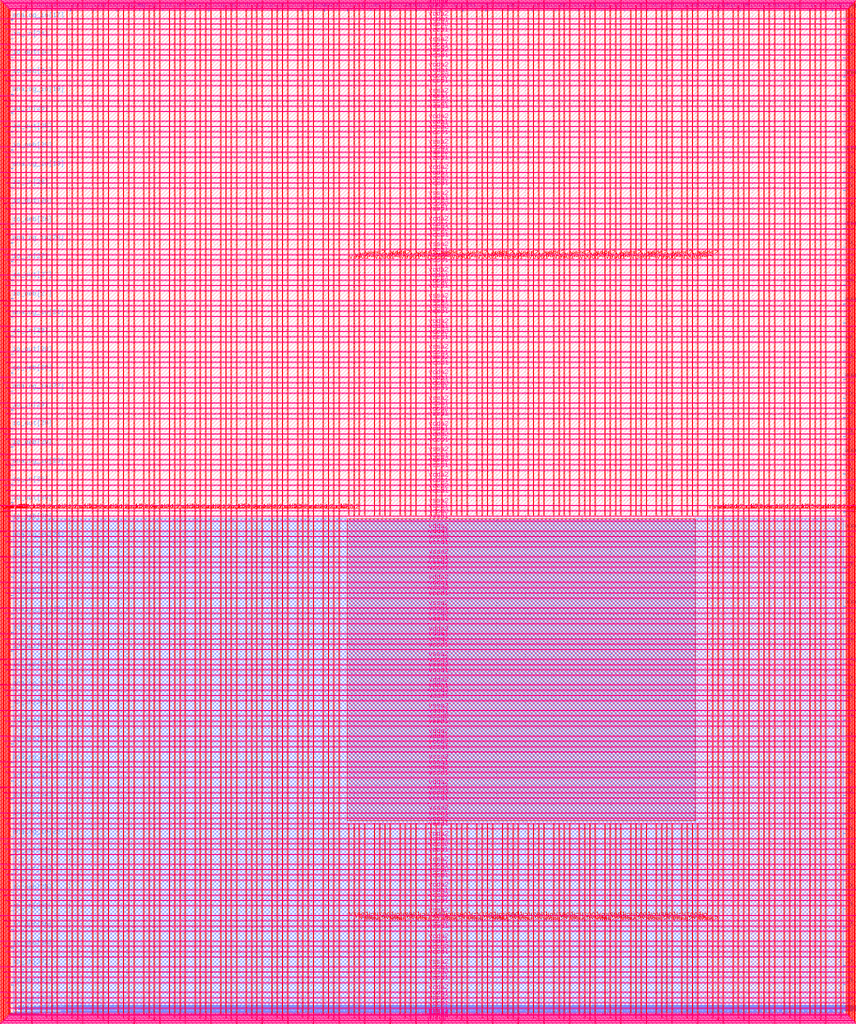
<source format=lef>
VERSION 5.7 ;
  NOWIREEXTENSIONATPIN ON ;
  DIVIDERCHAR "/" ;
  BUSBITCHARS "[]" ;
MACRO user_project_wrapper
  CLASS BLOCK ;
  FOREIGN user_project_wrapper ;
  ORIGIN 0.000 0.000 ;
  SIZE 2920.000 BY 3520.000 ;
  PIN analog_io[0]
    DIRECTION INOUT ;
    USE SIGNAL ;
    PORT
      LAYER met3 ;
        RECT 2917.600 1426.380 2924.800 1427.580 ;
    END
  END analog_io[0]
  PIN analog_io[10]
    DIRECTION INOUT ;
    USE SIGNAL ;
    PORT
      LAYER met2 ;
        RECT 2230.490 3517.600 2231.050 3524.800 ;
    END
  END analog_io[10]
  PIN analog_io[11]
    DIRECTION INOUT ;
    USE SIGNAL ;
    PORT
      LAYER met2 ;
        RECT 1905.730 3517.600 1906.290 3524.800 ;
    END
  END analog_io[11]
  PIN analog_io[12]
    DIRECTION INOUT ;
    USE SIGNAL ;
    PORT
      LAYER met2 ;
        RECT 1581.430 3517.600 1581.990 3524.800 ;
    END
  END analog_io[12]
  PIN analog_io[13]
    DIRECTION INOUT ;
    USE SIGNAL ;
    PORT
      LAYER met2 ;
        RECT 1257.130 3517.600 1257.690 3524.800 ;
    END
  END analog_io[13]
  PIN analog_io[14]
    DIRECTION INOUT ;
    USE SIGNAL ;
    PORT
      LAYER met2 ;
        RECT 932.370 3517.600 932.930 3524.800 ;
    END
  END analog_io[14]
  PIN analog_io[15]
    DIRECTION INOUT ;
    USE SIGNAL ;
    PORT
      LAYER met2 ;
        RECT 608.070 3517.600 608.630 3524.800 ;
    END
  END analog_io[15]
  PIN analog_io[16]
    DIRECTION INOUT ;
    USE SIGNAL ;
    PORT
      LAYER met2 ;
        RECT 283.770 3517.600 284.330 3524.800 ;
    END
  END analog_io[16]
  PIN analog_io[17]
    DIRECTION INOUT ;
    USE SIGNAL ;
    PORT
      LAYER met3 ;
        RECT -4.800 3486.100 2.400 3487.300 ;
    END
  END analog_io[17]
  PIN analog_io[18]
    DIRECTION INOUT ;
    USE SIGNAL ;
    PORT
      LAYER met3 ;
        RECT -4.800 3224.980 2.400 3226.180 ;
    END
  END analog_io[18]
  PIN analog_io[19]
    DIRECTION INOUT ;
    USE SIGNAL ;
    PORT
      LAYER met3 ;
        RECT -4.800 2964.540 2.400 2965.740 ;
    END
  END analog_io[19]
  PIN analog_io[1]
    DIRECTION INOUT ;
    USE SIGNAL ;
    PORT
      LAYER met3 ;
        RECT 2917.600 1692.260 2924.800 1693.460 ;
    END
  END analog_io[1]
  PIN analog_io[20]
    DIRECTION INOUT ;
    USE SIGNAL ;
    PORT
      LAYER met3 ;
        RECT -4.800 2703.420 2.400 2704.620 ;
    END
  END analog_io[20]
  PIN analog_io[21]
    DIRECTION INOUT ;
    USE SIGNAL ;
    PORT
      LAYER met3 ;
        RECT -4.800 2442.980 2.400 2444.180 ;
    END
  END analog_io[21]
  PIN analog_io[22]
    DIRECTION INOUT ;
    USE SIGNAL ;
    PORT
      LAYER met3 ;
        RECT -4.800 2182.540 2.400 2183.740 ;
    END
  END analog_io[22]
  PIN analog_io[23]
    DIRECTION INOUT ;
    USE SIGNAL ;
    PORT
      LAYER met3 ;
        RECT -4.800 1921.420 2.400 1922.620 ;
    END
  END analog_io[23]
  PIN analog_io[24]
    DIRECTION INOUT ;
    USE SIGNAL ;
    PORT
      LAYER met3 ;
        RECT -4.800 1660.980 2.400 1662.180 ;
    END
  END analog_io[24]
  PIN analog_io[25]
    DIRECTION INOUT ;
    USE SIGNAL ;
    PORT
      LAYER met3 ;
        RECT -4.800 1399.860 2.400 1401.060 ;
    END
  END analog_io[25]
  PIN analog_io[26]
    DIRECTION INOUT ;
    USE SIGNAL ;
    PORT
      LAYER met3 ;
        RECT -4.800 1139.420 2.400 1140.620 ;
    END
  END analog_io[26]
  PIN analog_io[27]
    DIRECTION INOUT ;
    USE SIGNAL ;
    PORT
      LAYER met3 ;
        RECT -4.800 878.980 2.400 880.180 ;
    END
  END analog_io[27]
  PIN analog_io[28]
    DIRECTION INOUT ;
    USE SIGNAL ;
    PORT
      LAYER met3 ;
        RECT -4.800 617.860 2.400 619.060 ;
    END
  END analog_io[28]
  PIN analog_io[2]
    DIRECTION INOUT ;
    USE SIGNAL ;
    PORT
      LAYER met3 ;
        RECT 2917.600 1958.140 2924.800 1959.340 ;
    END
  END analog_io[2]
  PIN analog_io[3]
    DIRECTION INOUT ;
    USE SIGNAL ;
    PORT
      LAYER met3 ;
        RECT 2917.600 2223.340 2924.800 2224.540 ;
    END
  END analog_io[3]
  PIN analog_io[4]
    DIRECTION INOUT ;
    USE SIGNAL ;
    PORT
      LAYER met3 ;
        RECT 2917.600 2489.220 2924.800 2490.420 ;
    END
  END analog_io[4]
  PIN analog_io[5]
    DIRECTION INOUT ;
    USE SIGNAL ;
    PORT
      LAYER met3 ;
        RECT 2917.600 2755.100 2924.800 2756.300 ;
    END
  END analog_io[5]
  PIN analog_io[6]
    DIRECTION INOUT ;
    USE SIGNAL ;
    PORT
      LAYER met3 ;
        RECT 2917.600 3020.300 2924.800 3021.500 ;
    END
  END analog_io[6]
  PIN analog_io[7]
    DIRECTION INOUT ;
    USE SIGNAL ;
    PORT
      LAYER met3 ;
        RECT 2917.600 3286.180 2924.800 3287.380 ;
    END
  END analog_io[7]
  PIN analog_io[8]
    DIRECTION INOUT ;
    USE SIGNAL ;
    PORT
      LAYER met2 ;
        RECT 2879.090 3517.600 2879.650 3524.800 ;
    END
  END analog_io[8]
  PIN analog_io[9]
    DIRECTION INOUT ;
    USE SIGNAL ;
    PORT
      LAYER met2 ;
        RECT 2554.790 3517.600 2555.350 3524.800 ;
    END
  END analog_io[9]
  PIN io_in[0]
    DIRECTION INPUT ;
    USE SIGNAL ;
    PORT
      LAYER met3 ;
        RECT 2917.600 32.380 2924.800 33.580 ;
    END
  END io_in[0]
  PIN io_in[10]
    DIRECTION INPUT ;
    USE SIGNAL ;
    PORT
      LAYER met3 ;
        RECT 2917.600 2289.980 2924.800 2291.180 ;
    END
  END io_in[10]
  PIN io_in[11]
    DIRECTION INPUT ;
    USE SIGNAL ;
    PORT
      LAYER met3 ;
        RECT 2917.600 2555.860 2924.800 2557.060 ;
    END
  END io_in[11]
  PIN io_in[12]
    DIRECTION INPUT ;
    USE SIGNAL ;
    PORT
      LAYER met3 ;
        RECT 2917.600 2821.060 2924.800 2822.260 ;
    END
  END io_in[12]
  PIN io_in[13]
    DIRECTION INPUT ;
    USE SIGNAL ;
    PORT
      LAYER met3 ;
        RECT 2917.600 3086.940 2924.800 3088.140 ;
    END
  END io_in[13]
  PIN io_in[14]
    DIRECTION INPUT ;
    USE SIGNAL ;
    PORT
      LAYER met3 ;
        RECT 2917.600 3352.820 2924.800 3354.020 ;
    END
  END io_in[14]
  PIN io_in[15]
    DIRECTION INPUT ;
    USE SIGNAL ;
    PORT
      LAYER met2 ;
        RECT 2798.130 3517.600 2798.690 3524.800 ;
    END
  END io_in[15]
  PIN io_in[16]
    DIRECTION INPUT ;
    USE SIGNAL ;
    PORT
      LAYER met2 ;
        RECT 2473.830 3517.600 2474.390 3524.800 ;
    END
  END io_in[16]
  PIN io_in[17]
    DIRECTION INPUT ;
    USE SIGNAL ;
    PORT
      LAYER met2 ;
        RECT 2149.070 3517.600 2149.630 3524.800 ;
    END
  END io_in[17]
  PIN io_in[18]
    DIRECTION INPUT ;
    USE SIGNAL ;
    PORT
      LAYER met2 ;
        RECT 1824.770 3517.600 1825.330 3524.800 ;
    END
  END io_in[18]
  PIN io_in[19]
    DIRECTION INPUT ;
    USE SIGNAL ;
    PORT
      LAYER met2 ;
        RECT 1500.470 3517.600 1501.030 3524.800 ;
    END
  END io_in[19]
  PIN io_in[1]
    DIRECTION INPUT ;
    USE SIGNAL ;
    PORT
      LAYER met3 ;
        RECT 2917.600 230.940 2924.800 232.140 ;
    END
  END io_in[1]
  PIN io_in[20]
    DIRECTION INPUT ;
    USE SIGNAL ;
    PORT
      LAYER met2 ;
        RECT 1175.710 3517.600 1176.270 3524.800 ;
    END
  END io_in[20]
  PIN io_in[21]
    DIRECTION INPUT ;
    USE SIGNAL ;
    PORT
      LAYER met2 ;
        RECT 851.410 3517.600 851.970 3524.800 ;
    END
  END io_in[21]
  PIN io_in[22]
    DIRECTION INPUT ;
    USE SIGNAL ;
    PORT
      LAYER met2 ;
        RECT 527.110 3517.600 527.670 3524.800 ;
    END
  END io_in[22]
  PIN io_in[23]
    DIRECTION INPUT ;
    USE SIGNAL ;
    PORT
      LAYER met2 ;
        RECT 202.350 3517.600 202.910 3524.800 ;
    END
  END io_in[23]
  PIN io_in[24]
    DIRECTION INPUT ;
    USE SIGNAL ;
    PORT
      LAYER met3 ;
        RECT -4.800 3420.820 2.400 3422.020 ;
    END
  END io_in[24]
  PIN io_in[25]
    DIRECTION INPUT ;
    USE SIGNAL ;
    PORT
      LAYER met3 ;
        RECT -4.800 3159.700 2.400 3160.900 ;
    END
  END io_in[25]
  PIN io_in[26]
    DIRECTION INPUT ;
    USE SIGNAL ;
    PORT
      LAYER met3 ;
        RECT -4.800 2899.260 2.400 2900.460 ;
    END
  END io_in[26]
  PIN io_in[27]
    DIRECTION INPUT ;
    USE SIGNAL ;
    PORT
      LAYER met3 ;
        RECT -4.800 2638.820 2.400 2640.020 ;
    END
  END io_in[27]
  PIN io_in[28]
    DIRECTION INPUT ;
    USE SIGNAL ;
    PORT
      LAYER met3 ;
        RECT -4.800 2377.700 2.400 2378.900 ;
    END
  END io_in[28]
  PIN io_in[29]
    DIRECTION INPUT ;
    USE SIGNAL ;
    PORT
      LAYER met3 ;
        RECT -4.800 2117.260 2.400 2118.460 ;
    END
  END io_in[29]
  PIN io_in[2]
    DIRECTION INPUT ;
    USE SIGNAL ;
    PORT
      LAYER met3 ;
        RECT 2917.600 430.180 2924.800 431.380 ;
    END
  END io_in[2]
  PIN io_in[30]
    DIRECTION INPUT ;
    USE SIGNAL ;
    PORT
      LAYER met3 ;
        RECT -4.800 1856.140 2.400 1857.340 ;
    END
  END io_in[30]
  PIN io_in[31]
    DIRECTION INPUT ;
    USE SIGNAL ;
    PORT
      LAYER met3 ;
        RECT -4.800 1595.700 2.400 1596.900 ;
    END
  END io_in[31]
  PIN io_in[32]
    DIRECTION INPUT ;
    USE SIGNAL ;
    PORT
      LAYER met3 ;
        RECT -4.800 1335.260 2.400 1336.460 ;
    END
  END io_in[32]
  PIN io_in[33]
    DIRECTION INPUT ;
    USE SIGNAL ;
    PORT
      LAYER met3 ;
        RECT -4.800 1074.140 2.400 1075.340 ;
    END
  END io_in[33]
  PIN io_in[34]
    DIRECTION INPUT ;
    USE SIGNAL ;
    PORT
      LAYER met3 ;
        RECT -4.800 813.700 2.400 814.900 ;
    END
  END io_in[34]
  PIN io_in[35]
    DIRECTION INPUT ;
    USE SIGNAL ;
    PORT
      LAYER met3 ;
        RECT -4.800 552.580 2.400 553.780 ;
    END
  END io_in[35]
  PIN io_in[36]
    DIRECTION INPUT ;
    USE SIGNAL ;
    PORT
      LAYER met3 ;
        RECT -4.800 357.420 2.400 358.620 ;
    END
  END io_in[36]
  PIN io_in[37]
    DIRECTION INPUT ;
    USE SIGNAL ;
    PORT
      LAYER met3 ;
        RECT -4.800 161.580 2.400 162.780 ;
    END
  END io_in[37]
  PIN io_in[3]
    DIRECTION INPUT ;
    USE SIGNAL ;
    PORT
      LAYER met3 ;
        RECT 2917.600 629.420 2924.800 630.620 ;
    END
  END io_in[3]
  PIN io_in[4]
    DIRECTION INPUT ;
    USE SIGNAL ;
    PORT
      LAYER met3 ;
        RECT 2917.600 828.660 2924.800 829.860 ;
    END
  END io_in[4]
  PIN io_in[5]
    DIRECTION INPUT ;
    USE SIGNAL ;
    PORT
      LAYER met3 ;
        RECT 2917.600 1027.900 2924.800 1029.100 ;
    END
  END io_in[5]
  PIN io_in[6]
    DIRECTION INPUT ;
    USE SIGNAL ;
    PORT
      LAYER met3 ;
        RECT 2917.600 1227.140 2924.800 1228.340 ;
    END
  END io_in[6]
  PIN io_in[7]
    DIRECTION INPUT ;
    USE SIGNAL ;
    PORT
      LAYER met3 ;
        RECT 2917.600 1493.020 2924.800 1494.220 ;
    END
  END io_in[7]
  PIN io_in[8]
    DIRECTION INPUT ;
    USE SIGNAL ;
    PORT
      LAYER met3 ;
        RECT 2917.600 1758.900 2924.800 1760.100 ;
    END
  END io_in[8]
  PIN io_in[9]
    DIRECTION INPUT ;
    USE SIGNAL ;
    PORT
      LAYER met3 ;
        RECT 2917.600 2024.100 2924.800 2025.300 ;
    END
  END io_in[9]
  PIN io_oeb[0]
    DIRECTION OUTPUT TRISTATE ;
    USE SIGNAL ;
    PORT
      LAYER met3 ;
        RECT 2917.600 164.980 2924.800 166.180 ;
    END
  END io_oeb[0]
  PIN io_oeb[10]
    DIRECTION OUTPUT TRISTATE ;
    USE SIGNAL ;
    PORT
      LAYER met3 ;
        RECT 2917.600 2422.580 2924.800 2423.780 ;
    END
  END io_oeb[10]
  PIN io_oeb[11]
    DIRECTION OUTPUT TRISTATE ;
    USE SIGNAL ;
    PORT
      LAYER met3 ;
        RECT 2917.600 2688.460 2924.800 2689.660 ;
    END
  END io_oeb[11]
  PIN io_oeb[12]
    DIRECTION OUTPUT TRISTATE ;
    USE SIGNAL ;
    PORT
      LAYER met3 ;
        RECT 2917.600 2954.340 2924.800 2955.540 ;
    END
  END io_oeb[12]
  PIN io_oeb[13]
    DIRECTION OUTPUT TRISTATE ;
    USE SIGNAL ;
    PORT
      LAYER met3 ;
        RECT 2917.600 3219.540 2924.800 3220.740 ;
    END
  END io_oeb[13]
  PIN io_oeb[14]
    DIRECTION OUTPUT TRISTATE ;
    USE SIGNAL ;
    PORT
      LAYER met3 ;
        RECT 2917.600 3485.420 2924.800 3486.620 ;
    END
  END io_oeb[14]
  PIN io_oeb[15]
    DIRECTION OUTPUT TRISTATE ;
    USE SIGNAL ;
    PORT
      LAYER met2 ;
        RECT 2635.750 3517.600 2636.310 3524.800 ;
    END
  END io_oeb[15]
  PIN io_oeb[16]
    DIRECTION OUTPUT TRISTATE ;
    USE SIGNAL ;
    PORT
      LAYER met2 ;
        RECT 2311.450 3517.600 2312.010 3524.800 ;
    END
  END io_oeb[16]
  PIN io_oeb[17]
    DIRECTION OUTPUT TRISTATE ;
    USE SIGNAL ;
    PORT
      LAYER met2 ;
        RECT 1987.150 3517.600 1987.710 3524.800 ;
    END
  END io_oeb[17]
  PIN io_oeb[18]
    DIRECTION OUTPUT TRISTATE ;
    USE SIGNAL ;
    PORT
      LAYER met2 ;
        RECT 1662.390 3517.600 1662.950 3524.800 ;
    END
  END io_oeb[18]
  PIN io_oeb[19]
    DIRECTION OUTPUT TRISTATE ;
    USE SIGNAL ;
    PORT
      LAYER met2 ;
        RECT 1338.090 3517.600 1338.650 3524.800 ;
    END
  END io_oeb[19]
  PIN io_oeb[1]
    DIRECTION OUTPUT TRISTATE ;
    USE SIGNAL ;
    PORT
      LAYER met3 ;
        RECT 2917.600 364.220 2924.800 365.420 ;
    END
  END io_oeb[1]
  PIN io_oeb[20]
    DIRECTION OUTPUT TRISTATE ;
    USE SIGNAL ;
    PORT
      LAYER met2 ;
        RECT 1013.790 3517.600 1014.350 3524.800 ;
    END
  END io_oeb[20]
  PIN io_oeb[21]
    DIRECTION OUTPUT TRISTATE ;
    USE SIGNAL ;
    PORT
      LAYER met2 ;
        RECT 689.030 3517.600 689.590 3524.800 ;
    END
  END io_oeb[21]
  PIN io_oeb[22]
    DIRECTION OUTPUT TRISTATE ;
    USE SIGNAL ;
    PORT
      LAYER met2 ;
        RECT 364.730 3517.600 365.290 3524.800 ;
    END
  END io_oeb[22]
  PIN io_oeb[23]
    DIRECTION OUTPUT TRISTATE ;
    USE SIGNAL ;
    PORT
      LAYER met2 ;
        RECT 40.430 3517.600 40.990 3524.800 ;
    END
  END io_oeb[23]
  PIN io_oeb[24]
    DIRECTION OUTPUT TRISTATE ;
    USE SIGNAL ;
    PORT
      LAYER met3 ;
        RECT -4.800 3290.260 2.400 3291.460 ;
    END
  END io_oeb[24]
  PIN io_oeb[25]
    DIRECTION OUTPUT TRISTATE ;
    USE SIGNAL ;
    PORT
      LAYER met3 ;
        RECT -4.800 3029.820 2.400 3031.020 ;
    END
  END io_oeb[25]
  PIN io_oeb[26]
    DIRECTION OUTPUT TRISTATE ;
    USE SIGNAL ;
    PORT
      LAYER met3 ;
        RECT -4.800 2768.700 2.400 2769.900 ;
    END
  END io_oeb[26]
  PIN io_oeb[27]
    DIRECTION OUTPUT TRISTATE ;
    USE SIGNAL ;
    PORT
      LAYER met3 ;
        RECT -4.800 2508.260 2.400 2509.460 ;
    END
  END io_oeb[27]
  PIN io_oeb[28]
    DIRECTION OUTPUT TRISTATE ;
    USE SIGNAL ;
    PORT
      LAYER met3 ;
        RECT -4.800 2247.140 2.400 2248.340 ;
    END
  END io_oeb[28]
  PIN io_oeb[29]
    DIRECTION OUTPUT TRISTATE ;
    USE SIGNAL ;
    PORT
      LAYER met3 ;
        RECT -4.800 1986.700 2.400 1987.900 ;
    END
  END io_oeb[29]
  PIN io_oeb[2]
    DIRECTION OUTPUT TRISTATE ;
    USE SIGNAL ;
    PORT
      LAYER met3 ;
        RECT 2917.600 563.460 2924.800 564.660 ;
    END
  END io_oeb[2]
  PIN io_oeb[30]
    DIRECTION OUTPUT TRISTATE ;
    USE SIGNAL ;
    PORT
      LAYER met3 ;
        RECT -4.800 1726.260 2.400 1727.460 ;
    END
  END io_oeb[30]
  PIN io_oeb[31]
    DIRECTION OUTPUT TRISTATE ;
    USE SIGNAL ;
    PORT
      LAYER met3 ;
        RECT -4.800 1465.140 2.400 1466.340 ;
    END
  END io_oeb[31]
  PIN io_oeb[32]
    DIRECTION OUTPUT TRISTATE ;
    USE SIGNAL ;
    PORT
      LAYER met3 ;
        RECT -4.800 1204.700 2.400 1205.900 ;
    END
  END io_oeb[32]
  PIN io_oeb[33]
    DIRECTION OUTPUT TRISTATE ;
    USE SIGNAL ;
    PORT
      LAYER met3 ;
        RECT -4.800 943.580 2.400 944.780 ;
    END
  END io_oeb[33]
  PIN io_oeb[34]
    DIRECTION OUTPUT TRISTATE ;
    USE SIGNAL ;
    PORT
      LAYER met3 ;
        RECT -4.800 683.140 2.400 684.340 ;
    END
  END io_oeb[34]
  PIN io_oeb[35]
    DIRECTION OUTPUT TRISTATE ;
    USE SIGNAL ;
    PORT
      LAYER met3 ;
        RECT -4.800 422.700 2.400 423.900 ;
    END
  END io_oeb[35]
  PIN io_oeb[36]
    DIRECTION OUTPUT TRISTATE ;
    USE SIGNAL ;
    PORT
      LAYER met3 ;
        RECT -4.800 226.860 2.400 228.060 ;
    END
  END io_oeb[36]
  PIN io_oeb[37]
    DIRECTION OUTPUT TRISTATE ;
    USE SIGNAL ;
    PORT
      LAYER met3 ;
        RECT -4.800 31.700 2.400 32.900 ;
    END
  END io_oeb[37]
  PIN io_oeb[3]
    DIRECTION OUTPUT TRISTATE ;
    USE SIGNAL ;
    PORT
      LAYER met3 ;
        RECT 2917.600 762.700 2924.800 763.900 ;
    END
  END io_oeb[3]
  PIN io_oeb[4]
    DIRECTION OUTPUT TRISTATE ;
    USE SIGNAL ;
    PORT
      LAYER met3 ;
        RECT 2917.600 961.940 2924.800 963.140 ;
    END
  END io_oeb[4]
  PIN io_oeb[5]
    DIRECTION OUTPUT TRISTATE ;
    USE SIGNAL ;
    PORT
      LAYER met3 ;
        RECT 2917.600 1161.180 2924.800 1162.380 ;
    END
  END io_oeb[5]
  PIN io_oeb[6]
    DIRECTION OUTPUT TRISTATE ;
    USE SIGNAL ;
    PORT
      LAYER met3 ;
        RECT 2917.600 1360.420 2924.800 1361.620 ;
    END
  END io_oeb[6]
  PIN io_oeb[7]
    DIRECTION OUTPUT TRISTATE ;
    USE SIGNAL ;
    PORT
      LAYER met3 ;
        RECT 2917.600 1625.620 2924.800 1626.820 ;
    END
  END io_oeb[7]
  PIN io_oeb[8]
    DIRECTION OUTPUT TRISTATE ;
    USE SIGNAL ;
    PORT
      LAYER met3 ;
        RECT 2917.600 1891.500 2924.800 1892.700 ;
    END
  END io_oeb[8]
  PIN io_oeb[9]
    DIRECTION OUTPUT TRISTATE ;
    USE SIGNAL ;
    PORT
      LAYER met3 ;
        RECT 2917.600 2157.380 2924.800 2158.580 ;
    END
  END io_oeb[9]
  PIN io_out[0]
    DIRECTION OUTPUT TRISTATE ;
    USE SIGNAL ;
    PORT
      LAYER met3 ;
        RECT 2917.600 98.340 2924.800 99.540 ;
    END
  END io_out[0]
  PIN io_out[10]
    DIRECTION OUTPUT TRISTATE ;
    USE SIGNAL ;
    PORT
      LAYER met3 ;
        RECT 2917.600 2356.620 2924.800 2357.820 ;
    END
  END io_out[10]
  PIN io_out[11]
    DIRECTION OUTPUT TRISTATE ;
    USE SIGNAL ;
    PORT
      LAYER met3 ;
        RECT 2917.600 2621.820 2924.800 2623.020 ;
    END
  END io_out[11]
  PIN io_out[12]
    DIRECTION OUTPUT TRISTATE ;
    USE SIGNAL ;
    PORT
      LAYER met3 ;
        RECT 2917.600 2887.700 2924.800 2888.900 ;
    END
  END io_out[12]
  PIN io_out[13]
    DIRECTION OUTPUT TRISTATE ;
    USE SIGNAL ;
    PORT
      LAYER met3 ;
        RECT 2917.600 3153.580 2924.800 3154.780 ;
    END
  END io_out[13]
  PIN io_out[14]
    DIRECTION OUTPUT TRISTATE ;
    USE SIGNAL ;
    PORT
      LAYER met3 ;
        RECT 2917.600 3418.780 2924.800 3419.980 ;
    END
  END io_out[14]
  PIN io_out[15]
    DIRECTION OUTPUT TRISTATE ;
    USE SIGNAL ;
    PORT
      LAYER met2 ;
        RECT 2717.170 3517.600 2717.730 3524.800 ;
    END
  END io_out[15]
  PIN io_out[16]
    DIRECTION OUTPUT TRISTATE ;
    USE SIGNAL ;
    PORT
      LAYER met2 ;
        RECT 2392.410 3517.600 2392.970 3524.800 ;
    END
  END io_out[16]
  PIN io_out[17]
    DIRECTION OUTPUT TRISTATE ;
    USE SIGNAL ;
    PORT
      LAYER met2 ;
        RECT 2068.110 3517.600 2068.670 3524.800 ;
    END
  END io_out[17]
  PIN io_out[18]
    DIRECTION OUTPUT TRISTATE ;
    USE SIGNAL ;
    PORT
      LAYER met2 ;
        RECT 1743.810 3517.600 1744.370 3524.800 ;
    END
  END io_out[18]
  PIN io_out[19]
    DIRECTION OUTPUT TRISTATE ;
    USE SIGNAL ;
    PORT
      LAYER met2 ;
        RECT 1419.050 3517.600 1419.610 3524.800 ;
    END
  END io_out[19]
  PIN io_out[1]
    DIRECTION OUTPUT TRISTATE ;
    USE SIGNAL ;
    PORT
      LAYER met3 ;
        RECT 2917.600 297.580 2924.800 298.780 ;
    END
  END io_out[1]
  PIN io_out[20]
    DIRECTION OUTPUT TRISTATE ;
    USE SIGNAL ;
    PORT
      LAYER met2 ;
        RECT 1094.750 3517.600 1095.310 3524.800 ;
    END
  END io_out[20]
  PIN io_out[21]
    DIRECTION OUTPUT TRISTATE ;
    USE SIGNAL ;
    PORT
      LAYER met2 ;
        RECT 770.450 3517.600 771.010 3524.800 ;
    END
  END io_out[21]
  PIN io_out[22]
    DIRECTION OUTPUT TRISTATE ;
    USE SIGNAL ;
    PORT
      LAYER met2 ;
        RECT 445.690 3517.600 446.250 3524.800 ;
    END
  END io_out[22]
  PIN io_out[23]
    DIRECTION OUTPUT TRISTATE ;
    USE SIGNAL ;
    PORT
      LAYER met2 ;
        RECT 121.390 3517.600 121.950 3524.800 ;
    END
  END io_out[23]
  PIN io_out[24]
    DIRECTION OUTPUT TRISTATE ;
    USE SIGNAL ;
    PORT
      LAYER met3 ;
        RECT -4.800 3355.540 2.400 3356.740 ;
    END
  END io_out[24]
  PIN io_out[25]
    DIRECTION OUTPUT TRISTATE ;
    USE SIGNAL ;
    PORT
      LAYER met3 ;
        RECT -4.800 3095.100 2.400 3096.300 ;
    END
  END io_out[25]
  PIN io_out[26]
    DIRECTION OUTPUT TRISTATE ;
    USE SIGNAL ;
    PORT
      LAYER met3 ;
        RECT -4.800 2833.980 2.400 2835.180 ;
    END
  END io_out[26]
  PIN io_out[27]
    DIRECTION OUTPUT TRISTATE ;
    USE SIGNAL ;
    PORT
      LAYER met3 ;
        RECT -4.800 2573.540 2.400 2574.740 ;
    END
  END io_out[27]
  PIN io_out[28]
    DIRECTION OUTPUT TRISTATE ;
    USE SIGNAL ;
    PORT
      LAYER met3 ;
        RECT -4.800 2312.420 2.400 2313.620 ;
    END
  END io_out[28]
  PIN io_out[29]
    DIRECTION OUTPUT TRISTATE ;
    USE SIGNAL ;
    PORT
      LAYER met3 ;
        RECT -4.800 2051.980 2.400 2053.180 ;
    END
  END io_out[29]
  PIN io_out[2]
    DIRECTION OUTPUT TRISTATE ;
    USE SIGNAL ;
    PORT
      LAYER met3 ;
        RECT 2917.600 496.820 2924.800 498.020 ;
    END
  END io_out[2]
  PIN io_out[30]
    DIRECTION OUTPUT TRISTATE ;
    USE SIGNAL ;
    PORT
      LAYER met3 ;
        RECT -4.800 1791.540 2.400 1792.740 ;
    END
  END io_out[30]
  PIN io_out[31]
    DIRECTION OUTPUT TRISTATE ;
    USE SIGNAL ;
    PORT
      LAYER met3 ;
        RECT -4.800 1530.420 2.400 1531.620 ;
    END
  END io_out[31]
  PIN io_out[32]
    DIRECTION OUTPUT TRISTATE ;
    USE SIGNAL ;
    PORT
      LAYER met3 ;
        RECT -4.800 1269.980 2.400 1271.180 ;
    END
  END io_out[32]
  PIN io_out[33]
    DIRECTION OUTPUT TRISTATE ;
    USE SIGNAL ;
    PORT
      LAYER met3 ;
        RECT -4.800 1008.860 2.400 1010.060 ;
    END
  END io_out[33]
  PIN io_out[34]
    DIRECTION OUTPUT TRISTATE ;
    USE SIGNAL ;
    PORT
      LAYER met3 ;
        RECT -4.800 748.420 2.400 749.620 ;
    END
  END io_out[34]
  PIN io_out[35]
    DIRECTION OUTPUT TRISTATE ;
    USE SIGNAL ;
    PORT
      LAYER met3 ;
        RECT -4.800 487.300 2.400 488.500 ;
    END
  END io_out[35]
  PIN io_out[36]
    DIRECTION OUTPUT TRISTATE ;
    USE SIGNAL ;
    PORT
      LAYER met3 ;
        RECT -4.800 292.140 2.400 293.340 ;
    END
  END io_out[36]
  PIN io_out[37]
    DIRECTION OUTPUT TRISTATE ;
    USE SIGNAL ;
    PORT
      LAYER met3 ;
        RECT -4.800 96.300 2.400 97.500 ;
    END
  END io_out[37]
  PIN io_out[3]
    DIRECTION OUTPUT TRISTATE ;
    USE SIGNAL ;
    PORT
      LAYER met3 ;
        RECT 2917.600 696.060 2924.800 697.260 ;
    END
  END io_out[3]
  PIN io_out[4]
    DIRECTION OUTPUT TRISTATE ;
    USE SIGNAL ;
    PORT
      LAYER met3 ;
        RECT 2917.600 895.300 2924.800 896.500 ;
    END
  END io_out[4]
  PIN io_out[5]
    DIRECTION OUTPUT TRISTATE ;
    USE SIGNAL ;
    PORT
      LAYER met3 ;
        RECT 2917.600 1094.540 2924.800 1095.740 ;
    END
  END io_out[5]
  PIN io_out[6]
    DIRECTION OUTPUT TRISTATE ;
    USE SIGNAL ;
    PORT
      LAYER met3 ;
        RECT 2917.600 1293.780 2924.800 1294.980 ;
    END
  END io_out[6]
  PIN io_out[7]
    DIRECTION OUTPUT TRISTATE ;
    USE SIGNAL ;
    PORT
      LAYER met3 ;
        RECT 2917.600 1559.660 2924.800 1560.860 ;
    END
  END io_out[7]
  PIN io_out[8]
    DIRECTION OUTPUT TRISTATE ;
    USE SIGNAL ;
    PORT
      LAYER met3 ;
        RECT 2917.600 1824.860 2924.800 1826.060 ;
    END
  END io_out[8]
  PIN io_out[9]
    DIRECTION OUTPUT TRISTATE ;
    USE SIGNAL ;
    PORT
      LAYER met3 ;
        RECT 2917.600 2090.740 2924.800 2091.940 ;
    END
  END io_out[9]
  PIN la_data_in[0]
    DIRECTION INPUT ;
    USE SIGNAL ;
    PORT
      LAYER met2 ;
        RECT 629.230 -4.800 629.790 2.400 ;
    END
  END la_data_in[0]
  PIN la_data_in[100]
    DIRECTION INPUT ;
    USE SIGNAL ;
    PORT
      LAYER met2 ;
        RECT 2402.530 -4.800 2403.090 2.400 ;
    END
  END la_data_in[100]
  PIN la_data_in[101]
    DIRECTION INPUT ;
    USE SIGNAL ;
    PORT
      LAYER met2 ;
        RECT 2420.010 -4.800 2420.570 2.400 ;
    END
  END la_data_in[101]
  PIN la_data_in[102]
    DIRECTION INPUT ;
    USE SIGNAL ;
    PORT
      LAYER met2 ;
        RECT 2437.950 -4.800 2438.510 2.400 ;
    END
  END la_data_in[102]
  PIN la_data_in[103]
    DIRECTION INPUT ;
    USE SIGNAL ;
    PORT
      LAYER met2 ;
        RECT 2455.430 -4.800 2455.990 2.400 ;
    END
  END la_data_in[103]
  PIN la_data_in[104]
    DIRECTION INPUT ;
    USE SIGNAL ;
    PORT
      LAYER met2 ;
        RECT 2473.370 -4.800 2473.930 2.400 ;
    END
  END la_data_in[104]
  PIN la_data_in[105]
    DIRECTION INPUT ;
    USE SIGNAL ;
    PORT
      LAYER met2 ;
        RECT 2490.850 -4.800 2491.410 2.400 ;
    END
  END la_data_in[105]
  PIN la_data_in[106]
    DIRECTION INPUT ;
    USE SIGNAL ;
    PORT
      LAYER met2 ;
        RECT 2508.790 -4.800 2509.350 2.400 ;
    END
  END la_data_in[106]
  PIN la_data_in[107]
    DIRECTION INPUT ;
    USE SIGNAL ;
    PORT
      LAYER met2 ;
        RECT 2526.730 -4.800 2527.290 2.400 ;
    END
  END la_data_in[107]
  PIN la_data_in[108]
    DIRECTION INPUT ;
    USE SIGNAL ;
    PORT
      LAYER met2 ;
        RECT 2544.210 -4.800 2544.770 2.400 ;
    END
  END la_data_in[108]
  PIN la_data_in[109]
    DIRECTION INPUT ;
    USE SIGNAL ;
    PORT
      LAYER met2 ;
        RECT 2562.150 -4.800 2562.710 2.400 ;
    END
  END la_data_in[109]
  PIN la_data_in[10]
    DIRECTION INPUT ;
    USE SIGNAL ;
    PORT
      LAYER met2 ;
        RECT 806.330 -4.800 806.890 2.400 ;
    END
  END la_data_in[10]
  PIN la_data_in[110]
    DIRECTION INPUT ;
    USE SIGNAL ;
    PORT
      LAYER met2 ;
        RECT 2579.630 -4.800 2580.190 2.400 ;
    END
  END la_data_in[110]
  PIN la_data_in[111]
    DIRECTION INPUT ;
    USE SIGNAL ;
    PORT
      LAYER met2 ;
        RECT 2597.570 -4.800 2598.130 2.400 ;
    END
  END la_data_in[111]
  PIN la_data_in[112]
    DIRECTION INPUT ;
    USE SIGNAL ;
    PORT
      LAYER met2 ;
        RECT 2615.050 -4.800 2615.610 2.400 ;
    END
  END la_data_in[112]
  PIN la_data_in[113]
    DIRECTION INPUT ;
    USE SIGNAL ;
    PORT
      LAYER met2 ;
        RECT 2632.990 -4.800 2633.550 2.400 ;
    END
  END la_data_in[113]
  PIN la_data_in[114]
    DIRECTION INPUT ;
    USE SIGNAL ;
    PORT
      LAYER met2 ;
        RECT 2650.470 -4.800 2651.030 2.400 ;
    END
  END la_data_in[114]
  PIN la_data_in[115]
    DIRECTION INPUT ;
    USE SIGNAL ;
    PORT
      LAYER met2 ;
        RECT 2668.410 -4.800 2668.970 2.400 ;
    END
  END la_data_in[115]
  PIN la_data_in[116]
    DIRECTION INPUT ;
    USE SIGNAL ;
    PORT
      LAYER met2 ;
        RECT 2685.890 -4.800 2686.450 2.400 ;
    END
  END la_data_in[116]
  PIN la_data_in[117]
    DIRECTION INPUT ;
    USE SIGNAL ;
    PORT
      LAYER met2 ;
        RECT 2703.830 -4.800 2704.390 2.400 ;
    END
  END la_data_in[117]
  PIN la_data_in[118]
    DIRECTION INPUT ;
    USE SIGNAL ;
    PORT
      LAYER met2 ;
        RECT 2721.770 -4.800 2722.330 2.400 ;
    END
  END la_data_in[118]
  PIN la_data_in[119]
    DIRECTION INPUT ;
    USE SIGNAL ;
    PORT
      LAYER met2 ;
        RECT 2739.250 -4.800 2739.810 2.400 ;
    END
  END la_data_in[119]
  PIN la_data_in[11]
    DIRECTION INPUT ;
    USE SIGNAL ;
    PORT
      LAYER met2 ;
        RECT 824.270 -4.800 824.830 2.400 ;
    END
  END la_data_in[11]
  PIN la_data_in[120]
    DIRECTION INPUT ;
    USE SIGNAL ;
    PORT
      LAYER met2 ;
        RECT 2757.190 -4.800 2757.750 2.400 ;
    END
  END la_data_in[120]
  PIN la_data_in[121]
    DIRECTION INPUT ;
    USE SIGNAL ;
    PORT
      LAYER met2 ;
        RECT 2774.670 -4.800 2775.230 2.400 ;
    END
  END la_data_in[121]
  PIN la_data_in[122]
    DIRECTION INPUT ;
    USE SIGNAL ;
    PORT
      LAYER met2 ;
        RECT 2792.610 -4.800 2793.170 2.400 ;
    END
  END la_data_in[122]
  PIN la_data_in[123]
    DIRECTION INPUT ;
    USE SIGNAL ;
    PORT
      LAYER met2 ;
        RECT 2810.090 -4.800 2810.650 2.400 ;
    END
  END la_data_in[123]
  PIN la_data_in[124]
    DIRECTION INPUT ;
    USE SIGNAL ;
    PORT
      LAYER met2 ;
        RECT 2828.030 -4.800 2828.590 2.400 ;
    END
  END la_data_in[124]
  PIN la_data_in[125]
    DIRECTION INPUT ;
    USE SIGNAL ;
    PORT
      LAYER met2 ;
        RECT 2845.510 -4.800 2846.070 2.400 ;
    END
  END la_data_in[125]
  PIN la_data_in[126]
    DIRECTION INPUT ;
    USE SIGNAL ;
    PORT
      LAYER met2 ;
        RECT 2863.450 -4.800 2864.010 2.400 ;
    END
  END la_data_in[126]
  PIN la_data_in[127]
    DIRECTION INPUT ;
    USE SIGNAL ;
    PORT
      LAYER met2 ;
        RECT 2881.390 -4.800 2881.950 2.400 ;
    END
  END la_data_in[127]
  PIN la_data_in[12]
    DIRECTION INPUT ;
    USE SIGNAL ;
    PORT
      LAYER met2 ;
        RECT 841.750 -4.800 842.310 2.400 ;
    END
  END la_data_in[12]
  PIN la_data_in[13]
    DIRECTION INPUT ;
    USE SIGNAL ;
    PORT
      LAYER met2 ;
        RECT 859.690 -4.800 860.250 2.400 ;
    END
  END la_data_in[13]
  PIN la_data_in[14]
    DIRECTION INPUT ;
    USE SIGNAL ;
    PORT
      LAYER met2 ;
        RECT 877.170 -4.800 877.730 2.400 ;
    END
  END la_data_in[14]
  PIN la_data_in[15]
    DIRECTION INPUT ;
    USE SIGNAL ;
    PORT
      LAYER met2 ;
        RECT 895.110 -4.800 895.670 2.400 ;
    END
  END la_data_in[15]
  PIN la_data_in[16]
    DIRECTION INPUT ;
    USE SIGNAL ;
    PORT
      LAYER met2 ;
        RECT 912.590 -4.800 913.150 2.400 ;
    END
  END la_data_in[16]
  PIN la_data_in[17]
    DIRECTION INPUT ;
    USE SIGNAL ;
    PORT
      LAYER met2 ;
        RECT 930.530 -4.800 931.090 2.400 ;
    END
  END la_data_in[17]
  PIN la_data_in[18]
    DIRECTION INPUT ;
    USE SIGNAL ;
    PORT
      LAYER met2 ;
        RECT 948.470 -4.800 949.030 2.400 ;
    END
  END la_data_in[18]
  PIN la_data_in[19]
    DIRECTION INPUT ;
    USE SIGNAL ;
    PORT
      LAYER met2 ;
        RECT 965.950 -4.800 966.510 2.400 ;
    END
  END la_data_in[19]
  PIN la_data_in[1]
    DIRECTION INPUT ;
    USE SIGNAL ;
    PORT
      LAYER met2 ;
        RECT 646.710 -4.800 647.270 2.400 ;
    END
  END la_data_in[1]
  PIN la_data_in[20]
    DIRECTION INPUT ;
    USE SIGNAL ;
    PORT
      LAYER met2 ;
        RECT 983.890 -4.800 984.450 2.400 ;
    END
  END la_data_in[20]
  PIN la_data_in[21]
    DIRECTION INPUT ;
    USE SIGNAL ;
    PORT
      LAYER met2 ;
        RECT 1001.370 -4.800 1001.930 2.400 ;
    END
  END la_data_in[21]
  PIN la_data_in[22]
    DIRECTION INPUT ;
    USE SIGNAL ;
    PORT
      LAYER met2 ;
        RECT 1019.310 -4.800 1019.870 2.400 ;
    END
  END la_data_in[22]
  PIN la_data_in[23]
    DIRECTION INPUT ;
    USE SIGNAL ;
    PORT
      LAYER met2 ;
        RECT 1036.790 -4.800 1037.350 2.400 ;
    END
  END la_data_in[23]
  PIN la_data_in[24]
    DIRECTION INPUT ;
    USE SIGNAL ;
    PORT
      LAYER met2 ;
        RECT 1054.730 -4.800 1055.290 2.400 ;
    END
  END la_data_in[24]
  PIN la_data_in[25]
    DIRECTION INPUT ;
    USE SIGNAL ;
    PORT
      LAYER met2 ;
        RECT 1072.210 -4.800 1072.770 2.400 ;
    END
  END la_data_in[25]
  PIN la_data_in[26]
    DIRECTION INPUT ;
    USE SIGNAL ;
    PORT
      LAYER met2 ;
        RECT 1090.150 -4.800 1090.710 2.400 ;
    END
  END la_data_in[26]
  PIN la_data_in[27]
    DIRECTION INPUT ;
    USE SIGNAL ;
    PORT
      LAYER met2 ;
        RECT 1107.630 -4.800 1108.190 2.400 ;
    END
  END la_data_in[27]
  PIN la_data_in[28]
    DIRECTION INPUT ;
    USE SIGNAL ;
    PORT
      LAYER met2 ;
        RECT 1125.570 -4.800 1126.130 2.400 ;
    END
  END la_data_in[28]
  PIN la_data_in[29]
    DIRECTION INPUT ;
    USE SIGNAL ;
    PORT
      LAYER met2 ;
        RECT 1143.510 -4.800 1144.070 2.400 ;
    END
  END la_data_in[29]
  PIN la_data_in[2]
    DIRECTION INPUT ;
    USE SIGNAL ;
    PORT
      LAYER met2 ;
        RECT 664.650 -4.800 665.210 2.400 ;
    END
  END la_data_in[2]
  PIN la_data_in[30]
    DIRECTION INPUT ;
    USE SIGNAL ;
    PORT
      LAYER met2 ;
        RECT 1160.990 -4.800 1161.550 2.400 ;
    END
  END la_data_in[30]
  PIN la_data_in[31]
    DIRECTION INPUT ;
    USE SIGNAL ;
    PORT
      LAYER met2 ;
        RECT 1178.930 -4.800 1179.490 2.400 ;
    END
  END la_data_in[31]
  PIN la_data_in[32]
    DIRECTION INPUT ;
    USE SIGNAL ;
    PORT
      LAYER met2 ;
        RECT 1196.410 -4.800 1196.970 2.400 ;
    END
  END la_data_in[32]
  PIN la_data_in[33]
    DIRECTION INPUT ;
    USE SIGNAL ;
    PORT
      LAYER met2 ;
        RECT 1214.350 -4.800 1214.910 2.400 ;
    END
  END la_data_in[33]
  PIN la_data_in[34]
    DIRECTION INPUT ;
    USE SIGNAL ;
    PORT
      LAYER met2 ;
        RECT 1231.830 -4.800 1232.390 2.400 ;
    END
  END la_data_in[34]
  PIN la_data_in[35]
    DIRECTION INPUT ;
    USE SIGNAL ;
    PORT
      LAYER met2 ;
        RECT 1249.770 -4.800 1250.330 2.400 ;
    END
  END la_data_in[35]
  PIN la_data_in[36]
    DIRECTION INPUT ;
    USE SIGNAL ;
    PORT
      LAYER met2 ;
        RECT 1267.250 -4.800 1267.810 2.400 ;
    END
  END la_data_in[36]
  PIN la_data_in[37]
    DIRECTION INPUT ;
    USE SIGNAL ;
    PORT
      LAYER met2 ;
        RECT 1285.190 -4.800 1285.750 2.400 ;
    END
  END la_data_in[37]
  PIN la_data_in[38]
    DIRECTION INPUT ;
    USE SIGNAL ;
    PORT
      LAYER met2 ;
        RECT 1303.130 -4.800 1303.690 2.400 ;
    END
  END la_data_in[38]
  PIN la_data_in[39]
    DIRECTION INPUT ;
    USE SIGNAL ;
    PORT
      LAYER met2 ;
        RECT 1320.610 -4.800 1321.170 2.400 ;
    END
  END la_data_in[39]
  PIN la_data_in[3]
    DIRECTION INPUT ;
    USE SIGNAL ;
    PORT
      LAYER met2 ;
        RECT 682.130 -4.800 682.690 2.400 ;
    END
  END la_data_in[3]
  PIN la_data_in[40]
    DIRECTION INPUT ;
    USE SIGNAL ;
    PORT
      LAYER met2 ;
        RECT 1338.550 -4.800 1339.110 2.400 ;
    END
  END la_data_in[40]
  PIN la_data_in[41]
    DIRECTION INPUT ;
    USE SIGNAL ;
    PORT
      LAYER met2 ;
        RECT 1356.030 -4.800 1356.590 2.400 ;
    END
  END la_data_in[41]
  PIN la_data_in[42]
    DIRECTION INPUT ;
    USE SIGNAL ;
    PORT
      LAYER met2 ;
        RECT 1373.970 -4.800 1374.530 2.400 ;
    END
  END la_data_in[42]
  PIN la_data_in[43]
    DIRECTION INPUT ;
    USE SIGNAL ;
    PORT
      LAYER met2 ;
        RECT 1391.450 -4.800 1392.010 2.400 ;
    END
  END la_data_in[43]
  PIN la_data_in[44]
    DIRECTION INPUT ;
    USE SIGNAL ;
    PORT
      LAYER met2 ;
        RECT 1409.390 -4.800 1409.950 2.400 ;
    END
  END la_data_in[44]
  PIN la_data_in[45]
    DIRECTION INPUT ;
    USE SIGNAL ;
    PORT
      LAYER met2 ;
        RECT 1426.870 -4.800 1427.430 2.400 ;
    END
  END la_data_in[45]
  PIN la_data_in[46]
    DIRECTION INPUT ;
    USE SIGNAL ;
    PORT
      LAYER met2 ;
        RECT 1444.810 -4.800 1445.370 2.400 ;
    END
  END la_data_in[46]
  PIN la_data_in[47]
    DIRECTION INPUT ;
    USE SIGNAL ;
    PORT
      LAYER met2 ;
        RECT 1462.750 -4.800 1463.310 2.400 ;
    END
  END la_data_in[47]
  PIN la_data_in[48]
    DIRECTION INPUT ;
    USE SIGNAL ;
    PORT
      LAYER met2 ;
        RECT 1480.230 -4.800 1480.790 2.400 ;
    END
  END la_data_in[48]
  PIN la_data_in[49]
    DIRECTION INPUT ;
    USE SIGNAL ;
    PORT
      LAYER met2 ;
        RECT 1498.170 -4.800 1498.730 2.400 ;
    END
  END la_data_in[49]
  PIN la_data_in[4]
    DIRECTION INPUT ;
    USE SIGNAL ;
    PORT
      LAYER met2 ;
        RECT 700.070 -4.800 700.630 2.400 ;
    END
  END la_data_in[4]
  PIN la_data_in[50]
    DIRECTION INPUT ;
    USE SIGNAL ;
    PORT
      LAYER met2 ;
        RECT 1515.650 -4.800 1516.210 2.400 ;
    END
  END la_data_in[50]
  PIN la_data_in[51]
    DIRECTION INPUT ;
    USE SIGNAL ;
    PORT
      LAYER met2 ;
        RECT 1533.590 -4.800 1534.150 2.400 ;
    END
  END la_data_in[51]
  PIN la_data_in[52]
    DIRECTION INPUT ;
    USE SIGNAL ;
    PORT
      LAYER met2 ;
        RECT 1551.070 -4.800 1551.630 2.400 ;
    END
  END la_data_in[52]
  PIN la_data_in[53]
    DIRECTION INPUT ;
    USE SIGNAL ;
    PORT
      LAYER met2 ;
        RECT 1569.010 -4.800 1569.570 2.400 ;
    END
  END la_data_in[53]
  PIN la_data_in[54]
    DIRECTION INPUT ;
    USE SIGNAL ;
    PORT
      LAYER met2 ;
        RECT 1586.490 -4.800 1587.050 2.400 ;
    END
  END la_data_in[54]
  PIN la_data_in[55]
    DIRECTION INPUT ;
    USE SIGNAL ;
    PORT
      LAYER met2 ;
        RECT 1604.430 -4.800 1604.990 2.400 ;
    END
  END la_data_in[55]
  PIN la_data_in[56]
    DIRECTION INPUT ;
    USE SIGNAL ;
    PORT
      LAYER met2 ;
        RECT 1621.910 -4.800 1622.470 2.400 ;
    END
  END la_data_in[56]
  PIN la_data_in[57]
    DIRECTION INPUT ;
    USE SIGNAL ;
    PORT
      LAYER met2 ;
        RECT 1639.850 -4.800 1640.410 2.400 ;
    END
  END la_data_in[57]
  PIN la_data_in[58]
    DIRECTION INPUT ;
    USE SIGNAL ;
    PORT
      LAYER met2 ;
        RECT 1657.790 -4.800 1658.350 2.400 ;
    END
  END la_data_in[58]
  PIN la_data_in[59]
    DIRECTION INPUT ;
    USE SIGNAL ;
    PORT
      LAYER met2 ;
        RECT 1675.270 -4.800 1675.830 2.400 ;
    END
  END la_data_in[59]
  PIN la_data_in[5]
    DIRECTION INPUT ;
    USE SIGNAL ;
    PORT
      LAYER met2 ;
        RECT 717.550 -4.800 718.110 2.400 ;
    END
  END la_data_in[5]
  PIN la_data_in[60]
    DIRECTION INPUT ;
    USE SIGNAL ;
    PORT
      LAYER met2 ;
        RECT 1693.210 -4.800 1693.770 2.400 ;
    END
  END la_data_in[60]
  PIN la_data_in[61]
    DIRECTION INPUT ;
    USE SIGNAL ;
    PORT
      LAYER met2 ;
        RECT 1710.690 -4.800 1711.250 2.400 ;
    END
  END la_data_in[61]
  PIN la_data_in[62]
    DIRECTION INPUT ;
    USE SIGNAL ;
    PORT
      LAYER met2 ;
        RECT 1728.630 -4.800 1729.190 2.400 ;
    END
  END la_data_in[62]
  PIN la_data_in[63]
    DIRECTION INPUT ;
    USE SIGNAL ;
    PORT
      LAYER met2 ;
        RECT 1746.110 -4.800 1746.670 2.400 ;
    END
  END la_data_in[63]
  PIN la_data_in[64]
    DIRECTION INPUT ;
    USE SIGNAL ;
    PORT
      LAYER met2 ;
        RECT 1764.050 -4.800 1764.610 2.400 ;
    END
  END la_data_in[64]
  PIN la_data_in[65]
    DIRECTION INPUT ;
    USE SIGNAL ;
    PORT
      LAYER met2 ;
        RECT 1781.530 -4.800 1782.090 2.400 ;
    END
  END la_data_in[65]
  PIN la_data_in[66]
    DIRECTION INPUT ;
    USE SIGNAL ;
    PORT
      LAYER met2 ;
        RECT 1799.470 -4.800 1800.030 2.400 ;
    END
  END la_data_in[66]
  PIN la_data_in[67]
    DIRECTION INPUT ;
    USE SIGNAL ;
    PORT
      LAYER met2 ;
        RECT 1817.410 -4.800 1817.970 2.400 ;
    END
  END la_data_in[67]
  PIN la_data_in[68]
    DIRECTION INPUT ;
    USE SIGNAL ;
    PORT
      LAYER met2 ;
        RECT 1834.890 -4.800 1835.450 2.400 ;
    END
  END la_data_in[68]
  PIN la_data_in[69]
    DIRECTION INPUT ;
    USE SIGNAL ;
    PORT
      LAYER met2 ;
        RECT 1852.830 -4.800 1853.390 2.400 ;
    END
  END la_data_in[69]
  PIN la_data_in[6]
    DIRECTION INPUT ;
    USE SIGNAL ;
    PORT
      LAYER met2 ;
        RECT 735.490 -4.800 736.050 2.400 ;
    END
  END la_data_in[6]
  PIN la_data_in[70]
    DIRECTION INPUT ;
    USE SIGNAL ;
    PORT
      LAYER met2 ;
        RECT 1870.310 -4.800 1870.870 2.400 ;
    END
  END la_data_in[70]
  PIN la_data_in[71]
    DIRECTION INPUT ;
    USE SIGNAL ;
    PORT
      LAYER met2 ;
        RECT 1888.250 -4.800 1888.810 2.400 ;
    END
  END la_data_in[71]
  PIN la_data_in[72]
    DIRECTION INPUT ;
    USE SIGNAL ;
    PORT
      LAYER met2 ;
        RECT 1905.730 -4.800 1906.290 2.400 ;
    END
  END la_data_in[72]
  PIN la_data_in[73]
    DIRECTION INPUT ;
    USE SIGNAL ;
    PORT
      LAYER met2 ;
        RECT 1923.670 -4.800 1924.230 2.400 ;
    END
  END la_data_in[73]
  PIN la_data_in[74]
    DIRECTION INPUT ;
    USE SIGNAL ;
    PORT
      LAYER met2 ;
        RECT 1941.150 -4.800 1941.710 2.400 ;
    END
  END la_data_in[74]
  PIN la_data_in[75]
    DIRECTION INPUT ;
    USE SIGNAL ;
    PORT
      LAYER met2 ;
        RECT 1959.090 -4.800 1959.650 2.400 ;
    END
  END la_data_in[75]
  PIN la_data_in[76]
    DIRECTION INPUT ;
    USE SIGNAL ;
    PORT
      LAYER met2 ;
        RECT 1976.570 -4.800 1977.130 2.400 ;
    END
  END la_data_in[76]
  PIN la_data_in[77]
    DIRECTION INPUT ;
    USE SIGNAL ;
    PORT
      LAYER met2 ;
        RECT 1994.510 -4.800 1995.070 2.400 ;
    END
  END la_data_in[77]
  PIN la_data_in[78]
    DIRECTION INPUT ;
    USE SIGNAL ;
    PORT
      LAYER met2 ;
        RECT 2012.450 -4.800 2013.010 2.400 ;
    END
  END la_data_in[78]
  PIN la_data_in[79]
    DIRECTION INPUT ;
    USE SIGNAL ;
    PORT
      LAYER met2 ;
        RECT 2029.930 -4.800 2030.490 2.400 ;
    END
  END la_data_in[79]
  PIN la_data_in[7]
    DIRECTION INPUT ;
    USE SIGNAL ;
    PORT
      LAYER met2 ;
        RECT 752.970 -4.800 753.530 2.400 ;
    END
  END la_data_in[7]
  PIN la_data_in[80]
    DIRECTION INPUT ;
    USE SIGNAL ;
    PORT
      LAYER met2 ;
        RECT 2047.870 -4.800 2048.430 2.400 ;
    END
  END la_data_in[80]
  PIN la_data_in[81]
    DIRECTION INPUT ;
    USE SIGNAL ;
    PORT
      LAYER met2 ;
        RECT 2065.350 -4.800 2065.910 2.400 ;
    END
  END la_data_in[81]
  PIN la_data_in[82]
    DIRECTION INPUT ;
    USE SIGNAL ;
    PORT
      LAYER met2 ;
        RECT 2083.290 -4.800 2083.850 2.400 ;
    END
  END la_data_in[82]
  PIN la_data_in[83]
    DIRECTION INPUT ;
    USE SIGNAL ;
    PORT
      LAYER met2 ;
        RECT 2100.770 -4.800 2101.330 2.400 ;
    END
  END la_data_in[83]
  PIN la_data_in[84]
    DIRECTION INPUT ;
    USE SIGNAL ;
    PORT
      LAYER met2 ;
        RECT 2118.710 -4.800 2119.270 2.400 ;
    END
  END la_data_in[84]
  PIN la_data_in[85]
    DIRECTION INPUT ;
    USE SIGNAL ;
    PORT
      LAYER met2 ;
        RECT 2136.190 -4.800 2136.750 2.400 ;
    END
  END la_data_in[85]
  PIN la_data_in[86]
    DIRECTION INPUT ;
    USE SIGNAL ;
    PORT
      LAYER met2 ;
        RECT 2154.130 -4.800 2154.690 2.400 ;
    END
  END la_data_in[86]
  PIN la_data_in[87]
    DIRECTION INPUT ;
    USE SIGNAL ;
    PORT
      LAYER met2 ;
        RECT 2172.070 -4.800 2172.630 2.400 ;
    END
  END la_data_in[87]
  PIN la_data_in[88]
    DIRECTION INPUT ;
    USE SIGNAL ;
    PORT
      LAYER met2 ;
        RECT 2189.550 -4.800 2190.110 2.400 ;
    END
  END la_data_in[88]
  PIN la_data_in[89]
    DIRECTION INPUT ;
    USE SIGNAL ;
    PORT
      LAYER met2 ;
        RECT 2207.490 -4.800 2208.050 2.400 ;
    END
  END la_data_in[89]
  PIN la_data_in[8]
    DIRECTION INPUT ;
    USE SIGNAL ;
    PORT
      LAYER met2 ;
        RECT 770.910 -4.800 771.470 2.400 ;
    END
  END la_data_in[8]
  PIN la_data_in[90]
    DIRECTION INPUT ;
    USE SIGNAL ;
    PORT
      LAYER met2 ;
        RECT 2224.970 -4.800 2225.530 2.400 ;
    END
  END la_data_in[90]
  PIN la_data_in[91]
    DIRECTION INPUT ;
    USE SIGNAL ;
    PORT
      LAYER met2 ;
        RECT 2242.910 -4.800 2243.470 2.400 ;
    END
  END la_data_in[91]
  PIN la_data_in[92]
    DIRECTION INPUT ;
    USE SIGNAL ;
    PORT
      LAYER met2 ;
        RECT 2260.390 -4.800 2260.950 2.400 ;
    END
  END la_data_in[92]
  PIN la_data_in[93]
    DIRECTION INPUT ;
    USE SIGNAL ;
    PORT
      LAYER met2 ;
        RECT 2278.330 -4.800 2278.890 2.400 ;
    END
  END la_data_in[93]
  PIN la_data_in[94]
    DIRECTION INPUT ;
    USE SIGNAL ;
    PORT
      LAYER met2 ;
        RECT 2295.810 -4.800 2296.370 2.400 ;
    END
  END la_data_in[94]
  PIN la_data_in[95]
    DIRECTION INPUT ;
    USE SIGNAL ;
    PORT
      LAYER met2 ;
        RECT 2313.750 -4.800 2314.310 2.400 ;
    END
  END la_data_in[95]
  PIN la_data_in[96]
    DIRECTION INPUT ;
    USE SIGNAL ;
    PORT
      LAYER met2 ;
        RECT 2331.230 -4.800 2331.790 2.400 ;
    END
  END la_data_in[96]
  PIN la_data_in[97]
    DIRECTION INPUT ;
    USE SIGNAL ;
    PORT
      LAYER met2 ;
        RECT 2349.170 -4.800 2349.730 2.400 ;
    END
  END la_data_in[97]
  PIN la_data_in[98]
    DIRECTION INPUT ;
    USE SIGNAL ;
    PORT
      LAYER met2 ;
        RECT 2367.110 -4.800 2367.670 2.400 ;
    END
  END la_data_in[98]
  PIN la_data_in[99]
    DIRECTION INPUT ;
    USE SIGNAL ;
    PORT
      LAYER met2 ;
        RECT 2384.590 -4.800 2385.150 2.400 ;
    END
  END la_data_in[99]
  PIN la_data_in[9]
    DIRECTION INPUT ;
    USE SIGNAL ;
    PORT
      LAYER met2 ;
        RECT 788.850 -4.800 789.410 2.400 ;
    END
  END la_data_in[9]
  PIN la_data_out[0]
    DIRECTION OUTPUT TRISTATE ;
    USE SIGNAL ;
    PORT
      LAYER met2 ;
        RECT 634.750 -4.800 635.310 2.400 ;
    END
  END la_data_out[0]
  PIN la_data_out[100]
    DIRECTION OUTPUT TRISTATE ;
    USE SIGNAL ;
    PORT
      LAYER met2 ;
        RECT 2408.510 -4.800 2409.070 2.400 ;
    END
  END la_data_out[100]
  PIN la_data_out[101]
    DIRECTION OUTPUT TRISTATE ;
    USE SIGNAL ;
    PORT
      LAYER met2 ;
        RECT 2425.990 -4.800 2426.550 2.400 ;
    END
  END la_data_out[101]
  PIN la_data_out[102]
    DIRECTION OUTPUT TRISTATE ;
    USE SIGNAL ;
    PORT
      LAYER met2 ;
        RECT 2443.930 -4.800 2444.490 2.400 ;
    END
  END la_data_out[102]
  PIN la_data_out[103]
    DIRECTION OUTPUT TRISTATE ;
    USE SIGNAL ;
    PORT
      LAYER met2 ;
        RECT 2461.410 -4.800 2461.970 2.400 ;
    END
  END la_data_out[103]
  PIN la_data_out[104]
    DIRECTION OUTPUT TRISTATE ;
    USE SIGNAL ;
    PORT
      LAYER met2 ;
        RECT 2479.350 -4.800 2479.910 2.400 ;
    END
  END la_data_out[104]
  PIN la_data_out[105]
    DIRECTION OUTPUT TRISTATE ;
    USE SIGNAL ;
    PORT
      LAYER met2 ;
        RECT 2496.830 -4.800 2497.390 2.400 ;
    END
  END la_data_out[105]
  PIN la_data_out[106]
    DIRECTION OUTPUT TRISTATE ;
    USE SIGNAL ;
    PORT
      LAYER met2 ;
        RECT 2514.770 -4.800 2515.330 2.400 ;
    END
  END la_data_out[106]
  PIN la_data_out[107]
    DIRECTION OUTPUT TRISTATE ;
    USE SIGNAL ;
    PORT
      LAYER met2 ;
        RECT 2532.250 -4.800 2532.810 2.400 ;
    END
  END la_data_out[107]
  PIN la_data_out[108]
    DIRECTION OUTPUT TRISTATE ;
    USE SIGNAL ;
    PORT
      LAYER met2 ;
        RECT 2550.190 -4.800 2550.750 2.400 ;
    END
  END la_data_out[108]
  PIN la_data_out[109]
    DIRECTION OUTPUT TRISTATE ;
    USE SIGNAL ;
    PORT
      LAYER met2 ;
        RECT 2567.670 -4.800 2568.230 2.400 ;
    END
  END la_data_out[109]
  PIN la_data_out[10]
    DIRECTION OUTPUT TRISTATE ;
    USE SIGNAL ;
    PORT
      LAYER met2 ;
        RECT 812.310 -4.800 812.870 2.400 ;
    END
  END la_data_out[10]
  PIN la_data_out[110]
    DIRECTION OUTPUT TRISTATE ;
    USE SIGNAL ;
    PORT
      LAYER met2 ;
        RECT 2585.610 -4.800 2586.170 2.400 ;
    END
  END la_data_out[110]
  PIN la_data_out[111]
    DIRECTION OUTPUT TRISTATE ;
    USE SIGNAL ;
    PORT
      LAYER met2 ;
        RECT 2603.550 -4.800 2604.110 2.400 ;
    END
  END la_data_out[111]
  PIN la_data_out[112]
    DIRECTION OUTPUT TRISTATE ;
    USE SIGNAL ;
    PORT
      LAYER met2 ;
        RECT 2621.030 -4.800 2621.590 2.400 ;
    END
  END la_data_out[112]
  PIN la_data_out[113]
    DIRECTION OUTPUT TRISTATE ;
    USE SIGNAL ;
    PORT
      LAYER met2 ;
        RECT 2638.970 -4.800 2639.530 2.400 ;
    END
  END la_data_out[113]
  PIN la_data_out[114]
    DIRECTION OUTPUT TRISTATE ;
    USE SIGNAL ;
    PORT
      LAYER met2 ;
        RECT 2656.450 -4.800 2657.010 2.400 ;
    END
  END la_data_out[114]
  PIN la_data_out[115]
    DIRECTION OUTPUT TRISTATE ;
    USE SIGNAL ;
    PORT
      LAYER met2 ;
        RECT 2674.390 -4.800 2674.950 2.400 ;
    END
  END la_data_out[115]
  PIN la_data_out[116]
    DIRECTION OUTPUT TRISTATE ;
    USE SIGNAL ;
    PORT
      LAYER met2 ;
        RECT 2691.870 -4.800 2692.430 2.400 ;
    END
  END la_data_out[116]
  PIN la_data_out[117]
    DIRECTION OUTPUT TRISTATE ;
    USE SIGNAL ;
    PORT
      LAYER met2 ;
        RECT 2709.810 -4.800 2710.370 2.400 ;
    END
  END la_data_out[117]
  PIN la_data_out[118]
    DIRECTION OUTPUT TRISTATE ;
    USE SIGNAL ;
    PORT
      LAYER met2 ;
        RECT 2727.290 -4.800 2727.850 2.400 ;
    END
  END la_data_out[118]
  PIN la_data_out[119]
    DIRECTION OUTPUT TRISTATE ;
    USE SIGNAL ;
    PORT
      LAYER met2 ;
        RECT 2745.230 -4.800 2745.790 2.400 ;
    END
  END la_data_out[119]
  PIN la_data_out[11]
    DIRECTION OUTPUT TRISTATE ;
    USE SIGNAL ;
    PORT
      LAYER met2 ;
        RECT 830.250 -4.800 830.810 2.400 ;
    END
  END la_data_out[11]
  PIN la_data_out[120]
    DIRECTION OUTPUT TRISTATE ;
    USE SIGNAL ;
    PORT
      LAYER met2 ;
        RECT 2763.170 -4.800 2763.730 2.400 ;
    END
  END la_data_out[120]
  PIN la_data_out[121]
    DIRECTION OUTPUT TRISTATE ;
    USE SIGNAL ;
    PORT
      LAYER met2 ;
        RECT 2780.650 -4.800 2781.210 2.400 ;
    END
  END la_data_out[121]
  PIN la_data_out[122]
    DIRECTION OUTPUT TRISTATE ;
    USE SIGNAL ;
    PORT
      LAYER met2 ;
        RECT 2798.590 -4.800 2799.150 2.400 ;
    END
  END la_data_out[122]
  PIN la_data_out[123]
    DIRECTION OUTPUT TRISTATE ;
    USE SIGNAL ;
    PORT
      LAYER met2 ;
        RECT 2816.070 -4.800 2816.630 2.400 ;
    END
  END la_data_out[123]
  PIN la_data_out[124]
    DIRECTION OUTPUT TRISTATE ;
    USE SIGNAL ;
    PORT
      LAYER met2 ;
        RECT 2834.010 -4.800 2834.570 2.400 ;
    END
  END la_data_out[124]
  PIN la_data_out[125]
    DIRECTION OUTPUT TRISTATE ;
    USE SIGNAL ;
    PORT
      LAYER met2 ;
        RECT 2851.490 -4.800 2852.050 2.400 ;
    END
  END la_data_out[125]
  PIN la_data_out[126]
    DIRECTION OUTPUT TRISTATE ;
    USE SIGNAL ;
    PORT
      LAYER met2 ;
        RECT 2869.430 -4.800 2869.990 2.400 ;
    END
  END la_data_out[126]
  PIN la_data_out[127]
    DIRECTION OUTPUT TRISTATE ;
    USE SIGNAL ;
    PORT
      LAYER met2 ;
        RECT 2886.910 -4.800 2887.470 2.400 ;
    END
  END la_data_out[127]
  PIN la_data_out[12]
    DIRECTION OUTPUT TRISTATE ;
    USE SIGNAL ;
    PORT
      LAYER met2 ;
        RECT 847.730 -4.800 848.290 2.400 ;
    END
  END la_data_out[12]
  PIN la_data_out[13]
    DIRECTION OUTPUT TRISTATE ;
    USE SIGNAL ;
    PORT
      LAYER met2 ;
        RECT 865.670 -4.800 866.230 2.400 ;
    END
  END la_data_out[13]
  PIN la_data_out[14]
    DIRECTION OUTPUT TRISTATE ;
    USE SIGNAL ;
    PORT
      LAYER met2 ;
        RECT 883.150 -4.800 883.710 2.400 ;
    END
  END la_data_out[14]
  PIN la_data_out[15]
    DIRECTION OUTPUT TRISTATE ;
    USE SIGNAL ;
    PORT
      LAYER met2 ;
        RECT 901.090 -4.800 901.650 2.400 ;
    END
  END la_data_out[15]
  PIN la_data_out[16]
    DIRECTION OUTPUT TRISTATE ;
    USE SIGNAL ;
    PORT
      LAYER met2 ;
        RECT 918.570 -4.800 919.130 2.400 ;
    END
  END la_data_out[16]
  PIN la_data_out[17]
    DIRECTION OUTPUT TRISTATE ;
    USE SIGNAL ;
    PORT
      LAYER met2 ;
        RECT 936.510 -4.800 937.070 2.400 ;
    END
  END la_data_out[17]
  PIN la_data_out[18]
    DIRECTION OUTPUT TRISTATE ;
    USE SIGNAL ;
    PORT
      LAYER met2 ;
        RECT 953.990 -4.800 954.550 2.400 ;
    END
  END la_data_out[18]
  PIN la_data_out[19]
    DIRECTION OUTPUT TRISTATE ;
    USE SIGNAL ;
    PORT
      LAYER met2 ;
        RECT 971.930 -4.800 972.490 2.400 ;
    END
  END la_data_out[19]
  PIN la_data_out[1]
    DIRECTION OUTPUT TRISTATE ;
    USE SIGNAL ;
    PORT
      LAYER met2 ;
        RECT 652.690 -4.800 653.250 2.400 ;
    END
  END la_data_out[1]
  PIN la_data_out[20]
    DIRECTION OUTPUT TRISTATE ;
    USE SIGNAL ;
    PORT
      LAYER met2 ;
        RECT 989.410 -4.800 989.970 2.400 ;
    END
  END la_data_out[20]
  PIN la_data_out[21]
    DIRECTION OUTPUT TRISTATE ;
    USE SIGNAL ;
    PORT
      LAYER met2 ;
        RECT 1007.350 -4.800 1007.910 2.400 ;
    END
  END la_data_out[21]
  PIN la_data_out[22]
    DIRECTION OUTPUT TRISTATE ;
    USE SIGNAL ;
    PORT
      LAYER met2 ;
        RECT 1025.290 -4.800 1025.850 2.400 ;
    END
  END la_data_out[22]
  PIN la_data_out[23]
    DIRECTION OUTPUT TRISTATE ;
    USE SIGNAL ;
    PORT
      LAYER met2 ;
        RECT 1042.770 -4.800 1043.330 2.400 ;
    END
  END la_data_out[23]
  PIN la_data_out[24]
    DIRECTION OUTPUT TRISTATE ;
    USE SIGNAL ;
    PORT
      LAYER met2 ;
        RECT 1060.710 -4.800 1061.270 2.400 ;
    END
  END la_data_out[24]
  PIN la_data_out[25]
    DIRECTION OUTPUT TRISTATE ;
    USE SIGNAL ;
    PORT
      LAYER met2 ;
        RECT 1078.190 -4.800 1078.750 2.400 ;
    END
  END la_data_out[25]
  PIN la_data_out[26]
    DIRECTION OUTPUT TRISTATE ;
    USE SIGNAL ;
    PORT
      LAYER met2 ;
        RECT 1096.130 -4.800 1096.690 2.400 ;
    END
  END la_data_out[26]
  PIN la_data_out[27]
    DIRECTION OUTPUT TRISTATE ;
    USE SIGNAL ;
    PORT
      LAYER met2 ;
        RECT 1113.610 -4.800 1114.170 2.400 ;
    END
  END la_data_out[27]
  PIN la_data_out[28]
    DIRECTION OUTPUT TRISTATE ;
    USE SIGNAL ;
    PORT
      LAYER met2 ;
        RECT 1131.550 -4.800 1132.110 2.400 ;
    END
  END la_data_out[28]
  PIN la_data_out[29]
    DIRECTION OUTPUT TRISTATE ;
    USE SIGNAL ;
    PORT
      LAYER met2 ;
        RECT 1149.030 -4.800 1149.590 2.400 ;
    END
  END la_data_out[29]
  PIN la_data_out[2]
    DIRECTION OUTPUT TRISTATE ;
    USE SIGNAL ;
    PORT
      LAYER met2 ;
        RECT 670.630 -4.800 671.190 2.400 ;
    END
  END la_data_out[2]
  PIN la_data_out[30]
    DIRECTION OUTPUT TRISTATE ;
    USE SIGNAL ;
    PORT
      LAYER met2 ;
        RECT 1166.970 -4.800 1167.530 2.400 ;
    END
  END la_data_out[30]
  PIN la_data_out[31]
    DIRECTION OUTPUT TRISTATE ;
    USE SIGNAL ;
    PORT
      LAYER met2 ;
        RECT 1184.910 -4.800 1185.470 2.400 ;
    END
  END la_data_out[31]
  PIN la_data_out[32]
    DIRECTION OUTPUT TRISTATE ;
    USE SIGNAL ;
    PORT
      LAYER met2 ;
        RECT 1202.390 -4.800 1202.950 2.400 ;
    END
  END la_data_out[32]
  PIN la_data_out[33]
    DIRECTION OUTPUT TRISTATE ;
    USE SIGNAL ;
    PORT
      LAYER met2 ;
        RECT 1220.330 -4.800 1220.890 2.400 ;
    END
  END la_data_out[33]
  PIN la_data_out[34]
    DIRECTION OUTPUT TRISTATE ;
    USE SIGNAL ;
    PORT
      LAYER met2 ;
        RECT 1237.810 -4.800 1238.370 2.400 ;
    END
  END la_data_out[34]
  PIN la_data_out[35]
    DIRECTION OUTPUT TRISTATE ;
    USE SIGNAL ;
    PORT
      LAYER met2 ;
        RECT 1255.750 -4.800 1256.310 2.400 ;
    END
  END la_data_out[35]
  PIN la_data_out[36]
    DIRECTION OUTPUT TRISTATE ;
    USE SIGNAL ;
    PORT
      LAYER met2 ;
        RECT 1273.230 -4.800 1273.790 2.400 ;
    END
  END la_data_out[36]
  PIN la_data_out[37]
    DIRECTION OUTPUT TRISTATE ;
    USE SIGNAL ;
    PORT
      LAYER met2 ;
        RECT 1291.170 -4.800 1291.730 2.400 ;
    END
  END la_data_out[37]
  PIN la_data_out[38]
    DIRECTION OUTPUT TRISTATE ;
    USE SIGNAL ;
    PORT
      LAYER met2 ;
        RECT 1308.650 -4.800 1309.210 2.400 ;
    END
  END la_data_out[38]
  PIN la_data_out[39]
    DIRECTION OUTPUT TRISTATE ;
    USE SIGNAL ;
    PORT
      LAYER met2 ;
        RECT 1326.590 -4.800 1327.150 2.400 ;
    END
  END la_data_out[39]
  PIN la_data_out[3]
    DIRECTION OUTPUT TRISTATE ;
    USE SIGNAL ;
    PORT
      LAYER met2 ;
        RECT 688.110 -4.800 688.670 2.400 ;
    END
  END la_data_out[3]
  PIN la_data_out[40]
    DIRECTION OUTPUT TRISTATE ;
    USE SIGNAL ;
    PORT
      LAYER met2 ;
        RECT 1344.070 -4.800 1344.630 2.400 ;
    END
  END la_data_out[40]
  PIN la_data_out[41]
    DIRECTION OUTPUT TRISTATE ;
    USE SIGNAL ;
    PORT
      LAYER met2 ;
        RECT 1362.010 -4.800 1362.570 2.400 ;
    END
  END la_data_out[41]
  PIN la_data_out[42]
    DIRECTION OUTPUT TRISTATE ;
    USE SIGNAL ;
    PORT
      LAYER met2 ;
        RECT 1379.950 -4.800 1380.510 2.400 ;
    END
  END la_data_out[42]
  PIN la_data_out[43]
    DIRECTION OUTPUT TRISTATE ;
    USE SIGNAL ;
    PORT
      LAYER met2 ;
        RECT 1397.430 -4.800 1397.990 2.400 ;
    END
  END la_data_out[43]
  PIN la_data_out[44]
    DIRECTION OUTPUT TRISTATE ;
    USE SIGNAL ;
    PORT
      LAYER met2 ;
        RECT 1415.370 -4.800 1415.930 2.400 ;
    END
  END la_data_out[44]
  PIN la_data_out[45]
    DIRECTION OUTPUT TRISTATE ;
    USE SIGNAL ;
    PORT
      LAYER met2 ;
        RECT 1432.850 -4.800 1433.410 2.400 ;
    END
  END la_data_out[45]
  PIN la_data_out[46]
    DIRECTION OUTPUT TRISTATE ;
    USE SIGNAL ;
    PORT
      LAYER met2 ;
        RECT 1450.790 -4.800 1451.350 2.400 ;
    END
  END la_data_out[46]
  PIN la_data_out[47]
    DIRECTION OUTPUT TRISTATE ;
    USE SIGNAL ;
    PORT
      LAYER met2 ;
        RECT 1468.270 -4.800 1468.830 2.400 ;
    END
  END la_data_out[47]
  PIN la_data_out[48]
    DIRECTION OUTPUT TRISTATE ;
    USE SIGNAL ;
    PORT
      LAYER met2 ;
        RECT 1486.210 -4.800 1486.770 2.400 ;
    END
  END la_data_out[48]
  PIN la_data_out[49]
    DIRECTION OUTPUT TRISTATE ;
    USE SIGNAL ;
    PORT
      LAYER met2 ;
        RECT 1503.690 -4.800 1504.250 2.400 ;
    END
  END la_data_out[49]
  PIN la_data_out[4]
    DIRECTION OUTPUT TRISTATE ;
    USE SIGNAL ;
    PORT
      LAYER met2 ;
        RECT 706.050 -4.800 706.610 2.400 ;
    END
  END la_data_out[4]
  PIN la_data_out[50]
    DIRECTION OUTPUT TRISTATE ;
    USE SIGNAL ;
    PORT
      LAYER met2 ;
        RECT 1521.630 -4.800 1522.190 2.400 ;
    END
  END la_data_out[50]
  PIN la_data_out[51]
    DIRECTION OUTPUT TRISTATE ;
    USE SIGNAL ;
    PORT
      LAYER met2 ;
        RECT 1539.570 -4.800 1540.130 2.400 ;
    END
  END la_data_out[51]
  PIN la_data_out[52]
    DIRECTION OUTPUT TRISTATE ;
    USE SIGNAL ;
    PORT
      LAYER met2 ;
        RECT 1557.050 -4.800 1557.610 2.400 ;
    END
  END la_data_out[52]
  PIN la_data_out[53]
    DIRECTION OUTPUT TRISTATE ;
    USE SIGNAL ;
    PORT
      LAYER met2 ;
        RECT 1574.990 -4.800 1575.550 2.400 ;
    END
  END la_data_out[53]
  PIN la_data_out[54]
    DIRECTION OUTPUT TRISTATE ;
    USE SIGNAL ;
    PORT
      LAYER met2 ;
        RECT 1592.470 -4.800 1593.030 2.400 ;
    END
  END la_data_out[54]
  PIN la_data_out[55]
    DIRECTION OUTPUT TRISTATE ;
    USE SIGNAL ;
    PORT
      LAYER met2 ;
        RECT 1610.410 -4.800 1610.970 2.400 ;
    END
  END la_data_out[55]
  PIN la_data_out[56]
    DIRECTION OUTPUT TRISTATE ;
    USE SIGNAL ;
    PORT
      LAYER met2 ;
        RECT 1627.890 -4.800 1628.450 2.400 ;
    END
  END la_data_out[56]
  PIN la_data_out[57]
    DIRECTION OUTPUT TRISTATE ;
    USE SIGNAL ;
    PORT
      LAYER met2 ;
        RECT 1645.830 -4.800 1646.390 2.400 ;
    END
  END la_data_out[57]
  PIN la_data_out[58]
    DIRECTION OUTPUT TRISTATE ;
    USE SIGNAL ;
    PORT
      LAYER met2 ;
        RECT 1663.310 -4.800 1663.870 2.400 ;
    END
  END la_data_out[58]
  PIN la_data_out[59]
    DIRECTION OUTPUT TRISTATE ;
    USE SIGNAL ;
    PORT
      LAYER met2 ;
        RECT 1681.250 -4.800 1681.810 2.400 ;
    END
  END la_data_out[59]
  PIN la_data_out[5]
    DIRECTION OUTPUT TRISTATE ;
    USE SIGNAL ;
    PORT
      LAYER met2 ;
        RECT 723.530 -4.800 724.090 2.400 ;
    END
  END la_data_out[5]
  PIN la_data_out[60]
    DIRECTION OUTPUT TRISTATE ;
    USE SIGNAL ;
    PORT
      LAYER met2 ;
        RECT 1699.190 -4.800 1699.750 2.400 ;
    END
  END la_data_out[60]
  PIN la_data_out[61]
    DIRECTION OUTPUT TRISTATE ;
    USE SIGNAL ;
    PORT
      LAYER met2 ;
        RECT 1716.670 -4.800 1717.230 2.400 ;
    END
  END la_data_out[61]
  PIN la_data_out[62]
    DIRECTION OUTPUT TRISTATE ;
    USE SIGNAL ;
    PORT
      LAYER met2 ;
        RECT 1734.610 -4.800 1735.170 2.400 ;
    END
  END la_data_out[62]
  PIN la_data_out[63]
    DIRECTION OUTPUT TRISTATE ;
    USE SIGNAL ;
    PORT
      LAYER met2 ;
        RECT 1752.090 -4.800 1752.650 2.400 ;
    END
  END la_data_out[63]
  PIN la_data_out[64]
    DIRECTION OUTPUT TRISTATE ;
    USE SIGNAL ;
    PORT
      LAYER met2 ;
        RECT 1770.030 -4.800 1770.590 2.400 ;
    END
  END la_data_out[64]
  PIN la_data_out[65]
    DIRECTION OUTPUT TRISTATE ;
    USE SIGNAL ;
    PORT
      LAYER met2 ;
        RECT 1787.510 -4.800 1788.070 2.400 ;
    END
  END la_data_out[65]
  PIN la_data_out[66]
    DIRECTION OUTPUT TRISTATE ;
    USE SIGNAL ;
    PORT
      LAYER met2 ;
        RECT 1805.450 -4.800 1806.010 2.400 ;
    END
  END la_data_out[66]
  PIN la_data_out[67]
    DIRECTION OUTPUT TRISTATE ;
    USE SIGNAL ;
    PORT
      LAYER met2 ;
        RECT 1822.930 -4.800 1823.490 2.400 ;
    END
  END la_data_out[67]
  PIN la_data_out[68]
    DIRECTION OUTPUT TRISTATE ;
    USE SIGNAL ;
    PORT
      LAYER met2 ;
        RECT 1840.870 -4.800 1841.430 2.400 ;
    END
  END la_data_out[68]
  PIN la_data_out[69]
    DIRECTION OUTPUT TRISTATE ;
    USE SIGNAL ;
    PORT
      LAYER met2 ;
        RECT 1858.350 -4.800 1858.910 2.400 ;
    END
  END la_data_out[69]
  PIN la_data_out[6]
    DIRECTION OUTPUT TRISTATE ;
    USE SIGNAL ;
    PORT
      LAYER met2 ;
        RECT 741.470 -4.800 742.030 2.400 ;
    END
  END la_data_out[6]
  PIN la_data_out[70]
    DIRECTION OUTPUT TRISTATE ;
    USE SIGNAL ;
    PORT
      LAYER met2 ;
        RECT 1876.290 -4.800 1876.850 2.400 ;
    END
  END la_data_out[70]
  PIN la_data_out[71]
    DIRECTION OUTPUT TRISTATE ;
    USE SIGNAL ;
    PORT
      LAYER met2 ;
        RECT 1894.230 -4.800 1894.790 2.400 ;
    END
  END la_data_out[71]
  PIN la_data_out[72]
    DIRECTION OUTPUT TRISTATE ;
    USE SIGNAL ;
    PORT
      LAYER met2 ;
        RECT 1911.710 -4.800 1912.270 2.400 ;
    END
  END la_data_out[72]
  PIN la_data_out[73]
    DIRECTION OUTPUT TRISTATE ;
    USE SIGNAL ;
    PORT
      LAYER met2 ;
        RECT 1929.650 -4.800 1930.210 2.400 ;
    END
  END la_data_out[73]
  PIN la_data_out[74]
    DIRECTION OUTPUT TRISTATE ;
    USE SIGNAL ;
    PORT
      LAYER met2 ;
        RECT 1947.130 -4.800 1947.690 2.400 ;
    END
  END la_data_out[74]
  PIN la_data_out[75]
    DIRECTION OUTPUT TRISTATE ;
    USE SIGNAL ;
    PORT
      LAYER met2 ;
        RECT 1965.070 -4.800 1965.630 2.400 ;
    END
  END la_data_out[75]
  PIN la_data_out[76]
    DIRECTION OUTPUT TRISTATE ;
    USE SIGNAL ;
    PORT
      LAYER met2 ;
        RECT 1982.550 -4.800 1983.110 2.400 ;
    END
  END la_data_out[76]
  PIN la_data_out[77]
    DIRECTION OUTPUT TRISTATE ;
    USE SIGNAL ;
    PORT
      LAYER met2 ;
        RECT 2000.490 -4.800 2001.050 2.400 ;
    END
  END la_data_out[77]
  PIN la_data_out[78]
    DIRECTION OUTPUT TRISTATE ;
    USE SIGNAL ;
    PORT
      LAYER met2 ;
        RECT 2017.970 -4.800 2018.530 2.400 ;
    END
  END la_data_out[78]
  PIN la_data_out[79]
    DIRECTION OUTPUT TRISTATE ;
    USE SIGNAL ;
    PORT
      LAYER met2 ;
        RECT 2035.910 -4.800 2036.470 2.400 ;
    END
  END la_data_out[79]
  PIN la_data_out[7]
    DIRECTION OUTPUT TRISTATE ;
    USE SIGNAL ;
    PORT
      LAYER met2 ;
        RECT 758.950 -4.800 759.510 2.400 ;
    END
  END la_data_out[7]
  PIN la_data_out[80]
    DIRECTION OUTPUT TRISTATE ;
    USE SIGNAL ;
    PORT
      LAYER met2 ;
        RECT 2053.850 -4.800 2054.410 2.400 ;
    END
  END la_data_out[80]
  PIN la_data_out[81]
    DIRECTION OUTPUT TRISTATE ;
    USE SIGNAL ;
    PORT
      LAYER met2 ;
        RECT 2071.330 -4.800 2071.890 2.400 ;
    END
  END la_data_out[81]
  PIN la_data_out[82]
    DIRECTION OUTPUT TRISTATE ;
    USE SIGNAL ;
    PORT
      LAYER met2 ;
        RECT 2089.270 -4.800 2089.830 2.400 ;
    END
  END la_data_out[82]
  PIN la_data_out[83]
    DIRECTION OUTPUT TRISTATE ;
    USE SIGNAL ;
    PORT
      LAYER met2 ;
        RECT 2106.750 -4.800 2107.310 2.400 ;
    END
  END la_data_out[83]
  PIN la_data_out[84]
    DIRECTION OUTPUT TRISTATE ;
    USE SIGNAL ;
    PORT
      LAYER met2 ;
        RECT 2124.690 -4.800 2125.250 2.400 ;
    END
  END la_data_out[84]
  PIN la_data_out[85]
    DIRECTION OUTPUT TRISTATE ;
    USE SIGNAL ;
    PORT
      LAYER met2 ;
        RECT 2142.170 -4.800 2142.730 2.400 ;
    END
  END la_data_out[85]
  PIN la_data_out[86]
    DIRECTION OUTPUT TRISTATE ;
    USE SIGNAL ;
    PORT
      LAYER met2 ;
        RECT 2160.110 -4.800 2160.670 2.400 ;
    END
  END la_data_out[86]
  PIN la_data_out[87]
    DIRECTION OUTPUT TRISTATE ;
    USE SIGNAL ;
    PORT
      LAYER met2 ;
        RECT 2177.590 -4.800 2178.150 2.400 ;
    END
  END la_data_out[87]
  PIN la_data_out[88]
    DIRECTION OUTPUT TRISTATE ;
    USE SIGNAL ;
    PORT
      LAYER met2 ;
        RECT 2195.530 -4.800 2196.090 2.400 ;
    END
  END la_data_out[88]
  PIN la_data_out[89]
    DIRECTION OUTPUT TRISTATE ;
    USE SIGNAL ;
    PORT
      LAYER met2 ;
        RECT 2213.010 -4.800 2213.570 2.400 ;
    END
  END la_data_out[89]
  PIN la_data_out[8]
    DIRECTION OUTPUT TRISTATE ;
    USE SIGNAL ;
    PORT
      LAYER met2 ;
        RECT 776.890 -4.800 777.450 2.400 ;
    END
  END la_data_out[8]
  PIN la_data_out[90]
    DIRECTION OUTPUT TRISTATE ;
    USE SIGNAL ;
    PORT
      LAYER met2 ;
        RECT 2230.950 -4.800 2231.510 2.400 ;
    END
  END la_data_out[90]
  PIN la_data_out[91]
    DIRECTION OUTPUT TRISTATE ;
    USE SIGNAL ;
    PORT
      LAYER met2 ;
        RECT 2248.890 -4.800 2249.450 2.400 ;
    END
  END la_data_out[91]
  PIN la_data_out[92]
    DIRECTION OUTPUT TRISTATE ;
    USE SIGNAL ;
    PORT
      LAYER met2 ;
        RECT 2266.370 -4.800 2266.930 2.400 ;
    END
  END la_data_out[92]
  PIN la_data_out[93]
    DIRECTION OUTPUT TRISTATE ;
    USE SIGNAL ;
    PORT
      LAYER met2 ;
        RECT 2284.310 -4.800 2284.870 2.400 ;
    END
  END la_data_out[93]
  PIN la_data_out[94]
    DIRECTION OUTPUT TRISTATE ;
    USE SIGNAL ;
    PORT
      LAYER met2 ;
        RECT 2301.790 -4.800 2302.350 2.400 ;
    END
  END la_data_out[94]
  PIN la_data_out[95]
    DIRECTION OUTPUT TRISTATE ;
    USE SIGNAL ;
    PORT
      LAYER met2 ;
        RECT 2319.730 -4.800 2320.290 2.400 ;
    END
  END la_data_out[95]
  PIN la_data_out[96]
    DIRECTION OUTPUT TRISTATE ;
    USE SIGNAL ;
    PORT
      LAYER met2 ;
        RECT 2337.210 -4.800 2337.770 2.400 ;
    END
  END la_data_out[96]
  PIN la_data_out[97]
    DIRECTION OUTPUT TRISTATE ;
    USE SIGNAL ;
    PORT
      LAYER met2 ;
        RECT 2355.150 -4.800 2355.710 2.400 ;
    END
  END la_data_out[97]
  PIN la_data_out[98]
    DIRECTION OUTPUT TRISTATE ;
    USE SIGNAL ;
    PORT
      LAYER met2 ;
        RECT 2372.630 -4.800 2373.190 2.400 ;
    END
  END la_data_out[98]
  PIN la_data_out[99]
    DIRECTION OUTPUT TRISTATE ;
    USE SIGNAL ;
    PORT
      LAYER met2 ;
        RECT 2390.570 -4.800 2391.130 2.400 ;
    END
  END la_data_out[99]
  PIN la_data_out[9]
    DIRECTION OUTPUT TRISTATE ;
    USE SIGNAL ;
    PORT
      LAYER met2 ;
        RECT 794.370 -4.800 794.930 2.400 ;
    END
  END la_data_out[9]
  PIN la_oenb[0]
    DIRECTION INPUT ;
    USE SIGNAL ;
    PORT
      LAYER met2 ;
        RECT 640.730 -4.800 641.290 2.400 ;
    END
  END la_oenb[0]
  PIN la_oenb[100]
    DIRECTION INPUT ;
    USE SIGNAL ;
    PORT
      LAYER met2 ;
        RECT 2414.030 -4.800 2414.590 2.400 ;
    END
  END la_oenb[100]
  PIN la_oenb[101]
    DIRECTION INPUT ;
    USE SIGNAL ;
    PORT
      LAYER met2 ;
        RECT 2431.970 -4.800 2432.530 2.400 ;
    END
  END la_oenb[101]
  PIN la_oenb[102]
    DIRECTION INPUT ;
    USE SIGNAL ;
    PORT
      LAYER met2 ;
        RECT 2449.450 -4.800 2450.010 2.400 ;
    END
  END la_oenb[102]
  PIN la_oenb[103]
    DIRECTION INPUT ;
    USE SIGNAL ;
    PORT
      LAYER met2 ;
        RECT 2467.390 -4.800 2467.950 2.400 ;
    END
  END la_oenb[103]
  PIN la_oenb[104]
    DIRECTION INPUT ;
    USE SIGNAL ;
    PORT
      LAYER met2 ;
        RECT 2485.330 -4.800 2485.890 2.400 ;
    END
  END la_oenb[104]
  PIN la_oenb[105]
    DIRECTION INPUT ;
    USE SIGNAL ;
    PORT
      LAYER met2 ;
        RECT 2502.810 -4.800 2503.370 2.400 ;
    END
  END la_oenb[105]
  PIN la_oenb[106]
    DIRECTION INPUT ;
    USE SIGNAL ;
    PORT
      LAYER met2 ;
        RECT 2520.750 -4.800 2521.310 2.400 ;
    END
  END la_oenb[106]
  PIN la_oenb[107]
    DIRECTION INPUT ;
    USE SIGNAL ;
    PORT
      LAYER met2 ;
        RECT 2538.230 -4.800 2538.790 2.400 ;
    END
  END la_oenb[107]
  PIN la_oenb[108]
    DIRECTION INPUT ;
    USE SIGNAL ;
    PORT
      LAYER met2 ;
        RECT 2556.170 -4.800 2556.730 2.400 ;
    END
  END la_oenb[108]
  PIN la_oenb[109]
    DIRECTION INPUT ;
    USE SIGNAL ;
    PORT
      LAYER met2 ;
        RECT 2573.650 -4.800 2574.210 2.400 ;
    END
  END la_oenb[109]
  PIN la_oenb[10]
    DIRECTION INPUT ;
    USE SIGNAL ;
    PORT
      LAYER met2 ;
        RECT 818.290 -4.800 818.850 2.400 ;
    END
  END la_oenb[10]
  PIN la_oenb[110]
    DIRECTION INPUT ;
    USE SIGNAL ;
    PORT
      LAYER met2 ;
        RECT 2591.590 -4.800 2592.150 2.400 ;
    END
  END la_oenb[110]
  PIN la_oenb[111]
    DIRECTION INPUT ;
    USE SIGNAL ;
    PORT
      LAYER met2 ;
        RECT 2609.070 -4.800 2609.630 2.400 ;
    END
  END la_oenb[111]
  PIN la_oenb[112]
    DIRECTION INPUT ;
    USE SIGNAL ;
    PORT
      LAYER met2 ;
        RECT 2627.010 -4.800 2627.570 2.400 ;
    END
  END la_oenb[112]
  PIN la_oenb[113]
    DIRECTION INPUT ;
    USE SIGNAL ;
    PORT
      LAYER met2 ;
        RECT 2644.950 -4.800 2645.510 2.400 ;
    END
  END la_oenb[113]
  PIN la_oenb[114]
    DIRECTION INPUT ;
    USE SIGNAL ;
    PORT
      LAYER met2 ;
        RECT 2662.430 -4.800 2662.990 2.400 ;
    END
  END la_oenb[114]
  PIN la_oenb[115]
    DIRECTION INPUT ;
    USE SIGNAL ;
    PORT
      LAYER met2 ;
        RECT 2680.370 -4.800 2680.930 2.400 ;
    END
  END la_oenb[115]
  PIN la_oenb[116]
    DIRECTION INPUT ;
    USE SIGNAL ;
    PORT
      LAYER met2 ;
        RECT 2697.850 -4.800 2698.410 2.400 ;
    END
  END la_oenb[116]
  PIN la_oenb[117]
    DIRECTION INPUT ;
    USE SIGNAL ;
    PORT
      LAYER met2 ;
        RECT 2715.790 -4.800 2716.350 2.400 ;
    END
  END la_oenb[117]
  PIN la_oenb[118]
    DIRECTION INPUT ;
    USE SIGNAL ;
    PORT
      LAYER met2 ;
        RECT 2733.270 -4.800 2733.830 2.400 ;
    END
  END la_oenb[118]
  PIN la_oenb[119]
    DIRECTION INPUT ;
    USE SIGNAL ;
    PORT
      LAYER met2 ;
        RECT 2751.210 -4.800 2751.770 2.400 ;
    END
  END la_oenb[119]
  PIN la_oenb[11]
    DIRECTION INPUT ;
    USE SIGNAL ;
    PORT
      LAYER met2 ;
        RECT 835.770 -4.800 836.330 2.400 ;
    END
  END la_oenb[11]
  PIN la_oenb[120]
    DIRECTION INPUT ;
    USE SIGNAL ;
    PORT
      LAYER met2 ;
        RECT 2768.690 -4.800 2769.250 2.400 ;
    END
  END la_oenb[120]
  PIN la_oenb[121]
    DIRECTION INPUT ;
    USE SIGNAL ;
    PORT
      LAYER met2 ;
        RECT 2786.630 -4.800 2787.190 2.400 ;
    END
  END la_oenb[121]
  PIN la_oenb[122]
    DIRECTION INPUT ;
    USE SIGNAL ;
    PORT
      LAYER met2 ;
        RECT 2804.110 -4.800 2804.670 2.400 ;
    END
  END la_oenb[122]
  PIN la_oenb[123]
    DIRECTION INPUT ;
    USE SIGNAL ;
    PORT
      LAYER met2 ;
        RECT 2822.050 -4.800 2822.610 2.400 ;
    END
  END la_oenb[123]
  PIN la_oenb[124]
    DIRECTION INPUT ;
    USE SIGNAL ;
    PORT
      LAYER met2 ;
        RECT 2839.990 -4.800 2840.550 2.400 ;
    END
  END la_oenb[124]
  PIN la_oenb[125]
    DIRECTION INPUT ;
    USE SIGNAL ;
    PORT
      LAYER met2 ;
        RECT 2857.470 -4.800 2858.030 2.400 ;
    END
  END la_oenb[125]
  PIN la_oenb[126]
    DIRECTION INPUT ;
    USE SIGNAL ;
    PORT
      LAYER met2 ;
        RECT 2875.410 -4.800 2875.970 2.400 ;
    END
  END la_oenb[126]
  PIN la_oenb[127]
    DIRECTION INPUT ;
    USE SIGNAL ;
    PORT
      LAYER met2 ;
        RECT 2892.890 -4.800 2893.450 2.400 ;
    END
  END la_oenb[127]
  PIN la_oenb[12]
    DIRECTION INPUT ;
    USE SIGNAL ;
    PORT
      LAYER met2 ;
        RECT 853.710 -4.800 854.270 2.400 ;
    END
  END la_oenb[12]
  PIN la_oenb[13]
    DIRECTION INPUT ;
    USE SIGNAL ;
    PORT
      LAYER met2 ;
        RECT 871.190 -4.800 871.750 2.400 ;
    END
  END la_oenb[13]
  PIN la_oenb[14]
    DIRECTION INPUT ;
    USE SIGNAL ;
    PORT
      LAYER met2 ;
        RECT 889.130 -4.800 889.690 2.400 ;
    END
  END la_oenb[14]
  PIN la_oenb[15]
    DIRECTION INPUT ;
    USE SIGNAL ;
    PORT
      LAYER met2 ;
        RECT 907.070 -4.800 907.630 2.400 ;
    END
  END la_oenb[15]
  PIN la_oenb[16]
    DIRECTION INPUT ;
    USE SIGNAL ;
    PORT
      LAYER met2 ;
        RECT 924.550 -4.800 925.110 2.400 ;
    END
  END la_oenb[16]
  PIN la_oenb[17]
    DIRECTION INPUT ;
    USE SIGNAL ;
    PORT
      LAYER met2 ;
        RECT 942.490 -4.800 943.050 2.400 ;
    END
  END la_oenb[17]
  PIN la_oenb[18]
    DIRECTION INPUT ;
    USE SIGNAL ;
    PORT
      LAYER met2 ;
        RECT 959.970 -4.800 960.530 2.400 ;
    END
  END la_oenb[18]
  PIN la_oenb[19]
    DIRECTION INPUT ;
    USE SIGNAL ;
    PORT
      LAYER met2 ;
        RECT 977.910 -4.800 978.470 2.400 ;
    END
  END la_oenb[19]
  PIN la_oenb[1]
    DIRECTION INPUT ;
    USE SIGNAL ;
    PORT
      LAYER met2 ;
        RECT 658.670 -4.800 659.230 2.400 ;
    END
  END la_oenb[1]
  PIN la_oenb[20]
    DIRECTION INPUT ;
    USE SIGNAL ;
    PORT
      LAYER met2 ;
        RECT 995.390 -4.800 995.950 2.400 ;
    END
  END la_oenb[20]
  PIN la_oenb[21]
    DIRECTION INPUT ;
    USE SIGNAL ;
    PORT
      LAYER met2 ;
        RECT 1013.330 -4.800 1013.890 2.400 ;
    END
  END la_oenb[21]
  PIN la_oenb[22]
    DIRECTION INPUT ;
    USE SIGNAL ;
    PORT
      LAYER met2 ;
        RECT 1030.810 -4.800 1031.370 2.400 ;
    END
  END la_oenb[22]
  PIN la_oenb[23]
    DIRECTION INPUT ;
    USE SIGNAL ;
    PORT
      LAYER met2 ;
        RECT 1048.750 -4.800 1049.310 2.400 ;
    END
  END la_oenb[23]
  PIN la_oenb[24]
    DIRECTION INPUT ;
    USE SIGNAL ;
    PORT
      LAYER met2 ;
        RECT 1066.690 -4.800 1067.250 2.400 ;
    END
  END la_oenb[24]
  PIN la_oenb[25]
    DIRECTION INPUT ;
    USE SIGNAL ;
    PORT
      LAYER met2 ;
        RECT 1084.170 -4.800 1084.730 2.400 ;
    END
  END la_oenb[25]
  PIN la_oenb[26]
    DIRECTION INPUT ;
    USE SIGNAL ;
    PORT
      LAYER met2 ;
        RECT 1102.110 -4.800 1102.670 2.400 ;
    END
  END la_oenb[26]
  PIN la_oenb[27]
    DIRECTION INPUT ;
    USE SIGNAL ;
    PORT
      LAYER met2 ;
        RECT 1119.590 -4.800 1120.150 2.400 ;
    END
  END la_oenb[27]
  PIN la_oenb[28]
    DIRECTION INPUT ;
    USE SIGNAL ;
    PORT
      LAYER met2 ;
        RECT 1137.530 -4.800 1138.090 2.400 ;
    END
  END la_oenb[28]
  PIN la_oenb[29]
    DIRECTION INPUT ;
    USE SIGNAL ;
    PORT
      LAYER met2 ;
        RECT 1155.010 -4.800 1155.570 2.400 ;
    END
  END la_oenb[29]
  PIN la_oenb[2]
    DIRECTION INPUT ;
    USE SIGNAL ;
    PORT
      LAYER met2 ;
        RECT 676.150 -4.800 676.710 2.400 ;
    END
  END la_oenb[2]
  PIN la_oenb[30]
    DIRECTION INPUT ;
    USE SIGNAL ;
    PORT
      LAYER met2 ;
        RECT 1172.950 -4.800 1173.510 2.400 ;
    END
  END la_oenb[30]
  PIN la_oenb[31]
    DIRECTION INPUT ;
    USE SIGNAL ;
    PORT
      LAYER met2 ;
        RECT 1190.430 -4.800 1190.990 2.400 ;
    END
  END la_oenb[31]
  PIN la_oenb[32]
    DIRECTION INPUT ;
    USE SIGNAL ;
    PORT
      LAYER met2 ;
        RECT 1208.370 -4.800 1208.930 2.400 ;
    END
  END la_oenb[32]
  PIN la_oenb[33]
    DIRECTION INPUT ;
    USE SIGNAL ;
    PORT
      LAYER met2 ;
        RECT 1225.850 -4.800 1226.410 2.400 ;
    END
  END la_oenb[33]
  PIN la_oenb[34]
    DIRECTION INPUT ;
    USE SIGNAL ;
    PORT
      LAYER met2 ;
        RECT 1243.790 -4.800 1244.350 2.400 ;
    END
  END la_oenb[34]
  PIN la_oenb[35]
    DIRECTION INPUT ;
    USE SIGNAL ;
    PORT
      LAYER met2 ;
        RECT 1261.730 -4.800 1262.290 2.400 ;
    END
  END la_oenb[35]
  PIN la_oenb[36]
    DIRECTION INPUT ;
    USE SIGNAL ;
    PORT
      LAYER met2 ;
        RECT 1279.210 -4.800 1279.770 2.400 ;
    END
  END la_oenb[36]
  PIN la_oenb[37]
    DIRECTION INPUT ;
    USE SIGNAL ;
    PORT
      LAYER met2 ;
        RECT 1297.150 -4.800 1297.710 2.400 ;
    END
  END la_oenb[37]
  PIN la_oenb[38]
    DIRECTION INPUT ;
    USE SIGNAL ;
    PORT
      LAYER met2 ;
        RECT 1314.630 -4.800 1315.190 2.400 ;
    END
  END la_oenb[38]
  PIN la_oenb[39]
    DIRECTION INPUT ;
    USE SIGNAL ;
    PORT
      LAYER met2 ;
        RECT 1332.570 -4.800 1333.130 2.400 ;
    END
  END la_oenb[39]
  PIN la_oenb[3]
    DIRECTION INPUT ;
    USE SIGNAL ;
    PORT
      LAYER met2 ;
        RECT 694.090 -4.800 694.650 2.400 ;
    END
  END la_oenb[3]
  PIN la_oenb[40]
    DIRECTION INPUT ;
    USE SIGNAL ;
    PORT
      LAYER met2 ;
        RECT 1350.050 -4.800 1350.610 2.400 ;
    END
  END la_oenb[40]
  PIN la_oenb[41]
    DIRECTION INPUT ;
    USE SIGNAL ;
    PORT
      LAYER met2 ;
        RECT 1367.990 -4.800 1368.550 2.400 ;
    END
  END la_oenb[41]
  PIN la_oenb[42]
    DIRECTION INPUT ;
    USE SIGNAL ;
    PORT
      LAYER met2 ;
        RECT 1385.470 -4.800 1386.030 2.400 ;
    END
  END la_oenb[42]
  PIN la_oenb[43]
    DIRECTION INPUT ;
    USE SIGNAL ;
    PORT
      LAYER met2 ;
        RECT 1403.410 -4.800 1403.970 2.400 ;
    END
  END la_oenb[43]
  PIN la_oenb[44]
    DIRECTION INPUT ;
    USE SIGNAL ;
    PORT
      LAYER met2 ;
        RECT 1421.350 -4.800 1421.910 2.400 ;
    END
  END la_oenb[44]
  PIN la_oenb[45]
    DIRECTION INPUT ;
    USE SIGNAL ;
    PORT
      LAYER met2 ;
        RECT 1438.830 -4.800 1439.390 2.400 ;
    END
  END la_oenb[45]
  PIN la_oenb[46]
    DIRECTION INPUT ;
    USE SIGNAL ;
    PORT
      LAYER met2 ;
        RECT 1456.770 -4.800 1457.330 2.400 ;
    END
  END la_oenb[46]
  PIN la_oenb[47]
    DIRECTION INPUT ;
    USE SIGNAL ;
    PORT
      LAYER met2 ;
        RECT 1474.250 -4.800 1474.810 2.400 ;
    END
  END la_oenb[47]
  PIN la_oenb[48]
    DIRECTION INPUT ;
    USE SIGNAL ;
    PORT
      LAYER met2 ;
        RECT 1492.190 -4.800 1492.750 2.400 ;
    END
  END la_oenb[48]
  PIN la_oenb[49]
    DIRECTION INPUT ;
    USE SIGNAL ;
    PORT
      LAYER met2 ;
        RECT 1509.670 -4.800 1510.230 2.400 ;
    END
  END la_oenb[49]
  PIN la_oenb[4]
    DIRECTION INPUT ;
    USE SIGNAL ;
    PORT
      LAYER met2 ;
        RECT 712.030 -4.800 712.590 2.400 ;
    END
  END la_oenb[4]
  PIN la_oenb[50]
    DIRECTION INPUT ;
    USE SIGNAL ;
    PORT
      LAYER met2 ;
        RECT 1527.610 -4.800 1528.170 2.400 ;
    END
  END la_oenb[50]
  PIN la_oenb[51]
    DIRECTION INPUT ;
    USE SIGNAL ;
    PORT
      LAYER met2 ;
        RECT 1545.090 -4.800 1545.650 2.400 ;
    END
  END la_oenb[51]
  PIN la_oenb[52]
    DIRECTION INPUT ;
    USE SIGNAL ;
    PORT
      LAYER met2 ;
        RECT 1563.030 -4.800 1563.590 2.400 ;
    END
  END la_oenb[52]
  PIN la_oenb[53]
    DIRECTION INPUT ;
    USE SIGNAL ;
    PORT
      LAYER met2 ;
        RECT 1580.970 -4.800 1581.530 2.400 ;
    END
  END la_oenb[53]
  PIN la_oenb[54]
    DIRECTION INPUT ;
    USE SIGNAL ;
    PORT
      LAYER met2 ;
        RECT 1598.450 -4.800 1599.010 2.400 ;
    END
  END la_oenb[54]
  PIN la_oenb[55]
    DIRECTION INPUT ;
    USE SIGNAL ;
    PORT
      LAYER met2 ;
        RECT 1616.390 -4.800 1616.950 2.400 ;
    END
  END la_oenb[55]
  PIN la_oenb[56]
    DIRECTION INPUT ;
    USE SIGNAL ;
    PORT
      LAYER met2 ;
        RECT 1633.870 -4.800 1634.430 2.400 ;
    END
  END la_oenb[56]
  PIN la_oenb[57]
    DIRECTION INPUT ;
    USE SIGNAL ;
    PORT
      LAYER met2 ;
        RECT 1651.810 -4.800 1652.370 2.400 ;
    END
  END la_oenb[57]
  PIN la_oenb[58]
    DIRECTION INPUT ;
    USE SIGNAL ;
    PORT
      LAYER met2 ;
        RECT 1669.290 -4.800 1669.850 2.400 ;
    END
  END la_oenb[58]
  PIN la_oenb[59]
    DIRECTION INPUT ;
    USE SIGNAL ;
    PORT
      LAYER met2 ;
        RECT 1687.230 -4.800 1687.790 2.400 ;
    END
  END la_oenb[59]
  PIN la_oenb[5]
    DIRECTION INPUT ;
    USE SIGNAL ;
    PORT
      LAYER met2 ;
        RECT 729.510 -4.800 730.070 2.400 ;
    END
  END la_oenb[5]
  PIN la_oenb[60]
    DIRECTION INPUT ;
    USE SIGNAL ;
    PORT
      LAYER met2 ;
        RECT 1704.710 -4.800 1705.270 2.400 ;
    END
  END la_oenb[60]
  PIN la_oenb[61]
    DIRECTION INPUT ;
    USE SIGNAL ;
    PORT
      LAYER met2 ;
        RECT 1722.650 -4.800 1723.210 2.400 ;
    END
  END la_oenb[61]
  PIN la_oenb[62]
    DIRECTION INPUT ;
    USE SIGNAL ;
    PORT
      LAYER met2 ;
        RECT 1740.130 -4.800 1740.690 2.400 ;
    END
  END la_oenb[62]
  PIN la_oenb[63]
    DIRECTION INPUT ;
    USE SIGNAL ;
    PORT
      LAYER met2 ;
        RECT 1758.070 -4.800 1758.630 2.400 ;
    END
  END la_oenb[63]
  PIN la_oenb[64]
    DIRECTION INPUT ;
    USE SIGNAL ;
    PORT
      LAYER met2 ;
        RECT 1776.010 -4.800 1776.570 2.400 ;
    END
  END la_oenb[64]
  PIN la_oenb[65]
    DIRECTION INPUT ;
    USE SIGNAL ;
    PORT
      LAYER met2 ;
        RECT 1793.490 -4.800 1794.050 2.400 ;
    END
  END la_oenb[65]
  PIN la_oenb[66]
    DIRECTION INPUT ;
    USE SIGNAL ;
    PORT
      LAYER met2 ;
        RECT 1811.430 -4.800 1811.990 2.400 ;
    END
  END la_oenb[66]
  PIN la_oenb[67]
    DIRECTION INPUT ;
    USE SIGNAL ;
    PORT
      LAYER met2 ;
        RECT 1828.910 -4.800 1829.470 2.400 ;
    END
  END la_oenb[67]
  PIN la_oenb[68]
    DIRECTION INPUT ;
    USE SIGNAL ;
    PORT
      LAYER met2 ;
        RECT 1846.850 -4.800 1847.410 2.400 ;
    END
  END la_oenb[68]
  PIN la_oenb[69]
    DIRECTION INPUT ;
    USE SIGNAL ;
    PORT
      LAYER met2 ;
        RECT 1864.330 -4.800 1864.890 2.400 ;
    END
  END la_oenb[69]
  PIN la_oenb[6]
    DIRECTION INPUT ;
    USE SIGNAL ;
    PORT
      LAYER met2 ;
        RECT 747.450 -4.800 748.010 2.400 ;
    END
  END la_oenb[6]
  PIN la_oenb[70]
    DIRECTION INPUT ;
    USE SIGNAL ;
    PORT
      LAYER met2 ;
        RECT 1882.270 -4.800 1882.830 2.400 ;
    END
  END la_oenb[70]
  PIN la_oenb[71]
    DIRECTION INPUT ;
    USE SIGNAL ;
    PORT
      LAYER met2 ;
        RECT 1899.750 -4.800 1900.310 2.400 ;
    END
  END la_oenb[71]
  PIN la_oenb[72]
    DIRECTION INPUT ;
    USE SIGNAL ;
    PORT
      LAYER met2 ;
        RECT 1917.690 -4.800 1918.250 2.400 ;
    END
  END la_oenb[72]
  PIN la_oenb[73]
    DIRECTION INPUT ;
    USE SIGNAL ;
    PORT
      LAYER met2 ;
        RECT 1935.630 -4.800 1936.190 2.400 ;
    END
  END la_oenb[73]
  PIN la_oenb[74]
    DIRECTION INPUT ;
    USE SIGNAL ;
    PORT
      LAYER met2 ;
        RECT 1953.110 -4.800 1953.670 2.400 ;
    END
  END la_oenb[74]
  PIN la_oenb[75]
    DIRECTION INPUT ;
    USE SIGNAL ;
    PORT
      LAYER met2 ;
        RECT 1971.050 -4.800 1971.610 2.400 ;
    END
  END la_oenb[75]
  PIN la_oenb[76]
    DIRECTION INPUT ;
    USE SIGNAL ;
    PORT
      LAYER met2 ;
        RECT 1988.530 -4.800 1989.090 2.400 ;
    END
  END la_oenb[76]
  PIN la_oenb[77]
    DIRECTION INPUT ;
    USE SIGNAL ;
    PORT
      LAYER met2 ;
        RECT 2006.470 -4.800 2007.030 2.400 ;
    END
  END la_oenb[77]
  PIN la_oenb[78]
    DIRECTION INPUT ;
    USE SIGNAL ;
    PORT
      LAYER met2 ;
        RECT 2023.950 -4.800 2024.510 2.400 ;
    END
  END la_oenb[78]
  PIN la_oenb[79]
    DIRECTION INPUT ;
    USE SIGNAL ;
    PORT
      LAYER met2 ;
        RECT 2041.890 -4.800 2042.450 2.400 ;
    END
  END la_oenb[79]
  PIN la_oenb[7]
    DIRECTION INPUT ;
    USE SIGNAL ;
    PORT
      LAYER met2 ;
        RECT 764.930 -4.800 765.490 2.400 ;
    END
  END la_oenb[7]
  PIN la_oenb[80]
    DIRECTION INPUT ;
    USE SIGNAL ;
    PORT
      LAYER met2 ;
        RECT 2059.370 -4.800 2059.930 2.400 ;
    END
  END la_oenb[80]
  PIN la_oenb[81]
    DIRECTION INPUT ;
    USE SIGNAL ;
    PORT
      LAYER met2 ;
        RECT 2077.310 -4.800 2077.870 2.400 ;
    END
  END la_oenb[81]
  PIN la_oenb[82]
    DIRECTION INPUT ;
    USE SIGNAL ;
    PORT
      LAYER met2 ;
        RECT 2094.790 -4.800 2095.350 2.400 ;
    END
  END la_oenb[82]
  PIN la_oenb[83]
    DIRECTION INPUT ;
    USE SIGNAL ;
    PORT
      LAYER met2 ;
        RECT 2112.730 -4.800 2113.290 2.400 ;
    END
  END la_oenb[83]
  PIN la_oenb[84]
    DIRECTION INPUT ;
    USE SIGNAL ;
    PORT
      LAYER met2 ;
        RECT 2130.670 -4.800 2131.230 2.400 ;
    END
  END la_oenb[84]
  PIN la_oenb[85]
    DIRECTION INPUT ;
    USE SIGNAL ;
    PORT
      LAYER met2 ;
        RECT 2148.150 -4.800 2148.710 2.400 ;
    END
  END la_oenb[85]
  PIN la_oenb[86]
    DIRECTION INPUT ;
    USE SIGNAL ;
    PORT
      LAYER met2 ;
        RECT 2166.090 -4.800 2166.650 2.400 ;
    END
  END la_oenb[86]
  PIN la_oenb[87]
    DIRECTION INPUT ;
    USE SIGNAL ;
    PORT
      LAYER met2 ;
        RECT 2183.570 -4.800 2184.130 2.400 ;
    END
  END la_oenb[87]
  PIN la_oenb[88]
    DIRECTION INPUT ;
    USE SIGNAL ;
    PORT
      LAYER met2 ;
        RECT 2201.510 -4.800 2202.070 2.400 ;
    END
  END la_oenb[88]
  PIN la_oenb[89]
    DIRECTION INPUT ;
    USE SIGNAL ;
    PORT
      LAYER met2 ;
        RECT 2218.990 -4.800 2219.550 2.400 ;
    END
  END la_oenb[89]
  PIN la_oenb[8]
    DIRECTION INPUT ;
    USE SIGNAL ;
    PORT
      LAYER met2 ;
        RECT 782.870 -4.800 783.430 2.400 ;
    END
  END la_oenb[8]
  PIN la_oenb[90]
    DIRECTION INPUT ;
    USE SIGNAL ;
    PORT
      LAYER met2 ;
        RECT 2236.930 -4.800 2237.490 2.400 ;
    END
  END la_oenb[90]
  PIN la_oenb[91]
    DIRECTION INPUT ;
    USE SIGNAL ;
    PORT
      LAYER met2 ;
        RECT 2254.410 -4.800 2254.970 2.400 ;
    END
  END la_oenb[91]
  PIN la_oenb[92]
    DIRECTION INPUT ;
    USE SIGNAL ;
    PORT
      LAYER met2 ;
        RECT 2272.350 -4.800 2272.910 2.400 ;
    END
  END la_oenb[92]
  PIN la_oenb[93]
    DIRECTION INPUT ;
    USE SIGNAL ;
    PORT
      LAYER met2 ;
        RECT 2290.290 -4.800 2290.850 2.400 ;
    END
  END la_oenb[93]
  PIN la_oenb[94]
    DIRECTION INPUT ;
    USE SIGNAL ;
    PORT
      LAYER met2 ;
        RECT 2307.770 -4.800 2308.330 2.400 ;
    END
  END la_oenb[94]
  PIN la_oenb[95]
    DIRECTION INPUT ;
    USE SIGNAL ;
    PORT
      LAYER met2 ;
        RECT 2325.710 -4.800 2326.270 2.400 ;
    END
  END la_oenb[95]
  PIN la_oenb[96]
    DIRECTION INPUT ;
    USE SIGNAL ;
    PORT
      LAYER met2 ;
        RECT 2343.190 -4.800 2343.750 2.400 ;
    END
  END la_oenb[96]
  PIN la_oenb[97]
    DIRECTION INPUT ;
    USE SIGNAL ;
    PORT
      LAYER met2 ;
        RECT 2361.130 -4.800 2361.690 2.400 ;
    END
  END la_oenb[97]
  PIN la_oenb[98]
    DIRECTION INPUT ;
    USE SIGNAL ;
    PORT
      LAYER met2 ;
        RECT 2378.610 -4.800 2379.170 2.400 ;
    END
  END la_oenb[98]
  PIN la_oenb[99]
    DIRECTION INPUT ;
    USE SIGNAL ;
    PORT
      LAYER met2 ;
        RECT 2396.550 -4.800 2397.110 2.400 ;
    END
  END la_oenb[99]
  PIN la_oenb[9]
    DIRECTION INPUT ;
    USE SIGNAL ;
    PORT
      LAYER met2 ;
        RECT 800.350 -4.800 800.910 2.400 ;
    END
  END la_oenb[9]
  PIN user_clock2
    DIRECTION INPUT ;
    USE SIGNAL ;
    PORT
      LAYER met2 ;
        RECT 2898.870 -4.800 2899.430 2.400 ;
    END
  END user_clock2
  PIN user_irq[0]
    DIRECTION OUTPUT TRISTATE ;
    USE SIGNAL ;
    PORT
      LAYER met2 ;
        RECT 2904.850 -4.800 2905.410 2.400 ;
    END
  END user_irq[0]
  PIN user_irq[1]
    DIRECTION OUTPUT TRISTATE ;
    USE SIGNAL ;
    PORT
      LAYER met2 ;
        RECT 2910.830 -4.800 2911.390 2.400 ;
    END
  END user_irq[1]
  PIN user_irq[2]
    DIRECTION OUTPUT TRISTATE ;
    USE SIGNAL ;
    PORT
      LAYER met2 ;
        RECT 2916.810 -4.800 2917.370 2.400 ;
    END
  END user_irq[2]
  PIN vccd1
    DIRECTION INPUT ;
    USE POWER ;
    PORT
      LAYER met5 ;
        RECT -10.030 -4.670 2929.650 -1.570 ;
    END
    PORT
      LAYER met5 ;
        RECT -14.830 14.330 2934.450 17.430 ;
    END
    PORT
      LAYER met5 ;
        RECT -14.830 194.330 2934.450 197.430 ;
    END
    PORT
      LAYER met5 ;
        RECT -14.830 374.330 2934.450 377.430 ;
    END
    PORT
      LAYER met5 ;
        RECT -14.830 554.330 2934.450 557.430 ;
    END
    PORT
      LAYER met5 ;
        RECT -14.830 734.330 2934.450 737.430 ;
    END
    PORT
      LAYER met5 ;
        RECT -14.830 914.330 2934.450 917.430 ;
    END
    PORT
      LAYER met5 ;
        RECT -14.830 1094.330 2934.450 1097.430 ;
    END
    PORT
      LAYER met5 ;
        RECT -14.830 1274.330 2934.450 1277.430 ;
    END
    PORT
      LAYER met5 ;
        RECT -14.830 1454.330 2934.450 1457.430 ;
    END
    PORT
      LAYER met5 ;
        RECT -14.830 1634.330 2934.450 1637.430 ;
    END
    PORT
      LAYER met5 ;
        RECT -14.830 1814.330 2934.450 1817.430 ;
    END
    PORT
      LAYER met5 ;
        RECT -14.830 1994.330 2934.450 1997.430 ;
    END
    PORT
      LAYER met5 ;
        RECT -14.830 2174.330 2934.450 2177.430 ;
    END
    PORT
      LAYER met5 ;
        RECT -14.830 2354.330 2934.450 2357.430 ;
    END
    PORT
      LAYER met5 ;
        RECT -14.830 2534.330 2934.450 2537.430 ;
    END
    PORT
      LAYER met5 ;
        RECT -14.830 2714.330 2934.450 2717.430 ;
    END
    PORT
      LAYER met5 ;
        RECT -14.830 2894.330 2934.450 2897.430 ;
    END
    PORT
      LAYER met5 ;
        RECT -14.830 3074.330 2934.450 3077.430 ;
    END
    PORT
      LAYER met5 ;
        RECT -14.830 3254.330 2934.450 3257.430 ;
    END
    PORT
      LAYER met5 ;
        RECT -14.830 3434.330 2934.450 3437.430 ;
    END
    PORT
      LAYER met5 ;
        RECT -10.030 3521.250 2929.650 3524.350 ;
    END
    PORT
      LAYER met4 ;
        RECT 1268.970 -9.470 1272.070 665.000 ;
    END
    PORT
      LAYER met4 ;
        RECT 1448.970 -9.470 1452.070 665.000 ;
    END
    PORT
      LAYER met4 ;
        RECT 1628.970 -9.470 1632.070 665.000 ;
    END
    PORT
      LAYER met4 ;
        RECT 1808.970 -9.470 1812.070 665.000 ;
    END
    PORT
      LAYER met4 ;
        RECT 1988.970 -9.470 1992.070 665.000 ;
    END
    PORT
      LAYER met4 ;
        RECT 2168.970 -9.470 2172.070 665.000 ;
    END
    PORT
      LAYER met4 ;
        RECT 2348.970 -9.470 2352.070 665.000 ;
    END
    PORT
      LAYER met4 ;
        RECT -10.030 -4.670 -6.930 3524.350 ;
    END
    PORT
      LAYER met4 ;
        RECT 2926.550 -4.670 2929.650 3524.350 ;
    END
    PORT
      LAYER met4 ;
        RECT 8.970 -9.470 12.070 3529.150 ;
    END
    PORT
      LAYER met4 ;
        RECT 188.970 -9.470 192.070 3529.150 ;
    END
    PORT
      LAYER met4 ;
        RECT 368.970 -9.470 372.070 3529.150 ;
    END
    PORT
      LAYER met4 ;
        RECT 548.970 -9.470 552.070 3529.150 ;
    END
    PORT
      LAYER met4 ;
        RECT 728.970 -9.470 732.070 3529.150 ;
    END
    PORT
      LAYER met4 ;
        RECT 908.970 -9.470 912.070 3529.150 ;
    END
    PORT
      LAYER met4 ;
        RECT 1088.970 -9.470 1092.070 3529.150 ;
    END
    PORT
      LAYER met4 ;
        RECT 1268.970 1746.140 1272.070 3529.150 ;
    END
    PORT
      LAYER met4 ;
        RECT 1448.970 1746.140 1452.070 3529.150 ;
    END
    PORT
      LAYER met4 ;
        RECT 1628.970 1746.140 1632.070 3529.150 ;
    END
    PORT
      LAYER met4 ;
        RECT 1808.970 1746.140 1812.070 3529.150 ;
    END
    PORT
      LAYER met4 ;
        RECT 1988.970 1746.140 1992.070 3529.150 ;
    END
    PORT
      LAYER met4 ;
        RECT 2168.970 1746.140 2172.070 3529.150 ;
    END
    PORT
      LAYER met4 ;
        RECT 2348.970 1746.140 2352.070 3529.150 ;
    END
    PORT
      LAYER met4 ;
        RECT 2528.970 -9.470 2532.070 3529.150 ;
    END
    PORT
      LAYER met4 ;
        RECT 2708.970 -9.470 2712.070 3529.150 ;
    END
    PORT
      LAYER met4 ;
        RECT 2888.970 -9.470 2892.070 3529.150 ;
    END
  END vccd1
  PIN vccd2
    DIRECTION INPUT ;
    USE POWER ;
    PORT
      LAYER met5 ;
        RECT -19.630 -14.270 2939.250 -11.170 ;
    END
    PORT
      LAYER met5 ;
        RECT -24.430 32.930 2944.050 36.030 ;
    END
    PORT
      LAYER met5 ;
        RECT -24.430 212.930 2944.050 216.030 ;
    END
    PORT
      LAYER met5 ;
        RECT -24.430 392.930 2944.050 396.030 ;
    END
    PORT
      LAYER met5 ;
        RECT -24.430 572.930 2944.050 576.030 ;
    END
    PORT
      LAYER met5 ;
        RECT -24.430 752.930 2944.050 756.030 ;
    END
    PORT
      LAYER met5 ;
        RECT -24.430 932.930 2944.050 936.030 ;
    END
    PORT
      LAYER met5 ;
        RECT -24.430 1112.930 2944.050 1116.030 ;
    END
    PORT
      LAYER met5 ;
        RECT -24.430 1292.930 2944.050 1296.030 ;
    END
    PORT
      LAYER met5 ;
        RECT -24.430 1472.930 2944.050 1476.030 ;
    END
    PORT
      LAYER met5 ;
        RECT -24.430 1652.930 2944.050 1656.030 ;
    END
    PORT
      LAYER met5 ;
        RECT -24.430 1832.930 2944.050 1836.030 ;
    END
    PORT
      LAYER met5 ;
        RECT -24.430 2012.930 2944.050 2016.030 ;
    END
    PORT
      LAYER met5 ;
        RECT -24.430 2192.930 2944.050 2196.030 ;
    END
    PORT
      LAYER met5 ;
        RECT -24.430 2372.930 2944.050 2376.030 ;
    END
    PORT
      LAYER met5 ;
        RECT -24.430 2552.930 2944.050 2556.030 ;
    END
    PORT
      LAYER met5 ;
        RECT -24.430 2732.930 2944.050 2736.030 ;
    END
    PORT
      LAYER met5 ;
        RECT -24.430 2912.930 2944.050 2916.030 ;
    END
    PORT
      LAYER met5 ;
        RECT -24.430 3092.930 2944.050 3096.030 ;
    END
    PORT
      LAYER met5 ;
        RECT -24.430 3272.930 2944.050 3276.030 ;
    END
    PORT
      LAYER met5 ;
        RECT -24.430 3452.930 2944.050 3456.030 ;
    END
    PORT
      LAYER met5 ;
        RECT -19.630 3530.850 2939.250 3533.950 ;
    END
    PORT
      LAYER met4 ;
        RECT 1287.570 -19.070 1290.670 665.000 ;
    END
    PORT
      LAYER met4 ;
        RECT 1467.570 -19.070 1470.670 665.000 ;
    END
    PORT
      LAYER met4 ;
        RECT 1647.570 -19.070 1650.670 665.000 ;
    END
    PORT
      LAYER met4 ;
        RECT 1827.570 -19.070 1830.670 665.000 ;
    END
    PORT
      LAYER met4 ;
        RECT 2007.570 -19.070 2010.670 665.000 ;
    END
    PORT
      LAYER met4 ;
        RECT 2187.570 -19.070 2190.670 665.000 ;
    END
    PORT
      LAYER met4 ;
        RECT 2367.570 -19.070 2370.670 665.000 ;
    END
    PORT
      LAYER met4 ;
        RECT -19.630 -14.270 -16.530 3533.950 ;
    END
    PORT
      LAYER met4 ;
        RECT 2936.150 -14.270 2939.250 3533.950 ;
    END
    PORT
      LAYER met4 ;
        RECT 27.570 -19.070 30.670 3538.750 ;
    END
    PORT
      LAYER met4 ;
        RECT 207.570 -19.070 210.670 3538.750 ;
    END
    PORT
      LAYER met4 ;
        RECT 387.570 -19.070 390.670 3538.750 ;
    END
    PORT
      LAYER met4 ;
        RECT 567.570 -19.070 570.670 3538.750 ;
    END
    PORT
      LAYER met4 ;
        RECT 747.570 -19.070 750.670 3538.750 ;
    END
    PORT
      LAYER met4 ;
        RECT 927.570 -19.070 930.670 3538.750 ;
    END
    PORT
      LAYER met4 ;
        RECT 1107.570 -19.070 1110.670 3538.750 ;
    END
    PORT
      LAYER met4 ;
        RECT 1287.570 1746.140 1290.670 3538.750 ;
    END
    PORT
      LAYER met4 ;
        RECT 1467.570 1746.140 1470.670 3538.750 ;
    END
    PORT
      LAYER met4 ;
        RECT 1647.570 1746.140 1650.670 3538.750 ;
    END
    PORT
      LAYER met4 ;
        RECT 1827.570 1746.140 1830.670 3538.750 ;
    END
    PORT
      LAYER met4 ;
        RECT 2007.570 1746.140 2010.670 3538.750 ;
    END
    PORT
      LAYER met4 ;
        RECT 2187.570 1746.140 2190.670 3538.750 ;
    END
    PORT
      LAYER met4 ;
        RECT 2367.570 1746.140 2370.670 3538.750 ;
    END
    PORT
      LAYER met4 ;
        RECT 2547.570 -19.070 2550.670 3538.750 ;
    END
    PORT
      LAYER met4 ;
        RECT 2727.570 -19.070 2730.670 3538.750 ;
    END
    PORT
      LAYER met4 ;
        RECT 2907.570 -19.070 2910.670 3538.750 ;
    END
  END vccd2
  PIN vdda1
    DIRECTION INPUT ;
    USE POWER ;
    PORT
      LAYER met5 ;
        RECT -29.230 -23.870 2948.850 -20.770 ;
    END
    PORT
      LAYER met5 ;
        RECT -34.030 51.530 2953.650 54.630 ;
    END
    PORT
      LAYER met5 ;
        RECT -34.030 231.530 2953.650 234.630 ;
    END
    PORT
      LAYER met5 ;
        RECT -34.030 411.530 2953.650 414.630 ;
    END
    PORT
      LAYER met5 ;
        RECT -34.030 591.530 2953.650 594.630 ;
    END
    PORT
      LAYER met5 ;
        RECT -34.030 771.530 2953.650 774.630 ;
    END
    PORT
      LAYER met5 ;
        RECT -34.030 951.530 2953.650 954.630 ;
    END
    PORT
      LAYER met5 ;
        RECT -34.030 1131.530 2953.650 1134.630 ;
    END
    PORT
      LAYER met5 ;
        RECT -34.030 1311.530 2953.650 1314.630 ;
    END
    PORT
      LAYER met5 ;
        RECT -34.030 1491.530 2953.650 1494.630 ;
    END
    PORT
      LAYER met5 ;
        RECT -34.030 1671.530 2953.650 1674.630 ;
    END
    PORT
      LAYER met5 ;
        RECT -34.030 1851.530 2953.650 1854.630 ;
    END
    PORT
      LAYER met5 ;
        RECT -34.030 2031.530 2953.650 2034.630 ;
    END
    PORT
      LAYER met5 ;
        RECT -34.030 2211.530 2953.650 2214.630 ;
    END
    PORT
      LAYER met5 ;
        RECT -34.030 2391.530 2953.650 2394.630 ;
    END
    PORT
      LAYER met5 ;
        RECT -34.030 2571.530 2953.650 2574.630 ;
    END
    PORT
      LAYER met5 ;
        RECT -34.030 2751.530 2953.650 2754.630 ;
    END
    PORT
      LAYER met5 ;
        RECT -34.030 2931.530 2953.650 2934.630 ;
    END
    PORT
      LAYER met5 ;
        RECT -34.030 3111.530 2953.650 3114.630 ;
    END
    PORT
      LAYER met5 ;
        RECT -34.030 3291.530 2953.650 3294.630 ;
    END
    PORT
      LAYER met5 ;
        RECT -34.030 3471.530 2953.650 3474.630 ;
    END
    PORT
      LAYER met5 ;
        RECT -29.230 3540.450 2948.850 3543.550 ;
    END
    PORT
      LAYER met4 ;
        RECT 1306.170 -28.670 1309.270 665.000 ;
    END
    PORT
      LAYER met4 ;
        RECT 1486.170 -28.670 1489.270 665.000 ;
    END
    PORT
      LAYER met4 ;
        RECT 1666.170 -28.670 1669.270 665.000 ;
    END
    PORT
      LAYER met4 ;
        RECT 1846.170 -28.670 1849.270 665.000 ;
    END
    PORT
      LAYER met4 ;
        RECT 2026.170 -28.670 2029.270 665.000 ;
    END
    PORT
      LAYER met4 ;
        RECT 2206.170 -28.670 2209.270 665.000 ;
    END
    PORT
      LAYER met4 ;
        RECT 2386.170 -28.670 2389.270 665.000 ;
    END
    PORT
      LAYER met4 ;
        RECT -29.230 -23.870 -26.130 3543.550 ;
    END
    PORT
      LAYER met4 ;
        RECT 2945.750 -23.870 2948.850 3543.550 ;
    END
    PORT
      LAYER met4 ;
        RECT 46.170 -28.670 49.270 3548.350 ;
    END
    PORT
      LAYER met4 ;
        RECT 226.170 -28.670 229.270 3548.350 ;
    END
    PORT
      LAYER met4 ;
        RECT 406.170 -28.670 409.270 3548.350 ;
    END
    PORT
      LAYER met4 ;
        RECT 586.170 -28.670 589.270 3548.350 ;
    END
    PORT
      LAYER met4 ;
        RECT 766.170 -28.670 769.270 3548.350 ;
    END
    PORT
      LAYER met4 ;
        RECT 946.170 -28.670 949.270 3548.350 ;
    END
    PORT
      LAYER met4 ;
        RECT 1126.170 -28.670 1129.270 3548.350 ;
    END
    PORT
      LAYER met4 ;
        RECT 1306.170 1746.140 1309.270 3548.350 ;
    END
    PORT
      LAYER met4 ;
        RECT 1486.170 1746.140 1489.270 3548.350 ;
    END
    PORT
      LAYER met4 ;
        RECT 1666.170 1746.140 1669.270 3548.350 ;
    END
    PORT
      LAYER met4 ;
        RECT 1846.170 1746.140 1849.270 3548.350 ;
    END
    PORT
      LAYER met4 ;
        RECT 2026.170 1746.140 2029.270 3548.350 ;
    END
    PORT
      LAYER met4 ;
        RECT 2206.170 1746.140 2209.270 3548.350 ;
    END
    PORT
      LAYER met4 ;
        RECT 2386.170 1746.140 2389.270 3548.350 ;
    END
    PORT
      LAYER met4 ;
        RECT 2566.170 -28.670 2569.270 3548.350 ;
    END
    PORT
      LAYER met4 ;
        RECT 2746.170 -28.670 2749.270 3548.350 ;
    END
  END vdda1
  PIN vdda2
    DIRECTION INPUT ;
    USE POWER ;
    PORT
      LAYER met5 ;
        RECT -38.830 -33.470 2958.450 -30.370 ;
    END
    PORT
      LAYER met5 ;
        RECT -43.630 70.130 2963.250 73.230 ;
    END
    PORT
      LAYER met5 ;
        RECT -43.630 250.130 2963.250 253.230 ;
    END
    PORT
      LAYER met5 ;
        RECT -43.630 430.130 2963.250 433.230 ;
    END
    PORT
      LAYER met5 ;
        RECT -43.630 610.130 2963.250 613.230 ;
    END
    PORT
      LAYER met5 ;
        RECT -43.630 790.130 2963.250 793.230 ;
    END
    PORT
      LAYER met5 ;
        RECT -43.630 970.130 2963.250 973.230 ;
    END
    PORT
      LAYER met5 ;
        RECT -43.630 1150.130 2963.250 1153.230 ;
    END
    PORT
      LAYER met5 ;
        RECT -43.630 1330.130 2963.250 1333.230 ;
    END
    PORT
      LAYER met5 ;
        RECT -43.630 1510.130 2963.250 1513.230 ;
    END
    PORT
      LAYER met5 ;
        RECT -43.630 1690.130 2963.250 1693.230 ;
    END
    PORT
      LAYER met5 ;
        RECT -43.630 1870.130 2963.250 1873.230 ;
    END
    PORT
      LAYER met5 ;
        RECT -43.630 2050.130 2963.250 2053.230 ;
    END
    PORT
      LAYER met5 ;
        RECT -43.630 2230.130 2963.250 2233.230 ;
    END
    PORT
      LAYER met5 ;
        RECT -43.630 2410.130 2963.250 2413.230 ;
    END
    PORT
      LAYER met5 ;
        RECT -43.630 2590.130 2963.250 2593.230 ;
    END
    PORT
      LAYER met5 ;
        RECT -43.630 2770.130 2963.250 2773.230 ;
    END
    PORT
      LAYER met5 ;
        RECT -43.630 2950.130 2963.250 2953.230 ;
    END
    PORT
      LAYER met5 ;
        RECT -43.630 3130.130 2963.250 3133.230 ;
    END
    PORT
      LAYER met5 ;
        RECT -43.630 3310.130 2963.250 3313.230 ;
    END
    PORT
      LAYER met5 ;
        RECT -43.630 3490.130 2963.250 3493.230 ;
    END
    PORT
      LAYER met5 ;
        RECT -38.830 3550.050 2958.450 3553.150 ;
    END
    PORT
      LAYER met4 ;
        RECT 1324.770 -38.270 1327.870 665.000 ;
    END
    PORT
      LAYER met4 ;
        RECT 1504.770 -38.270 1507.870 665.000 ;
    END
    PORT
      LAYER met4 ;
        RECT 1684.770 -38.270 1687.870 665.000 ;
    END
    PORT
      LAYER met4 ;
        RECT 1864.770 -38.270 1867.870 665.000 ;
    END
    PORT
      LAYER met4 ;
        RECT 2044.770 -38.270 2047.870 665.000 ;
    END
    PORT
      LAYER met4 ;
        RECT 2224.770 -38.270 2227.870 665.000 ;
    END
    PORT
      LAYER met4 ;
        RECT 2404.770 -38.270 2407.870 665.000 ;
    END
    PORT
      LAYER met4 ;
        RECT -38.830 -33.470 -35.730 3553.150 ;
    END
    PORT
      LAYER met4 ;
        RECT 2955.350 -33.470 2958.450 3553.150 ;
    END
    PORT
      LAYER met4 ;
        RECT 64.770 -38.270 67.870 3557.950 ;
    END
    PORT
      LAYER met4 ;
        RECT 244.770 -38.270 247.870 3557.950 ;
    END
    PORT
      LAYER met4 ;
        RECT 424.770 -38.270 427.870 3557.950 ;
    END
    PORT
      LAYER met4 ;
        RECT 604.770 -38.270 607.870 3557.950 ;
    END
    PORT
      LAYER met4 ;
        RECT 784.770 -38.270 787.870 3557.950 ;
    END
    PORT
      LAYER met4 ;
        RECT 964.770 -38.270 967.870 3557.950 ;
    END
    PORT
      LAYER met4 ;
        RECT 1144.770 -38.270 1147.870 3557.950 ;
    END
    PORT
      LAYER met4 ;
        RECT 1324.770 1746.140 1327.870 3557.950 ;
    END
    PORT
      LAYER met4 ;
        RECT 1504.770 1746.140 1507.870 3557.950 ;
    END
    PORT
      LAYER met4 ;
        RECT 1684.770 1746.140 1687.870 3557.950 ;
    END
    PORT
      LAYER met4 ;
        RECT 1864.770 1746.140 1867.870 3557.950 ;
    END
    PORT
      LAYER met4 ;
        RECT 2044.770 1746.140 2047.870 3557.950 ;
    END
    PORT
      LAYER met4 ;
        RECT 2224.770 1746.140 2227.870 3557.950 ;
    END
    PORT
      LAYER met4 ;
        RECT 2404.770 1746.140 2407.870 3557.950 ;
    END
    PORT
      LAYER met4 ;
        RECT 2584.770 -38.270 2587.870 3557.950 ;
    END
    PORT
      LAYER met4 ;
        RECT 2764.770 -38.270 2767.870 3557.950 ;
    END
  END vdda2
  PIN vssa1
    DIRECTION INPUT ;
    USE GROUND ;
    PORT
      LAYER met5 ;
        RECT -34.030 -28.670 2953.650 -25.570 ;
    END
    PORT
      LAYER met5 ;
        RECT -34.030 141.530 2953.650 144.630 ;
    END
    PORT
      LAYER met5 ;
        RECT -34.030 321.530 2953.650 324.630 ;
    END
    PORT
      LAYER met5 ;
        RECT -34.030 501.530 2953.650 504.630 ;
    END
    PORT
      LAYER met5 ;
        RECT -34.030 681.530 2953.650 684.630 ;
    END
    PORT
      LAYER met5 ;
        RECT -34.030 861.530 2953.650 864.630 ;
    END
    PORT
      LAYER met5 ;
        RECT -34.030 1041.530 2953.650 1044.630 ;
    END
    PORT
      LAYER met5 ;
        RECT -34.030 1221.530 2953.650 1224.630 ;
    END
    PORT
      LAYER met5 ;
        RECT -34.030 1401.530 2953.650 1404.630 ;
    END
    PORT
      LAYER met5 ;
        RECT -34.030 1581.530 2953.650 1584.630 ;
    END
    PORT
      LAYER met5 ;
        RECT -34.030 1761.530 2953.650 1764.630 ;
    END
    PORT
      LAYER met5 ;
        RECT -34.030 1941.530 2953.650 1944.630 ;
    END
    PORT
      LAYER met5 ;
        RECT -34.030 2121.530 2953.650 2124.630 ;
    END
    PORT
      LAYER met5 ;
        RECT -34.030 2301.530 2953.650 2304.630 ;
    END
    PORT
      LAYER met5 ;
        RECT -34.030 2481.530 2953.650 2484.630 ;
    END
    PORT
      LAYER met5 ;
        RECT -34.030 2661.530 2953.650 2664.630 ;
    END
    PORT
      LAYER met5 ;
        RECT -34.030 2841.530 2953.650 2844.630 ;
    END
    PORT
      LAYER met5 ;
        RECT -34.030 3021.530 2953.650 3024.630 ;
    END
    PORT
      LAYER met5 ;
        RECT -34.030 3201.530 2953.650 3204.630 ;
    END
    PORT
      LAYER met5 ;
        RECT -34.030 3381.530 2953.650 3384.630 ;
    END
    PORT
      LAYER met5 ;
        RECT -34.030 3545.250 2953.650 3548.350 ;
    END
    PORT
      LAYER met4 ;
        RECT 1216.170 -28.670 1219.270 665.000 ;
    END
    PORT
      LAYER met4 ;
        RECT 1396.170 -28.670 1399.270 665.000 ;
    END
    PORT
      LAYER met4 ;
        RECT 1576.170 -28.670 1579.270 665.000 ;
    END
    PORT
      LAYER met4 ;
        RECT 1756.170 -28.670 1759.270 665.000 ;
    END
    PORT
      LAYER met4 ;
        RECT 1936.170 -28.670 1939.270 665.000 ;
    END
    PORT
      LAYER met4 ;
        RECT 2116.170 -28.670 2119.270 665.000 ;
    END
    PORT
      LAYER met4 ;
        RECT 2296.170 -28.670 2299.270 665.000 ;
    END
    PORT
      LAYER met4 ;
        RECT -34.030 -28.670 -30.930 3548.350 ;
    END
    PORT
      LAYER met4 ;
        RECT 136.170 -28.670 139.270 3548.350 ;
    END
    PORT
      LAYER met4 ;
        RECT 316.170 -28.670 319.270 3548.350 ;
    END
    PORT
      LAYER met4 ;
        RECT 496.170 -28.670 499.270 3548.350 ;
    END
    PORT
      LAYER met4 ;
        RECT 676.170 -28.670 679.270 3548.350 ;
    END
    PORT
      LAYER met4 ;
        RECT 856.170 -28.670 859.270 3548.350 ;
    END
    PORT
      LAYER met4 ;
        RECT 1036.170 -28.670 1039.270 3548.350 ;
    END
    PORT
      LAYER met4 ;
        RECT 1216.170 1746.140 1219.270 3548.350 ;
    END
    PORT
      LAYER met4 ;
        RECT 1396.170 1746.140 1399.270 3548.350 ;
    END
    PORT
      LAYER met4 ;
        RECT 1576.170 1746.140 1579.270 3548.350 ;
    END
    PORT
      LAYER met4 ;
        RECT 1756.170 1746.140 1759.270 3548.350 ;
    END
    PORT
      LAYER met4 ;
        RECT 1936.170 1746.140 1939.270 3548.350 ;
    END
    PORT
      LAYER met4 ;
        RECT 2116.170 1746.140 2119.270 3548.350 ;
    END
    PORT
      LAYER met4 ;
        RECT 2296.170 1746.140 2299.270 3548.350 ;
    END
    PORT
      LAYER met4 ;
        RECT 2476.170 -28.670 2479.270 3548.350 ;
    END
    PORT
      LAYER met4 ;
        RECT 2656.170 -28.670 2659.270 3548.350 ;
    END
    PORT
      LAYER met4 ;
        RECT 2836.170 -28.670 2839.270 3548.350 ;
    END
    PORT
      LAYER met4 ;
        RECT 2950.550 -28.670 2953.650 3548.350 ;
    END
  END vssa1
  PIN vssa2
    DIRECTION INPUT ;
    USE GROUND ;
    PORT
      LAYER met5 ;
        RECT -43.630 -38.270 2963.250 -35.170 ;
    END
    PORT
      LAYER met5 ;
        RECT -43.630 160.130 2963.250 163.230 ;
    END
    PORT
      LAYER met5 ;
        RECT -43.630 340.130 2963.250 343.230 ;
    END
    PORT
      LAYER met5 ;
        RECT -43.630 520.130 2963.250 523.230 ;
    END
    PORT
      LAYER met5 ;
        RECT -43.630 700.130 2963.250 703.230 ;
    END
    PORT
      LAYER met5 ;
        RECT -43.630 880.130 2963.250 883.230 ;
    END
    PORT
      LAYER met5 ;
        RECT -43.630 1060.130 2963.250 1063.230 ;
    END
    PORT
      LAYER met5 ;
        RECT -43.630 1240.130 2963.250 1243.230 ;
    END
    PORT
      LAYER met5 ;
        RECT -43.630 1420.130 2963.250 1423.230 ;
    END
    PORT
      LAYER met5 ;
        RECT -43.630 1600.130 2963.250 1603.230 ;
    END
    PORT
      LAYER met5 ;
        RECT -43.630 1780.130 2963.250 1783.230 ;
    END
    PORT
      LAYER met5 ;
        RECT -43.630 1960.130 2963.250 1963.230 ;
    END
    PORT
      LAYER met5 ;
        RECT -43.630 2140.130 2963.250 2143.230 ;
    END
    PORT
      LAYER met5 ;
        RECT -43.630 2320.130 2963.250 2323.230 ;
    END
    PORT
      LAYER met5 ;
        RECT -43.630 2500.130 2963.250 2503.230 ;
    END
    PORT
      LAYER met5 ;
        RECT -43.630 2680.130 2963.250 2683.230 ;
    END
    PORT
      LAYER met5 ;
        RECT -43.630 2860.130 2963.250 2863.230 ;
    END
    PORT
      LAYER met5 ;
        RECT -43.630 3040.130 2963.250 3043.230 ;
    END
    PORT
      LAYER met5 ;
        RECT -43.630 3220.130 2963.250 3223.230 ;
    END
    PORT
      LAYER met5 ;
        RECT -43.630 3400.130 2963.250 3403.230 ;
    END
    PORT
      LAYER met5 ;
        RECT -43.630 3554.850 2963.250 3557.950 ;
    END
    PORT
      LAYER met4 ;
        RECT 1234.770 -38.270 1237.870 665.000 ;
    END
    PORT
      LAYER met4 ;
        RECT 1414.770 -38.270 1417.870 665.000 ;
    END
    PORT
      LAYER met4 ;
        RECT 1594.770 -38.270 1597.870 665.000 ;
    END
    PORT
      LAYER met4 ;
        RECT 1774.770 -38.270 1777.870 665.000 ;
    END
    PORT
      LAYER met4 ;
        RECT 1954.770 -38.270 1957.870 665.000 ;
    END
    PORT
      LAYER met4 ;
        RECT 2134.770 -38.270 2137.870 665.000 ;
    END
    PORT
      LAYER met4 ;
        RECT 2314.770 -38.270 2317.870 665.000 ;
    END
    PORT
      LAYER met4 ;
        RECT -43.630 -38.270 -40.530 3557.950 ;
    END
    PORT
      LAYER met4 ;
        RECT 154.770 -38.270 157.870 3557.950 ;
    END
    PORT
      LAYER met4 ;
        RECT 334.770 -38.270 337.870 3557.950 ;
    END
    PORT
      LAYER met4 ;
        RECT 514.770 -38.270 517.870 3557.950 ;
    END
    PORT
      LAYER met4 ;
        RECT 694.770 -38.270 697.870 3557.950 ;
    END
    PORT
      LAYER met4 ;
        RECT 874.770 -38.270 877.870 3557.950 ;
    END
    PORT
      LAYER met4 ;
        RECT 1054.770 -38.270 1057.870 3557.950 ;
    END
    PORT
      LAYER met4 ;
        RECT 1234.770 1746.140 1237.870 3557.950 ;
    END
    PORT
      LAYER met4 ;
        RECT 1414.770 1746.140 1417.870 3557.950 ;
    END
    PORT
      LAYER met4 ;
        RECT 1594.770 1746.140 1597.870 3557.950 ;
    END
    PORT
      LAYER met4 ;
        RECT 1774.770 1746.140 1777.870 3557.950 ;
    END
    PORT
      LAYER met4 ;
        RECT 1954.770 1746.140 1957.870 3557.950 ;
    END
    PORT
      LAYER met4 ;
        RECT 2134.770 1746.140 2137.870 3557.950 ;
    END
    PORT
      LAYER met4 ;
        RECT 2314.770 1746.140 2317.870 3557.950 ;
    END
    PORT
      LAYER met4 ;
        RECT 2494.770 -38.270 2497.870 3557.950 ;
    END
    PORT
      LAYER met4 ;
        RECT 2674.770 -38.270 2677.870 3557.950 ;
    END
    PORT
      LAYER met4 ;
        RECT 2854.770 -38.270 2857.870 3557.950 ;
    END
    PORT
      LAYER met4 ;
        RECT 2960.150 -38.270 2963.250 3557.950 ;
    END
  END vssa2
  PIN vssd1
    DIRECTION INPUT ;
    USE GROUND ;
    PORT
      LAYER met5 ;
        RECT -14.830 -9.470 2934.450 -6.370 ;
    END
    PORT
      LAYER met5 ;
        RECT -14.830 104.330 2934.450 107.430 ;
    END
    PORT
      LAYER met5 ;
        RECT -14.830 284.330 2934.450 287.430 ;
    END
    PORT
      LAYER met5 ;
        RECT -14.830 464.330 2934.450 467.430 ;
    END
    PORT
      LAYER met5 ;
        RECT -14.830 644.330 2934.450 647.430 ;
    END
    PORT
      LAYER met5 ;
        RECT -14.830 824.330 2934.450 827.430 ;
    END
    PORT
      LAYER met5 ;
        RECT -14.830 1004.330 2934.450 1007.430 ;
    END
    PORT
      LAYER met5 ;
        RECT -14.830 1184.330 2934.450 1187.430 ;
    END
    PORT
      LAYER met5 ;
        RECT -14.830 1364.330 2934.450 1367.430 ;
    END
    PORT
      LAYER met5 ;
        RECT -14.830 1544.330 2934.450 1547.430 ;
    END
    PORT
      LAYER met5 ;
        RECT -14.830 1724.330 2934.450 1727.430 ;
    END
    PORT
      LAYER met5 ;
        RECT -14.830 1904.330 2934.450 1907.430 ;
    END
    PORT
      LAYER met5 ;
        RECT -14.830 2084.330 2934.450 2087.430 ;
    END
    PORT
      LAYER met5 ;
        RECT -14.830 2264.330 2934.450 2267.430 ;
    END
    PORT
      LAYER met5 ;
        RECT -14.830 2444.330 2934.450 2447.430 ;
    END
    PORT
      LAYER met5 ;
        RECT -14.830 2624.330 2934.450 2627.430 ;
    END
    PORT
      LAYER met5 ;
        RECT -14.830 2804.330 2934.450 2807.430 ;
    END
    PORT
      LAYER met5 ;
        RECT -14.830 2984.330 2934.450 2987.430 ;
    END
    PORT
      LAYER met5 ;
        RECT -14.830 3164.330 2934.450 3167.430 ;
    END
    PORT
      LAYER met5 ;
        RECT -14.830 3344.330 2934.450 3347.430 ;
    END
    PORT
      LAYER met5 ;
        RECT -14.830 3526.050 2934.450 3529.150 ;
    END
    PORT
      LAYER met4 ;
        RECT 1178.970 -9.470 1182.070 665.000 ;
    END
    PORT
      LAYER met4 ;
        RECT 1358.970 -9.470 1362.070 665.000 ;
    END
    PORT
      LAYER met4 ;
        RECT 1538.970 -9.470 1542.070 665.000 ;
    END
    PORT
      LAYER met4 ;
        RECT 1718.970 -9.470 1722.070 665.000 ;
    END
    PORT
      LAYER met4 ;
        RECT 1898.970 -9.470 1902.070 665.000 ;
    END
    PORT
      LAYER met4 ;
        RECT 2078.970 -9.470 2082.070 665.000 ;
    END
    PORT
      LAYER met4 ;
        RECT 2258.970 -9.470 2262.070 665.000 ;
    END
    PORT
      LAYER met4 ;
        RECT -14.830 -9.470 -11.730 3529.150 ;
    END
    PORT
      LAYER met4 ;
        RECT 98.970 -9.470 102.070 3529.150 ;
    END
    PORT
      LAYER met4 ;
        RECT 278.970 -9.470 282.070 3529.150 ;
    END
    PORT
      LAYER met4 ;
        RECT 458.970 -9.470 462.070 3529.150 ;
    END
    PORT
      LAYER met4 ;
        RECT 638.970 -9.470 642.070 3529.150 ;
    END
    PORT
      LAYER met4 ;
        RECT 818.970 -9.470 822.070 3529.150 ;
    END
    PORT
      LAYER met4 ;
        RECT 998.970 -9.470 1002.070 3529.150 ;
    END
    PORT
      LAYER met4 ;
        RECT 1178.970 1746.140 1182.070 3529.150 ;
    END
    PORT
      LAYER met4 ;
        RECT 1358.970 1746.140 1362.070 3529.150 ;
    END
    PORT
      LAYER met4 ;
        RECT 1538.970 1746.140 1542.070 3529.150 ;
    END
    PORT
      LAYER met4 ;
        RECT 1718.970 1746.140 1722.070 3529.150 ;
    END
    PORT
      LAYER met4 ;
        RECT 1898.970 1746.140 1902.070 3529.150 ;
    END
    PORT
      LAYER met4 ;
        RECT 2078.970 1746.140 2082.070 3529.150 ;
    END
    PORT
      LAYER met4 ;
        RECT 2258.970 1746.140 2262.070 3529.150 ;
    END
    PORT
      LAYER met4 ;
        RECT 2438.970 -9.470 2442.070 3529.150 ;
    END
    PORT
      LAYER met4 ;
        RECT 2618.970 -9.470 2622.070 3529.150 ;
    END
    PORT
      LAYER met4 ;
        RECT 2798.970 -9.470 2802.070 3529.150 ;
    END
    PORT
      LAYER met4 ;
        RECT 2931.350 -9.470 2934.450 3529.150 ;
    END
  END vssd1
  PIN vssd2
    DIRECTION INPUT ;
    USE GROUND ;
    PORT
      LAYER met5 ;
        RECT -24.430 -19.070 2944.050 -15.970 ;
    END
    PORT
      LAYER met5 ;
        RECT -24.430 122.930 2944.050 126.030 ;
    END
    PORT
      LAYER met5 ;
        RECT -24.430 302.930 2944.050 306.030 ;
    END
    PORT
      LAYER met5 ;
        RECT -24.430 482.930 2944.050 486.030 ;
    END
    PORT
      LAYER met5 ;
        RECT -24.430 662.930 2944.050 666.030 ;
    END
    PORT
      LAYER met5 ;
        RECT -24.430 842.930 2944.050 846.030 ;
    END
    PORT
      LAYER met5 ;
        RECT -24.430 1022.930 2944.050 1026.030 ;
    END
    PORT
      LAYER met5 ;
        RECT -24.430 1202.930 2944.050 1206.030 ;
    END
    PORT
      LAYER met5 ;
        RECT -24.430 1382.930 2944.050 1386.030 ;
    END
    PORT
      LAYER met5 ;
        RECT -24.430 1562.930 2944.050 1566.030 ;
    END
    PORT
      LAYER met5 ;
        RECT -24.430 1742.930 2944.050 1746.030 ;
    END
    PORT
      LAYER met5 ;
        RECT -24.430 1922.930 2944.050 1926.030 ;
    END
    PORT
      LAYER met5 ;
        RECT -24.430 2102.930 2944.050 2106.030 ;
    END
    PORT
      LAYER met5 ;
        RECT -24.430 2282.930 2944.050 2286.030 ;
    END
    PORT
      LAYER met5 ;
        RECT -24.430 2462.930 2944.050 2466.030 ;
    END
    PORT
      LAYER met5 ;
        RECT -24.430 2642.930 2944.050 2646.030 ;
    END
    PORT
      LAYER met5 ;
        RECT -24.430 2822.930 2944.050 2826.030 ;
    END
    PORT
      LAYER met5 ;
        RECT -24.430 3002.930 2944.050 3006.030 ;
    END
    PORT
      LAYER met5 ;
        RECT -24.430 3182.930 2944.050 3186.030 ;
    END
    PORT
      LAYER met5 ;
        RECT -24.430 3362.930 2944.050 3366.030 ;
    END
    PORT
      LAYER met5 ;
        RECT -24.430 3535.650 2944.050 3538.750 ;
    END
    PORT
      LAYER met4 ;
        RECT 1197.570 -19.070 1200.670 665.000 ;
    END
    PORT
      LAYER met4 ;
        RECT 1377.570 -19.070 1380.670 665.000 ;
    END
    PORT
      LAYER met4 ;
        RECT 1557.570 -19.070 1560.670 665.000 ;
    END
    PORT
      LAYER met4 ;
        RECT 1737.570 -19.070 1740.670 665.000 ;
    END
    PORT
      LAYER met4 ;
        RECT 1917.570 -19.070 1920.670 665.000 ;
    END
    PORT
      LAYER met4 ;
        RECT 2097.570 -19.070 2100.670 665.000 ;
    END
    PORT
      LAYER met4 ;
        RECT 2277.570 -19.070 2280.670 665.000 ;
    END
    PORT
      LAYER met4 ;
        RECT -24.430 -19.070 -21.330 3538.750 ;
    END
    PORT
      LAYER met4 ;
        RECT 117.570 -19.070 120.670 3538.750 ;
    END
    PORT
      LAYER met4 ;
        RECT 297.570 -19.070 300.670 3538.750 ;
    END
    PORT
      LAYER met4 ;
        RECT 477.570 -19.070 480.670 3538.750 ;
    END
    PORT
      LAYER met4 ;
        RECT 657.570 -19.070 660.670 3538.750 ;
    END
    PORT
      LAYER met4 ;
        RECT 837.570 -19.070 840.670 3538.750 ;
    END
    PORT
      LAYER met4 ;
        RECT 1017.570 -19.070 1020.670 3538.750 ;
    END
    PORT
      LAYER met4 ;
        RECT 1197.570 1746.140 1200.670 3538.750 ;
    END
    PORT
      LAYER met4 ;
        RECT 1377.570 1746.140 1380.670 3538.750 ;
    END
    PORT
      LAYER met4 ;
        RECT 1557.570 1746.140 1560.670 3538.750 ;
    END
    PORT
      LAYER met4 ;
        RECT 1737.570 1746.140 1740.670 3538.750 ;
    END
    PORT
      LAYER met4 ;
        RECT 1917.570 1746.140 1920.670 3538.750 ;
    END
    PORT
      LAYER met4 ;
        RECT 2097.570 1746.140 2100.670 3538.750 ;
    END
    PORT
      LAYER met4 ;
        RECT 2277.570 1746.140 2280.670 3538.750 ;
    END
    PORT
      LAYER met4 ;
        RECT 2457.570 -19.070 2460.670 3538.750 ;
    END
    PORT
      LAYER met4 ;
        RECT 2637.570 -19.070 2640.670 3538.750 ;
    END
    PORT
      LAYER met4 ;
        RECT 2817.570 -19.070 2820.670 3538.750 ;
    END
    PORT
      LAYER met4 ;
        RECT 2940.950 -19.070 2944.050 3538.750 ;
    END
  END vssd2
  PIN wb_clk_i
    DIRECTION INPUT ;
    USE SIGNAL ;
    PORT
      LAYER met2 ;
        RECT 2.710 -4.800 3.270 2.400 ;
    END
  END wb_clk_i
  PIN wb_rst_i
    DIRECTION INPUT ;
    USE SIGNAL ;
    PORT
      LAYER met2 ;
        RECT 8.230 -4.800 8.790 2.400 ;
    END
  END wb_rst_i
  PIN wbs_ack_o
    DIRECTION OUTPUT TRISTATE ;
    USE SIGNAL ;
    PORT
      LAYER met2 ;
        RECT 14.210 -4.800 14.770 2.400 ;
    END
  END wbs_ack_o
  PIN wbs_adr_i[0]
    DIRECTION INPUT ;
    USE SIGNAL ;
    PORT
      LAYER met2 ;
        RECT 38.130 -4.800 38.690 2.400 ;
    END
  END wbs_adr_i[0]
  PIN wbs_adr_i[10]
    DIRECTION INPUT ;
    USE SIGNAL ;
    PORT
      LAYER met2 ;
        RECT 239.150 -4.800 239.710 2.400 ;
    END
  END wbs_adr_i[10]
  PIN wbs_adr_i[11]
    DIRECTION INPUT ;
    USE SIGNAL ;
    PORT
      LAYER met2 ;
        RECT 256.630 -4.800 257.190 2.400 ;
    END
  END wbs_adr_i[11]
  PIN wbs_adr_i[12]
    DIRECTION INPUT ;
    USE SIGNAL ;
    PORT
      LAYER met2 ;
        RECT 274.570 -4.800 275.130 2.400 ;
    END
  END wbs_adr_i[12]
  PIN wbs_adr_i[13]
    DIRECTION INPUT ;
    USE SIGNAL ;
    PORT
      LAYER met2 ;
        RECT 292.050 -4.800 292.610 2.400 ;
    END
  END wbs_adr_i[13]
  PIN wbs_adr_i[14]
    DIRECTION INPUT ;
    USE SIGNAL ;
    PORT
      LAYER met2 ;
        RECT 309.990 -4.800 310.550 2.400 ;
    END
  END wbs_adr_i[14]
  PIN wbs_adr_i[15]
    DIRECTION INPUT ;
    USE SIGNAL ;
    PORT
      LAYER met2 ;
        RECT 327.470 -4.800 328.030 2.400 ;
    END
  END wbs_adr_i[15]
  PIN wbs_adr_i[16]
    DIRECTION INPUT ;
    USE SIGNAL ;
    PORT
      LAYER met2 ;
        RECT 345.410 -4.800 345.970 2.400 ;
    END
  END wbs_adr_i[16]
  PIN wbs_adr_i[17]
    DIRECTION INPUT ;
    USE SIGNAL ;
    PORT
      LAYER met2 ;
        RECT 362.890 -4.800 363.450 2.400 ;
    END
  END wbs_adr_i[17]
  PIN wbs_adr_i[18]
    DIRECTION INPUT ;
    USE SIGNAL ;
    PORT
      LAYER met2 ;
        RECT 380.830 -4.800 381.390 2.400 ;
    END
  END wbs_adr_i[18]
  PIN wbs_adr_i[19]
    DIRECTION INPUT ;
    USE SIGNAL ;
    PORT
      LAYER met2 ;
        RECT 398.310 -4.800 398.870 2.400 ;
    END
  END wbs_adr_i[19]
  PIN wbs_adr_i[1]
    DIRECTION INPUT ;
    USE SIGNAL ;
    PORT
      LAYER met2 ;
        RECT 61.590 -4.800 62.150 2.400 ;
    END
  END wbs_adr_i[1]
  PIN wbs_adr_i[20]
    DIRECTION INPUT ;
    USE SIGNAL ;
    PORT
      LAYER met2 ;
        RECT 416.250 -4.800 416.810 2.400 ;
    END
  END wbs_adr_i[20]
  PIN wbs_adr_i[21]
    DIRECTION INPUT ;
    USE SIGNAL ;
    PORT
      LAYER met2 ;
        RECT 434.190 -4.800 434.750 2.400 ;
    END
  END wbs_adr_i[21]
  PIN wbs_adr_i[22]
    DIRECTION INPUT ;
    USE SIGNAL ;
    PORT
      LAYER met2 ;
        RECT 451.670 -4.800 452.230 2.400 ;
    END
  END wbs_adr_i[22]
  PIN wbs_adr_i[23]
    DIRECTION INPUT ;
    USE SIGNAL ;
    PORT
      LAYER met2 ;
        RECT 469.610 -4.800 470.170 2.400 ;
    END
  END wbs_adr_i[23]
  PIN wbs_adr_i[24]
    DIRECTION INPUT ;
    USE SIGNAL ;
    PORT
      LAYER met2 ;
        RECT 487.090 -4.800 487.650 2.400 ;
    END
  END wbs_adr_i[24]
  PIN wbs_adr_i[25]
    DIRECTION INPUT ;
    USE SIGNAL ;
    PORT
      LAYER met2 ;
        RECT 505.030 -4.800 505.590 2.400 ;
    END
  END wbs_adr_i[25]
  PIN wbs_adr_i[26]
    DIRECTION INPUT ;
    USE SIGNAL ;
    PORT
      LAYER met2 ;
        RECT 522.510 -4.800 523.070 2.400 ;
    END
  END wbs_adr_i[26]
  PIN wbs_adr_i[27]
    DIRECTION INPUT ;
    USE SIGNAL ;
    PORT
      LAYER met2 ;
        RECT 540.450 -4.800 541.010 2.400 ;
    END
  END wbs_adr_i[27]
  PIN wbs_adr_i[28]
    DIRECTION INPUT ;
    USE SIGNAL ;
    PORT
      LAYER met2 ;
        RECT 557.930 -4.800 558.490 2.400 ;
    END
  END wbs_adr_i[28]
  PIN wbs_adr_i[29]
    DIRECTION INPUT ;
    USE SIGNAL ;
    PORT
      LAYER met2 ;
        RECT 575.870 -4.800 576.430 2.400 ;
    END
  END wbs_adr_i[29]
  PIN wbs_adr_i[2]
    DIRECTION INPUT ;
    USE SIGNAL ;
    PORT
      LAYER met2 ;
        RECT 85.050 -4.800 85.610 2.400 ;
    END
  END wbs_adr_i[2]
  PIN wbs_adr_i[30]
    DIRECTION INPUT ;
    USE SIGNAL ;
    PORT
      LAYER met2 ;
        RECT 593.810 -4.800 594.370 2.400 ;
    END
  END wbs_adr_i[30]
  PIN wbs_adr_i[31]
    DIRECTION INPUT ;
    USE SIGNAL ;
    PORT
      LAYER met2 ;
        RECT 611.290 -4.800 611.850 2.400 ;
    END
  END wbs_adr_i[31]
  PIN wbs_adr_i[3]
    DIRECTION INPUT ;
    USE SIGNAL ;
    PORT
      LAYER met2 ;
        RECT 108.970 -4.800 109.530 2.400 ;
    END
  END wbs_adr_i[3]
  PIN wbs_adr_i[4]
    DIRECTION INPUT ;
    USE SIGNAL ;
    PORT
      LAYER met2 ;
        RECT 132.430 -4.800 132.990 2.400 ;
    END
  END wbs_adr_i[4]
  PIN wbs_adr_i[5]
    DIRECTION INPUT ;
    USE SIGNAL ;
    PORT
      LAYER met2 ;
        RECT 150.370 -4.800 150.930 2.400 ;
    END
  END wbs_adr_i[5]
  PIN wbs_adr_i[6]
    DIRECTION INPUT ;
    USE SIGNAL ;
    PORT
      LAYER met2 ;
        RECT 167.850 -4.800 168.410 2.400 ;
    END
  END wbs_adr_i[6]
  PIN wbs_adr_i[7]
    DIRECTION INPUT ;
    USE SIGNAL ;
    PORT
      LAYER met2 ;
        RECT 185.790 -4.800 186.350 2.400 ;
    END
  END wbs_adr_i[7]
  PIN wbs_adr_i[8]
    DIRECTION INPUT ;
    USE SIGNAL ;
    PORT
      LAYER met2 ;
        RECT 203.270 -4.800 203.830 2.400 ;
    END
  END wbs_adr_i[8]
  PIN wbs_adr_i[9]
    DIRECTION INPUT ;
    USE SIGNAL ;
    PORT
      LAYER met2 ;
        RECT 221.210 -4.800 221.770 2.400 ;
    END
  END wbs_adr_i[9]
  PIN wbs_cyc_i
    DIRECTION INPUT ;
    USE SIGNAL ;
    PORT
      LAYER met2 ;
        RECT 20.190 -4.800 20.750 2.400 ;
    END
  END wbs_cyc_i
  PIN wbs_dat_i[0]
    DIRECTION INPUT ;
    USE SIGNAL ;
    PORT
      LAYER met2 ;
        RECT 43.650 -4.800 44.210 2.400 ;
    END
  END wbs_dat_i[0]
  PIN wbs_dat_i[10]
    DIRECTION INPUT ;
    USE SIGNAL ;
    PORT
      LAYER met2 ;
        RECT 244.670 -4.800 245.230 2.400 ;
    END
  END wbs_dat_i[10]
  PIN wbs_dat_i[11]
    DIRECTION INPUT ;
    USE SIGNAL ;
    PORT
      LAYER met2 ;
        RECT 262.610 -4.800 263.170 2.400 ;
    END
  END wbs_dat_i[11]
  PIN wbs_dat_i[12]
    DIRECTION INPUT ;
    USE SIGNAL ;
    PORT
      LAYER met2 ;
        RECT 280.090 -4.800 280.650 2.400 ;
    END
  END wbs_dat_i[12]
  PIN wbs_dat_i[13]
    DIRECTION INPUT ;
    USE SIGNAL ;
    PORT
      LAYER met2 ;
        RECT 298.030 -4.800 298.590 2.400 ;
    END
  END wbs_dat_i[13]
  PIN wbs_dat_i[14]
    DIRECTION INPUT ;
    USE SIGNAL ;
    PORT
      LAYER met2 ;
        RECT 315.970 -4.800 316.530 2.400 ;
    END
  END wbs_dat_i[14]
  PIN wbs_dat_i[15]
    DIRECTION INPUT ;
    USE SIGNAL ;
    PORT
      LAYER met2 ;
        RECT 333.450 -4.800 334.010 2.400 ;
    END
  END wbs_dat_i[15]
  PIN wbs_dat_i[16]
    DIRECTION INPUT ;
    USE SIGNAL ;
    PORT
      LAYER met2 ;
        RECT 351.390 -4.800 351.950 2.400 ;
    END
  END wbs_dat_i[16]
  PIN wbs_dat_i[17]
    DIRECTION INPUT ;
    USE SIGNAL ;
    PORT
      LAYER met2 ;
        RECT 368.870 -4.800 369.430 2.400 ;
    END
  END wbs_dat_i[17]
  PIN wbs_dat_i[18]
    DIRECTION INPUT ;
    USE SIGNAL ;
    PORT
      LAYER met2 ;
        RECT 386.810 -4.800 387.370 2.400 ;
    END
  END wbs_dat_i[18]
  PIN wbs_dat_i[19]
    DIRECTION INPUT ;
    USE SIGNAL ;
    PORT
      LAYER met2 ;
        RECT 404.290 -4.800 404.850 2.400 ;
    END
  END wbs_dat_i[19]
  PIN wbs_dat_i[1]
    DIRECTION INPUT ;
    USE SIGNAL ;
    PORT
      LAYER met2 ;
        RECT 67.570 -4.800 68.130 2.400 ;
    END
  END wbs_dat_i[1]
  PIN wbs_dat_i[20]
    DIRECTION INPUT ;
    USE SIGNAL ;
    PORT
      LAYER met2 ;
        RECT 422.230 -4.800 422.790 2.400 ;
    END
  END wbs_dat_i[20]
  PIN wbs_dat_i[21]
    DIRECTION INPUT ;
    USE SIGNAL ;
    PORT
      LAYER met2 ;
        RECT 439.710 -4.800 440.270 2.400 ;
    END
  END wbs_dat_i[21]
  PIN wbs_dat_i[22]
    DIRECTION INPUT ;
    USE SIGNAL ;
    PORT
      LAYER met2 ;
        RECT 457.650 -4.800 458.210 2.400 ;
    END
  END wbs_dat_i[22]
  PIN wbs_dat_i[23]
    DIRECTION INPUT ;
    USE SIGNAL ;
    PORT
      LAYER met2 ;
        RECT 475.590 -4.800 476.150 2.400 ;
    END
  END wbs_dat_i[23]
  PIN wbs_dat_i[24]
    DIRECTION INPUT ;
    USE SIGNAL ;
    PORT
      LAYER met2 ;
        RECT 493.070 -4.800 493.630 2.400 ;
    END
  END wbs_dat_i[24]
  PIN wbs_dat_i[25]
    DIRECTION INPUT ;
    USE SIGNAL ;
    PORT
      LAYER met2 ;
        RECT 511.010 -4.800 511.570 2.400 ;
    END
  END wbs_dat_i[25]
  PIN wbs_dat_i[26]
    DIRECTION INPUT ;
    USE SIGNAL ;
    PORT
      LAYER met2 ;
        RECT 528.490 -4.800 529.050 2.400 ;
    END
  END wbs_dat_i[26]
  PIN wbs_dat_i[27]
    DIRECTION INPUT ;
    USE SIGNAL ;
    PORT
      LAYER met2 ;
        RECT 546.430 -4.800 546.990 2.400 ;
    END
  END wbs_dat_i[27]
  PIN wbs_dat_i[28]
    DIRECTION INPUT ;
    USE SIGNAL ;
    PORT
      LAYER met2 ;
        RECT 563.910 -4.800 564.470 2.400 ;
    END
  END wbs_dat_i[28]
  PIN wbs_dat_i[29]
    DIRECTION INPUT ;
    USE SIGNAL ;
    PORT
      LAYER met2 ;
        RECT 581.850 -4.800 582.410 2.400 ;
    END
  END wbs_dat_i[29]
  PIN wbs_dat_i[2]
    DIRECTION INPUT ;
    USE SIGNAL ;
    PORT
      LAYER met2 ;
        RECT 91.030 -4.800 91.590 2.400 ;
    END
  END wbs_dat_i[2]
  PIN wbs_dat_i[30]
    DIRECTION INPUT ;
    USE SIGNAL ;
    PORT
      LAYER met2 ;
        RECT 599.330 -4.800 599.890 2.400 ;
    END
  END wbs_dat_i[30]
  PIN wbs_dat_i[31]
    DIRECTION INPUT ;
    USE SIGNAL ;
    PORT
      LAYER met2 ;
        RECT 617.270 -4.800 617.830 2.400 ;
    END
  END wbs_dat_i[31]
  PIN wbs_dat_i[3]
    DIRECTION INPUT ;
    USE SIGNAL ;
    PORT
      LAYER met2 ;
        RECT 114.950 -4.800 115.510 2.400 ;
    END
  END wbs_dat_i[3]
  PIN wbs_dat_i[4]
    DIRECTION INPUT ;
    USE SIGNAL ;
    PORT
      LAYER met2 ;
        RECT 138.410 -4.800 138.970 2.400 ;
    END
  END wbs_dat_i[4]
  PIN wbs_dat_i[5]
    DIRECTION INPUT ;
    USE SIGNAL ;
    PORT
      LAYER met2 ;
        RECT 156.350 -4.800 156.910 2.400 ;
    END
  END wbs_dat_i[5]
  PIN wbs_dat_i[6]
    DIRECTION INPUT ;
    USE SIGNAL ;
    PORT
      LAYER met2 ;
        RECT 173.830 -4.800 174.390 2.400 ;
    END
  END wbs_dat_i[6]
  PIN wbs_dat_i[7]
    DIRECTION INPUT ;
    USE SIGNAL ;
    PORT
      LAYER met2 ;
        RECT 191.770 -4.800 192.330 2.400 ;
    END
  END wbs_dat_i[7]
  PIN wbs_dat_i[8]
    DIRECTION INPUT ;
    USE SIGNAL ;
    PORT
      LAYER met2 ;
        RECT 209.250 -4.800 209.810 2.400 ;
    END
  END wbs_dat_i[8]
  PIN wbs_dat_i[9]
    DIRECTION INPUT ;
    USE SIGNAL ;
    PORT
      LAYER met2 ;
        RECT 227.190 -4.800 227.750 2.400 ;
    END
  END wbs_dat_i[9]
  PIN wbs_dat_o[0]
    DIRECTION OUTPUT TRISTATE ;
    USE SIGNAL ;
    PORT
      LAYER met2 ;
        RECT 49.630 -4.800 50.190 2.400 ;
    END
  END wbs_dat_o[0]
  PIN wbs_dat_o[10]
    DIRECTION OUTPUT TRISTATE ;
    USE SIGNAL ;
    PORT
      LAYER met2 ;
        RECT 250.650 -4.800 251.210 2.400 ;
    END
  END wbs_dat_o[10]
  PIN wbs_dat_o[11]
    DIRECTION OUTPUT TRISTATE ;
    USE SIGNAL ;
    PORT
      LAYER met2 ;
        RECT 268.590 -4.800 269.150 2.400 ;
    END
  END wbs_dat_o[11]
  PIN wbs_dat_o[12]
    DIRECTION OUTPUT TRISTATE ;
    USE SIGNAL ;
    PORT
      LAYER met2 ;
        RECT 286.070 -4.800 286.630 2.400 ;
    END
  END wbs_dat_o[12]
  PIN wbs_dat_o[13]
    DIRECTION OUTPUT TRISTATE ;
    USE SIGNAL ;
    PORT
      LAYER met2 ;
        RECT 304.010 -4.800 304.570 2.400 ;
    END
  END wbs_dat_o[13]
  PIN wbs_dat_o[14]
    DIRECTION OUTPUT TRISTATE ;
    USE SIGNAL ;
    PORT
      LAYER met2 ;
        RECT 321.490 -4.800 322.050 2.400 ;
    END
  END wbs_dat_o[14]
  PIN wbs_dat_o[15]
    DIRECTION OUTPUT TRISTATE ;
    USE SIGNAL ;
    PORT
      LAYER met2 ;
        RECT 339.430 -4.800 339.990 2.400 ;
    END
  END wbs_dat_o[15]
  PIN wbs_dat_o[16]
    DIRECTION OUTPUT TRISTATE ;
    USE SIGNAL ;
    PORT
      LAYER met2 ;
        RECT 357.370 -4.800 357.930 2.400 ;
    END
  END wbs_dat_o[16]
  PIN wbs_dat_o[17]
    DIRECTION OUTPUT TRISTATE ;
    USE SIGNAL ;
    PORT
      LAYER met2 ;
        RECT 374.850 -4.800 375.410 2.400 ;
    END
  END wbs_dat_o[17]
  PIN wbs_dat_o[18]
    DIRECTION OUTPUT TRISTATE ;
    USE SIGNAL ;
    PORT
      LAYER met2 ;
        RECT 392.790 -4.800 393.350 2.400 ;
    END
  END wbs_dat_o[18]
  PIN wbs_dat_o[19]
    DIRECTION OUTPUT TRISTATE ;
    USE SIGNAL ;
    PORT
      LAYER met2 ;
        RECT 410.270 -4.800 410.830 2.400 ;
    END
  END wbs_dat_o[19]
  PIN wbs_dat_o[1]
    DIRECTION OUTPUT TRISTATE ;
    USE SIGNAL ;
    PORT
      LAYER met2 ;
        RECT 73.550 -4.800 74.110 2.400 ;
    END
  END wbs_dat_o[1]
  PIN wbs_dat_o[20]
    DIRECTION OUTPUT TRISTATE ;
    USE SIGNAL ;
    PORT
      LAYER met2 ;
        RECT 428.210 -4.800 428.770 2.400 ;
    END
  END wbs_dat_o[20]
  PIN wbs_dat_o[21]
    DIRECTION OUTPUT TRISTATE ;
    USE SIGNAL ;
    PORT
      LAYER met2 ;
        RECT 445.690 -4.800 446.250 2.400 ;
    END
  END wbs_dat_o[21]
  PIN wbs_dat_o[22]
    DIRECTION OUTPUT TRISTATE ;
    USE SIGNAL ;
    PORT
      LAYER met2 ;
        RECT 463.630 -4.800 464.190 2.400 ;
    END
  END wbs_dat_o[22]
  PIN wbs_dat_o[23]
    DIRECTION OUTPUT TRISTATE ;
    USE SIGNAL ;
    PORT
      LAYER met2 ;
        RECT 481.110 -4.800 481.670 2.400 ;
    END
  END wbs_dat_o[23]
  PIN wbs_dat_o[24]
    DIRECTION OUTPUT TRISTATE ;
    USE SIGNAL ;
    PORT
      LAYER met2 ;
        RECT 499.050 -4.800 499.610 2.400 ;
    END
  END wbs_dat_o[24]
  PIN wbs_dat_o[25]
    DIRECTION OUTPUT TRISTATE ;
    USE SIGNAL ;
    PORT
      LAYER met2 ;
        RECT 516.530 -4.800 517.090 2.400 ;
    END
  END wbs_dat_o[25]
  PIN wbs_dat_o[26]
    DIRECTION OUTPUT TRISTATE ;
    USE SIGNAL ;
    PORT
      LAYER met2 ;
        RECT 534.470 -4.800 535.030 2.400 ;
    END
  END wbs_dat_o[26]
  PIN wbs_dat_o[27]
    DIRECTION OUTPUT TRISTATE ;
    USE SIGNAL ;
    PORT
      LAYER met2 ;
        RECT 552.410 -4.800 552.970 2.400 ;
    END
  END wbs_dat_o[27]
  PIN wbs_dat_o[28]
    DIRECTION OUTPUT TRISTATE ;
    USE SIGNAL ;
    PORT
      LAYER met2 ;
        RECT 569.890 -4.800 570.450 2.400 ;
    END
  END wbs_dat_o[28]
  PIN wbs_dat_o[29]
    DIRECTION OUTPUT TRISTATE ;
    USE SIGNAL ;
    PORT
      LAYER met2 ;
        RECT 587.830 -4.800 588.390 2.400 ;
    END
  END wbs_dat_o[29]
  PIN wbs_dat_o[2]
    DIRECTION OUTPUT TRISTATE ;
    USE SIGNAL ;
    PORT
      LAYER met2 ;
        RECT 97.010 -4.800 97.570 2.400 ;
    END
  END wbs_dat_o[2]
  PIN wbs_dat_o[30]
    DIRECTION OUTPUT TRISTATE ;
    USE SIGNAL ;
    PORT
      LAYER met2 ;
        RECT 605.310 -4.800 605.870 2.400 ;
    END
  END wbs_dat_o[30]
  PIN wbs_dat_o[31]
    DIRECTION OUTPUT TRISTATE ;
    USE SIGNAL ;
    PORT
      LAYER met2 ;
        RECT 623.250 -4.800 623.810 2.400 ;
    END
  END wbs_dat_o[31]
  PIN wbs_dat_o[3]
    DIRECTION OUTPUT TRISTATE ;
    USE SIGNAL ;
    PORT
      LAYER met2 ;
        RECT 120.930 -4.800 121.490 2.400 ;
    END
  END wbs_dat_o[3]
  PIN wbs_dat_o[4]
    DIRECTION OUTPUT TRISTATE ;
    USE SIGNAL ;
    PORT
      LAYER met2 ;
        RECT 144.390 -4.800 144.950 2.400 ;
    END
  END wbs_dat_o[4]
  PIN wbs_dat_o[5]
    DIRECTION OUTPUT TRISTATE ;
    USE SIGNAL ;
    PORT
      LAYER met2 ;
        RECT 161.870 -4.800 162.430 2.400 ;
    END
  END wbs_dat_o[5]
  PIN wbs_dat_o[6]
    DIRECTION OUTPUT TRISTATE ;
    USE SIGNAL ;
    PORT
      LAYER met2 ;
        RECT 179.810 -4.800 180.370 2.400 ;
    END
  END wbs_dat_o[6]
  PIN wbs_dat_o[7]
    DIRECTION OUTPUT TRISTATE ;
    USE SIGNAL ;
    PORT
      LAYER met2 ;
        RECT 197.750 -4.800 198.310 2.400 ;
    END
  END wbs_dat_o[7]
  PIN wbs_dat_o[8]
    DIRECTION OUTPUT TRISTATE ;
    USE SIGNAL ;
    PORT
      LAYER met2 ;
        RECT 215.230 -4.800 215.790 2.400 ;
    END
  END wbs_dat_o[8]
  PIN wbs_dat_o[9]
    DIRECTION OUTPUT TRISTATE ;
    USE SIGNAL ;
    PORT
      LAYER met2 ;
        RECT 233.170 -4.800 233.730 2.400 ;
    END
  END wbs_dat_o[9]
  PIN wbs_sel_i[0]
    DIRECTION INPUT ;
    USE SIGNAL ;
    PORT
      LAYER met2 ;
        RECT 55.610 -4.800 56.170 2.400 ;
    END
  END wbs_sel_i[0]
  PIN wbs_sel_i[1]
    DIRECTION INPUT ;
    USE SIGNAL ;
    PORT
      LAYER met2 ;
        RECT 79.530 -4.800 80.090 2.400 ;
    END
  END wbs_sel_i[1]
  PIN wbs_sel_i[2]
    DIRECTION INPUT ;
    USE SIGNAL ;
    PORT
      LAYER met2 ;
        RECT 102.990 -4.800 103.550 2.400 ;
    END
  END wbs_sel_i[2]
  PIN wbs_sel_i[3]
    DIRECTION INPUT ;
    USE SIGNAL ;
    PORT
      LAYER met2 ;
        RECT 126.450 -4.800 127.010 2.400 ;
    END
  END wbs_sel_i[3]
  PIN wbs_stb_i
    DIRECTION INPUT ;
    USE SIGNAL ;
    PORT
      LAYER met2 ;
        RECT 26.170 -4.800 26.730 2.400 ;
    END
  END wbs_stb_i
  PIN wbs_we_i
    DIRECTION INPUT ;
    USE SIGNAL ;
    PORT
      LAYER met2 ;
        RECT 32.150 -4.800 32.710 2.400 ;
    END
  END wbs_we_i
  OBS
      LAYER li1 ;
        RECT 1175.000 675.000 2397.220 1736.140 ;
      LAYER met1 ;
        RECT 2.830 14.660 2917.250 1736.140 ;
      LAYER met2 ;
        RECT 2.860 2.680 2917.220 1736.140 ;
        RECT 3.550 1.630 7.950 2.680 ;
        RECT 9.070 1.630 13.930 2.680 ;
        RECT 15.050 1.630 19.910 2.680 ;
        RECT 21.030 1.630 25.890 2.680 ;
        RECT 27.010 1.630 31.870 2.680 ;
        RECT 32.990 1.630 37.850 2.680 ;
        RECT 38.970 1.630 43.370 2.680 ;
        RECT 44.490 1.630 49.350 2.680 ;
        RECT 50.470 1.630 55.330 2.680 ;
        RECT 56.450 1.630 61.310 2.680 ;
        RECT 62.430 1.630 67.290 2.680 ;
        RECT 68.410 1.630 73.270 2.680 ;
        RECT 74.390 1.630 79.250 2.680 ;
        RECT 80.370 1.630 84.770 2.680 ;
        RECT 85.890 1.630 90.750 2.680 ;
        RECT 91.870 1.630 96.730 2.680 ;
        RECT 97.850 1.630 102.710 2.680 ;
        RECT 103.830 1.630 108.690 2.680 ;
        RECT 109.810 1.630 114.670 2.680 ;
        RECT 115.790 1.630 120.650 2.680 ;
        RECT 121.770 1.630 126.170 2.680 ;
        RECT 127.290 1.630 132.150 2.680 ;
        RECT 133.270 1.630 138.130 2.680 ;
        RECT 139.250 1.630 144.110 2.680 ;
        RECT 145.230 1.630 150.090 2.680 ;
        RECT 151.210 1.630 156.070 2.680 ;
        RECT 157.190 1.630 161.590 2.680 ;
        RECT 162.710 1.630 167.570 2.680 ;
        RECT 168.690 1.630 173.550 2.680 ;
        RECT 174.670 1.630 179.530 2.680 ;
        RECT 180.650 1.630 185.510 2.680 ;
        RECT 186.630 1.630 191.490 2.680 ;
        RECT 192.610 1.630 197.470 2.680 ;
        RECT 198.590 1.630 202.990 2.680 ;
        RECT 204.110 1.630 208.970 2.680 ;
        RECT 210.090 1.630 214.950 2.680 ;
        RECT 216.070 1.630 220.930 2.680 ;
        RECT 222.050 1.630 226.910 2.680 ;
        RECT 228.030 1.630 232.890 2.680 ;
        RECT 234.010 1.630 238.870 2.680 ;
        RECT 239.990 1.630 244.390 2.680 ;
        RECT 245.510 1.630 250.370 2.680 ;
        RECT 251.490 1.630 256.350 2.680 ;
        RECT 257.470 1.630 262.330 2.680 ;
        RECT 263.450 1.630 268.310 2.680 ;
        RECT 269.430 1.630 274.290 2.680 ;
        RECT 275.410 1.630 279.810 2.680 ;
        RECT 280.930 1.630 285.790 2.680 ;
        RECT 286.910 1.630 291.770 2.680 ;
        RECT 292.890 1.630 297.750 2.680 ;
        RECT 298.870 1.630 303.730 2.680 ;
        RECT 304.850 1.630 309.710 2.680 ;
        RECT 310.830 1.630 315.690 2.680 ;
        RECT 316.810 1.630 321.210 2.680 ;
        RECT 322.330 1.630 327.190 2.680 ;
        RECT 328.310 1.630 333.170 2.680 ;
        RECT 334.290 1.630 339.150 2.680 ;
        RECT 340.270 1.630 345.130 2.680 ;
        RECT 346.250 1.630 351.110 2.680 ;
        RECT 352.230 1.630 357.090 2.680 ;
        RECT 358.210 1.630 362.610 2.680 ;
        RECT 363.730 1.630 368.590 2.680 ;
        RECT 369.710 1.630 374.570 2.680 ;
        RECT 375.690 1.630 380.550 2.680 ;
        RECT 381.670 1.630 386.530 2.680 ;
        RECT 387.650 1.630 392.510 2.680 ;
        RECT 393.630 1.630 398.030 2.680 ;
        RECT 399.150 1.630 404.010 2.680 ;
        RECT 405.130 1.630 409.990 2.680 ;
        RECT 411.110 1.630 415.970 2.680 ;
        RECT 417.090 1.630 421.950 2.680 ;
        RECT 423.070 1.630 427.930 2.680 ;
        RECT 429.050 1.630 433.910 2.680 ;
        RECT 435.030 1.630 439.430 2.680 ;
        RECT 440.550 1.630 445.410 2.680 ;
        RECT 446.530 1.630 451.390 2.680 ;
        RECT 452.510 1.630 457.370 2.680 ;
        RECT 458.490 1.630 463.350 2.680 ;
        RECT 464.470 1.630 469.330 2.680 ;
        RECT 470.450 1.630 475.310 2.680 ;
        RECT 476.430 1.630 480.830 2.680 ;
        RECT 481.950 1.630 486.810 2.680 ;
        RECT 487.930 1.630 492.790 2.680 ;
        RECT 493.910 1.630 498.770 2.680 ;
        RECT 499.890 1.630 504.750 2.680 ;
        RECT 505.870 1.630 510.730 2.680 ;
        RECT 511.850 1.630 516.250 2.680 ;
        RECT 517.370 1.630 522.230 2.680 ;
        RECT 523.350 1.630 528.210 2.680 ;
        RECT 529.330 1.630 534.190 2.680 ;
        RECT 535.310 1.630 540.170 2.680 ;
        RECT 541.290 1.630 546.150 2.680 ;
        RECT 547.270 1.630 552.130 2.680 ;
        RECT 553.250 1.630 557.650 2.680 ;
        RECT 558.770 1.630 563.630 2.680 ;
        RECT 564.750 1.630 569.610 2.680 ;
        RECT 570.730 1.630 575.590 2.680 ;
        RECT 576.710 1.630 581.570 2.680 ;
        RECT 582.690 1.630 587.550 2.680 ;
        RECT 588.670 1.630 593.530 2.680 ;
        RECT 594.650 1.630 599.050 2.680 ;
        RECT 600.170 1.630 605.030 2.680 ;
        RECT 606.150 1.630 611.010 2.680 ;
        RECT 612.130 1.630 616.990 2.680 ;
        RECT 618.110 1.630 622.970 2.680 ;
        RECT 624.090 1.630 628.950 2.680 ;
        RECT 630.070 1.630 634.470 2.680 ;
        RECT 635.590 1.630 640.450 2.680 ;
        RECT 641.570 1.630 646.430 2.680 ;
        RECT 647.550 1.630 652.410 2.680 ;
        RECT 653.530 1.630 658.390 2.680 ;
        RECT 659.510 1.630 664.370 2.680 ;
        RECT 665.490 1.630 670.350 2.680 ;
        RECT 671.470 1.630 675.870 2.680 ;
        RECT 676.990 1.630 681.850 2.680 ;
        RECT 682.970 1.630 687.830 2.680 ;
        RECT 688.950 1.630 693.810 2.680 ;
        RECT 694.930 1.630 699.790 2.680 ;
        RECT 700.910 1.630 705.770 2.680 ;
        RECT 706.890 1.630 711.750 2.680 ;
        RECT 712.870 1.630 717.270 2.680 ;
        RECT 718.390 1.630 723.250 2.680 ;
        RECT 724.370 1.630 729.230 2.680 ;
        RECT 730.350 1.630 735.210 2.680 ;
        RECT 736.330 1.630 741.190 2.680 ;
        RECT 742.310 1.630 747.170 2.680 ;
        RECT 748.290 1.630 752.690 2.680 ;
        RECT 753.810 1.630 758.670 2.680 ;
        RECT 759.790 1.630 764.650 2.680 ;
        RECT 765.770 1.630 770.630 2.680 ;
        RECT 771.750 1.630 776.610 2.680 ;
        RECT 777.730 1.630 782.590 2.680 ;
        RECT 783.710 1.630 788.570 2.680 ;
        RECT 789.690 1.630 794.090 2.680 ;
        RECT 795.210 1.630 800.070 2.680 ;
        RECT 801.190 1.630 806.050 2.680 ;
        RECT 807.170 1.630 812.030 2.680 ;
        RECT 813.150 1.630 818.010 2.680 ;
        RECT 819.130 1.630 823.990 2.680 ;
        RECT 825.110 1.630 829.970 2.680 ;
        RECT 831.090 1.630 835.490 2.680 ;
        RECT 836.610 1.630 841.470 2.680 ;
        RECT 842.590 1.630 847.450 2.680 ;
        RECT 848.570 1.630 853.430 2.680 ;
        RECT 854.550 1.630 859.410 2.680 ;
        RECT 860.530 1.630 865.390 2.680 ;
        RECT 866.510 1.630 870.910 2.680 ;
        RECT 872.030 1.630 876.890 2.680 ;
        RECT 878.010 1.630 882.870 2.680 ;
        RECT 883.990 1.630 888.850 2.680 ;
        RECT 889.970 1.630 894.830 2.680 ;
        RECT 895.950 1.630 900.810 2.680 ;
        RECT 901.930 1.630 906.790 2.680 ;
        RECT 907.910 1.630 912.310 2.680 ;
        RECT 913.430 1.630 918.290 2.680 ;
        RECT 919.410 1.630 924.270 2.680 ;
        RECT 925.390 1.630 930.250 2.680 ;
        RECT 931.370 1.630 936.230 2.680 ;
        RECT 937.350 1.630 942.210 2.680 ;
        RECT 943.330 1.630 948.190 2.680 ;
        RECT 949.310 1.630 953.710 2.680 ;
        RECT 954.830 1.630 959.690 2.680 ;
        RECT 960.810 1.630 965.670 2.680 ;
        RECT 966.790 1.630 971.650 2.680 ;
        RECT 972.770 1.630 977.630 2.680 ;
        RECT 978.750 1.630 983.610 2.680 ;
        RECT 984.730 1.630 989.130 2.680 ;
        RECT 990.250 1.630 995.110 2.680 ;
        RECT 996.230 1.630 1001.090 2.680 ;
        RECT 1002.210 1.630 1007.070 2.680 ;
        RECT 1008.190 1.630 1013.050 2.680 ;
        RECT 1014.170 1.630 1019.030 2.680 ;
        RECT 1020.150 1.630 1025.010 2.680 ;
        RECT 1026.130 1.630 1030.530 2.680 ;
        RECT 1031.650 1.630 1036.510 2.680 ;
        RECT 1037.630 1.630 1042.490 2.680 ;
        RECT 1043.610 1.630 1048.470 2.680 ;
        RECT 1049.590 1.630 1054.450 2.680 ;
        RECT 1055.570 1.630 1060.430 2.680 ;
        RECT 1061.550 1.630 1066.410 2.680 ;
        RECT 1067.530 1.630 1071.930 2.680 ;
        RECT 1073.050 1.630 1077.910 2.680 ;
        RECT 1079.030 1.630 1083.890 2.680 ;
        RECT 1085.010 1.630 1089.870 2.680 ;
        RECT 1090.990 1.630 1095.850 2.680 ;
        RECT 1096.970 1.630 1101.830 2.680 ;
        RECT 1102.950 1.630 1107.350 2.680 ;
        RECT 1108.470 1.630 1113.330 2.680 ;
        RECT 1114.450 1.630 1119.310 2.680 ;
        RECT 1120.430 1.630 1125.290 2.680 ;
        RECT 1126.410 1.630 1131.270 2.680 ;
        RECT 1132.390 1.630 1137.250 2.680 ;
        RECT 1138.370 1.630 1143.230 2.680 ;
        RECT 1144.350 1.630 1148.750 2.680 ;
        RECT 1149.870 1.630 1154.730 2.680 ;
        RECT 1155.850 1.630 1160.710 2.680 ;
        RECT 1161.830 1.630 1166.690 2.680 ;
        RECT 1167.810 1.630 1172.670 2.680 ;
        RECT 1173.790 1.630 1178.650 2.680 ;
        RECT 1179.770 1.630 1184.630 2.680 ;
        RECT 1185.750 1.630 1190.150 2.680 ;
        RECT 1191.270 1.630 1196.130 2.680 ;
        RECT 1197.250 1.630 1202.110 2.680 ;
        RECT 1203.230 1.630 1208.090 2.680 ;
        RECT 1209.210 1.630 1214.070 2.680 ;
        RECT 1215.190 1.630 1220.050 2.680 ;
        RECT 1221.170 1.630 1225.570 2.680 ;
        RECT 1226.690 1.630 1231.550 2.680 ;
        RECT 1232.670 1.630 1237.530 2.680 ;
        RECT 1238.650 1.630 1243.510 2.680 ;
        RECT 1244.630 1.630 1249.490 2.680 ;
        RECT 1250.610 1.630 1255.470 2.680 ;
        RECT 1256.590 1.630 1261.450 2.680 ;
        RECT 1262.570 1.630 1266.970 2.680 ;
        RECT 1268.090 1.630 1272.950 2.680 ;
        RECT 1274.070 1.630 1278.930 2.680 ;
        RECT 1280.050 1.630 1284.910 2.680 ;
        RECT 1286.030 1.630 1290.890 2.680 ;
        RECT 1292.010 1.630 1296.870 2.680 ;
        RECT 1297.990 1.630 1302.850 2.680 ;
        RECT 1303.970 1.630 1308.370 2.680 ;
        RECT 1309.490 1.630 1314.350 2.680 ;
        RECT 1315.470 1.630 1320.330 2.680 ;
        RECT 1321.450 1.630 1326.310 2.680 ;
        RECT 1327.430 1.630 1332.290 2.680 ;
        RECT 1333.410 1.630 1338.270 2.680 ;
        RECT 1339.390 1.630 1343.790 2.680 ;
        RECT 1344.910 1.630 1349.770 2.680 ;
        RECT 1350.890 1.630 1355.750 2.680 ;
        RECT 1356.870 1.630 1361.730 2.680 ;
        RECT 1362.850 1.630 1367.710 2.680 ;
        RECT 1368.830 1.630 1373.690 2.680 ;
        RECT 1374.810 1.630 1379.670 2.680 ;
        RECT 1380.790 1.630 1385.190 2.680 ;
        RECT 1386.310 1.630 1391.170 2.680 ;
        RECT 1392.290 1.630 1397.150 2.680 ;
        RECT 1398.270 1.630 1403.130 2.680 ;
        RECT 1404.250 1.630 1409.110 2.680 ;
        RECT 1410.230 1.630 1415.090 2.680 ;
        RECT 1416.210 1.630 1421.070 2.680 ;
        RECT 1422.190 1.630 1426.590 2.680 ;
        RECT 1427.710 1.630 1432.570 2.680 ;
        RECT 1433.690 1.630 1438.550 2.680 ;
        RECT 1439.670 1.630 1444.530 2.680 ;
        RECT 1445.650 1.630 1450.510 2.680 ;
        RECT 1451.630 1.630 1456.490 2.680 ;
        RECT 1457.610 1.630 1462.470 2.680 ;
        RECT 1463.590 1.630 1467.990 2.680 ;
        RECT 1469.110 1.630 1473.970 2.680 ;
        RECT 1475.090 1.630 1479.950 2.680 ;
        RECT 1481.070 1.630 1485.930 2.680 ;
        RECT 1487.050 1.630 1491.910 2.680 ;
        RECT 1493.030 1.630 1497.890 2.680 ;
        RECT 1499.010 1.630 1503.410 2.680 ;
        RECT 1504.530 1.630 1509.390 2.680 ;
        RECT 1510.510 1.630 1515.370 2.680 ;
        RECT 1516.490 1.630 1521.350 2.680 ;
        RECT 1522.470 1.630 1527.330 2.680 ;
        RECT 1528.450 1.630 1533.310 2.680 ;
        RECT 1534.430 1.630 1539.290 2.680 ;
        RECT 1540.410 1.630 1544.810 2.680 ;
        RECT 1545.930 1.630 1550.790 2.680 ;
        RECT 1551.910 1.630 1556.770 2.680 ;
        RECT 1557.890 1.630 1562.750 2.680 ;
        RECT 1563.870 1.630 1568.730 2.680 ;
        RECT 1569.850 1.630 1574.710 2.680 ;
        RECT 1575.830 1.630 1580.690 2.680 ;
        RECT 1581.810 1.630 1586.210 2.680 ;
        RECT 1587.330 1.630 1592.190 2.680 ;
        RECT 1593.310 1.630 1598.170 2.680 ;
        RECT 1599.290 1.630 1604.150 2.680 ;
        RECT 1605.270 1.630 1610.130 2.680 ;
        RECT 1611.250 1.630 1616.110 2.680 ;
        RECT 1617.230 1.630 1621.630 2.680 ;
        RECT 1622.750 1.630 1627.610 2.680 ;
        RECT 1628.730 1.630 1633.590 2.680 ;
        RECT 1634.710 1.630 1639.570 2.680 ;
        RECT 1640.690 1.630 1645.550 2.680 ;
        RECT 1646.670 1.630 1651.530 2.680 ;
        RECT 1652.650 1.630 1657.510 2.680 ;
        RECT 1658.630 1.630 1663.030 2.680 ;
        RECT 1664.150 1.630 1669.010 2.680 ;
        RECT 1670.130 1.630 1674.990 2.680 ;
        RECT 1676.110 1.630 1680.970 2.680 ;
        RECT 1682.090 1.630 1686.950 2.680 ;
        RECT 1688.070 1.630 1692.930 2.680 ;
        RECT 1694.050 1.630 1698.910 2.680 ;
        RECT 1700.030 1.630 1704.430 2.680 ;
        RECT 1705.550 1.630 1710.410 2.680 ;
        RECT 1711.530 1.630 1716.390 2.680 ;
        RECT 1717.510 1.630 1722.370 2.680 ;
        RECT 1723.490 1.630 1728.350 2.680 ;
        RECT 1729.470 1.630 1734.330 2.680 ;
        RECT 1735.450 1.630 1739.850 2.680 ;
        RECT 1740.970 1.630 1745.830 2.680 ;
        RECT 1746.950 1.630 1751.810 2.680 ;
        RECT 1752.930 1.630 1757.790 2.680 ;
        RECT 1758.910 1.630 1763.770 2.680 ;
        RECT 1764.890 1.630 1769.750 2.680 ;
        RECT 1770.870 1.630 1775.730 2.680 ;
        RECT 1776.850 1.630 1781.250 2.680 ;
        RECT 1782.370 1.630 1787.230 2.680 ;
        RECT 1788.350 1.630 1793.210 2.680 ;
        RECT 1794.330 1.630 1799.190 2.680 ;
        RECT 1800.310 1.630 1805.170 2.680 ;
        RECT 1806.290 1.630 1811.150 2.680 ;
        RECT 1812.270 1.630 1817.130 2.680 ;
        RECT 1818.250 1.630 1822.650 2.680 ;
        RECT 1823.770 1.630 1828.630 2.680 ;
        RECT 1829.750 1.630 1834.610 2.680 ;
        RECT 1835.730 1.630 1840.590 2.680 ;
        RECT 1841.710 1.630 1846.570 2.680 ;
        RECT 1847.690 1.630 1852.550 2.680 ;
        RECT 1853.670 1.630 1858.070 2.680 ;
        RECT 1859.190 1.630 1864.050 2.680 ;
        RECT 1865.170 1.630 1870.030 2.680 ;
        RECT 1871.150 1.630 1876.010 2.680 ;
        RECT 1877.130 1.630 1881.990 2.680 ;
        RECT 1883.110 1.630 1887.970 2.680 ;
        RECT 1889.090 1.630 1893.950 2.680 ;
        RECT 1895.070 1.630 1899.470 2.680 ;
        RECT 1900.590 1.630 1905.450 2.680 ;
        RECT 1906.570 1.630 1911.430 2.680 ;
        RECT 1912.550 1.630 1917.410 2.680 ;
        RECT 1918.530 1.630 1923.390 2.680 ;
        RECT 1924.510 1.630 1929.370 2.680 ;
        RECT 1930.490 1.630 1935.350 2.680 ;
        RECT 1936.470 1.630 1940.870 2.680 ;
        RECT 1941.990 1.630 1946.850 2.680 ;
        RECT 1947.970 1.630 1952.830 2.680 ;
        RECT 1953.950 1.630 1958.810 2.680 ;
        RECT 1959.930 1.630 1964.790 2.680 ;
        RECT 1965.910 1.630 1970.770 2.680 ;
        RECT 1971.890 1.630 1976.290 2.680 ;
        RECT 1977.410 1.630 1982.270 2.680 ;
        RECT 1983.390 1.630 1988.250 2.680 ;
        RECT 1989.370 1.630 1994.230 2.680 ;
        RECT 1995.350 1.630 2000.210 2.680 ;
        RECT 2001.330 1.630 2006.190 2.680 ;
        RECT 2007.310 1.630 2012.170 2.680 ;
        RECT 2013.290 1.630 2017.690 2.680 ;
        RECT 2018.810 1.630 2023.670 2.680 ;
        RECT 2024.790 1.630 2029.650 2.680 ;
        RECT 2030.770 1.630 2035.630 2.680 ;
        RECT 2036.750 1.630 2041.610 2.680 ;
        RECT 2042.730 1.630 2047.590 2.680 ;
        RECT 2048.710 1.630 2053.570 2.680 ;
        RECT 2054.690 1.630 2059.090 2.680 ;
        RECT 2060.210 1.630 2065.070 2.680 ;
        RECT 2066.190 1.630 2071.050 2.680 ;
        RECT 2072.170 1.630 2077.030 2.680 ;
        RECT 2078.150 1.630 2083.010 2.680 ;
        RECT 2084.130 1.630 2088.990 2.680 ;
        RECT 2090.110 1.630 2094.510 2.680 ;
        RECT 2095.630 1.630 2100.490 2.680 ;
        RECT 2101.610 1.630 2106.470 2.680 ;
        RECT 2107.590 1.630 2112.450 2.680 ;
        RECT 2113.570 1.630 2118.430 2.680 ;
        RECT 2119.550 1.630 2124.410 2.680 ;
        RECT 2125.530 1.630 2130.390 2.680 ;
        RECT 2131.510 1.630 2135.910 2.680 ;
        RECT 2137.030 1.630 2141.890 2.680 ;
        RECT 2143.010 1.630 2147.870 2.680 ;
        RECT 2148.990 1.630 2153.850 2.680 ;
        RECT 2154.970 1.630 2159.830 2.680 ;
        RECT 2160.950 1.630 2165.810 2.680 ;
        RECT 2166.930 1.630 2171.790 2.680 ;
        RECT 2172.910 1.630 2177.310 2.680 ;
        RECT 2178.430 1.630 2183.290 2.680 ;
        RECT 2184.410 1.630 2189.270 2.680 ;
        RECT 2190.390 1.630 2195.250 2.680 ;
        RECT 2196.370 1.630 2201.230 2.680 ;
        RECT 2202.350 1.630 2207.210 2.680 ;
        RECT 2208.330 1.630 2212.730 2.680 ;
        RECT 2213.850 1.630 2218.710 2.680 ;
        RECT 2219.830 1.630 2224.690 2.680 ;
        RECT 2225.810 1.630 2230.670 2.680 ;
        RECT 2231.790 1.630 2236.650 2.680 ;
        RECT 2237.770 1.630 2242.630 2.680 ;
        RECT 2243.750 1.630 2248.610 2.680 ;
        RECT 2249.730 1.630 2254.130 2.680 ;
        RECT 2255.250 1.630 2260.110 2.680 ;
        RECT 2261.230 1.630 2266.090 2.680 ;
        RECT 2267.210 1.630 2272.070 2.680 ;
        RECT 2273.190 1.630 2278.050 2.680 ;
        RECT 2279.170 1.630 2284.030 2.680 ;
        RECT 2285.150 1.630 2290.010 2.680 ;
        RECT 2291.130 1.630 2295.530 2.680 ;
        RECT 2296.650 1.630 2301.510 2.680 ;
        RECT 2302.630 1.630 2307.490 2.680 ;
        RECT 2308.610 1.630 2313.470 2.680 ;
        RECT 2314.590 1.630 2319.450 2.680 ;
        RECT 2320.570 1.630 2325.430 2.680 ;
        RECT 2326.550 1.630 2330.950 2.680 ;
        RECT 2332.070 1.630 2336.930 2.680 ;
        RECT 2338.050 1.630 2342.910 2.680 ;
        RECT 2344.030 1.630 2348.890 2.680 ;
        RECT 2350.010 1.630 2354.870 2.680 ;
        RECT 2355.990 1.630 2360.850 2.680 ;
        RECT 2361.970 1.630 2366.830 2.680 ;
        RECT 2367.950 1.630 2372.350 2.680 ;
        RECT 2373.470 1.630 2378.330 2.680 ;
        RECT 2379.450 1.630 2384.310 2.680 ;
        RECT 2385.430 1.630 2390.290 2.680 ;
        RECT 2391.410 1.630 2396.270 2.680 ;
        RECT 2397.390 1.630 2402.250 2.680 ;
        RECT 2403.370 1.630 2408.230 2.680 ;
        RECT 2409.350 1.630 2413.750 2.680 ;
        RECT 2414.870 1.630 2419.730 2.680 ;
        RECT 2420.850 1.630 2425.710 2.680 ;
        RECT 2426.830 1.630 2431.690 2.680 ;
        RECT 2432.810 1.630 2437.670 2.680 ;
        RECT 2438.790 1.630 2443.650 2.680 ;
        RECT 2444.770 1.630 2449.170 2.680 ;
        RECT 2450.290 1.630 2455.150 2.680 ;
        RECT 2456.270 1.630 2461.130 2.680 ;
        RECT 2462.250 1.630 2467.110 2.680 ;
        RECT 2468.230 1.630 2473.090 2.680 ;
        RECT 2474.210 1.630 2479.070 2.680 ;
        RECT 2480.190 1.630 2485.050 2.680 ;
        RECT 2486.170 1.630 2490.570 2.680 ;
        RECT 2491.690 1.630 2496.550 2.680 ;
        RECT 2497.670 1.630 2502.530 2.680 ;
        RECT 2503.650 1.630 2508.510 2.680 ;
        RECT 2509.630 1.630 2514.490 2.680 ;
        RECT 2515.610 1.630 2520.470 2.680 ;
        RECT 2521.590 1.630 2526.450 2.680 ;
        RECT 2527.570 1.630 2531.970 2.680 ;
        RECT 2533.090 1.630 2537.950 2.680 ;
        RECT 2539.070 1.630 2543.930 2.680 ;
        RECT 2545.050 1.630 2549.910 2.680 ;
        RECT 2551.030 1.630 2555.890 2.680 ;
        RECT 2557.010 1.630 2561.870 2.680 ;
        RECT 2562.990 1.630 2567.390 2.680 ;
        RECT 2568.510 1.630 2573.370 2.680 ;
        RECT 2574.490 1.630 2579.350 2.680 ;
        RECT 2580.470 1.630 2585.330 2.680 ;
        RECT 2586.450 1.630 2591.310 2.680 ;
        RECT 2592.430 1.630 2597.290 2.680 ;
        RECT 2598.410 1.630 2603.270 2.680 ;
        RECT 2604.390 1.630 2608.790 2.680 ;
        RECT 2609.910 1.630 2614.770 2.680 ;
        RECT 2615.890 1.630 2620.750 2.680 ;
        RECT 2621.870 1.630 2626.730 2.680 ;
        RECT 2627.850 1.630 2632.710 2.680 ;
        RECT 2633.830 1.630 2638.690 2.680 ;
        RECT 2639.810 1.630 2644.670 2.680 ;
        RECT 2645.790 1.630 2650.190 2.680 ;
        RECT 2651.310 1.630 2656.170 2.680 ;
        RECT 2657.290 1.630 2662.150 2.680 ;
        RECT 2663.270 1.630 2668.130 2.680 ;
        RECT 2669.250 1.630 2674.110 2.680 ;
        RECT 2675.230 1.630 2680.090 2.680 ;
        RECT 2681.210 1.630 2685.610 2.680 ;
        RECT 2686.730 1.630 2691.590 2.680 ;
        RECT 2692.710 1.630 2697.570 2.680 ;
        RECT 2698.690 1.630 2703.550 2.680 ;
        RECT 2704.670 1.630 2709.530 2.680 ;
        RECT 2710.650 1.630 2715.510 2.680 ;
        RECT 2716.630 1.630 2721.490 2.680 ;
        RECT 2722.610 1.630 2727.010 2.680 ;
        RECT 2728.130 1.630 2732.990 2.680 ;
        RECT 2734.110 1.630 2738.970 2.680 ;
        RECT 2740.090 1.630 2744.950 2.680 ;
        RECT 2746.070 1.630 2750.930 2.680 ;
        RECT 2752.050 1.630 2756.910 2.680 ;
        RECT 2758.030 1.630 2762.890 2.680 ;
        RECT 2764.010 1.630 2768.410 2.680 ;
        RECT 2769.530 1.630 2774.390 2.680 ;
        RECT 2775.510 1.630 2780.370 2.680 ;
        RECT 2781.490 1.630 2786.350 2.680 ;
        RECT 2787.470 1.630 2792.330 2.680 ;
        RECT 2793.450 1.630 2798.310 2.680 ;
        RECT 2799.430 1.630 2803.830 2.680 ;
        RECT 2804.950 1.630 2809.810 2.680 ;
        RECT 2810.930 1.630 2815.790 2.680 ;
        RECT 2816.910 1.630 2821.770 2.680 ;
        RECT 2822.890 1.630 2827.750 2.680 ;
        RECT 2828.870 1.630 2833.730 2.680 ;
        RECT 2834.850 1.630 2839.710 2.680 ;
        RECT 2840.830 1.630 2845.230 2.680 ;
        RECT 2846.350 1.630 2851.210 2.680 ;
        RECT 2852.330 1.630 2857.190 2.680 ;
        RECT 2858.310 1.630 2863.170 2.680 ;
        RECT 2864.290 1.630 2869.150 2.680 ;
        RECT 2870.270 1.630 2875.130 2.680 ;
        RECT 2876.250 1.630 2881.110 2.680 ;
        RECT 2882.230 1.630 2886.630 2.680 ;
        RECT 2887.750 1.630 2892.610 2.680 ;
        RECT 2893.730 1.630 2898.590 2.680 ;
        RECT 2899.710 1.630 2904.570 2.680 ;
        RECT 2905.690 1.630 2910.550 2.680 ;
        RECT 2911.670 1.630 2916.530 2.680 ;
      LAYER met3 ;
        RECT 32.265 16.495 2399.755 1736.140 ;
      LAYER met4 ;
        RECT 1175.000 675.000 2397.220 1736.140 ;
  END
END user_project_wrapper
END LIBRARY


</source>
